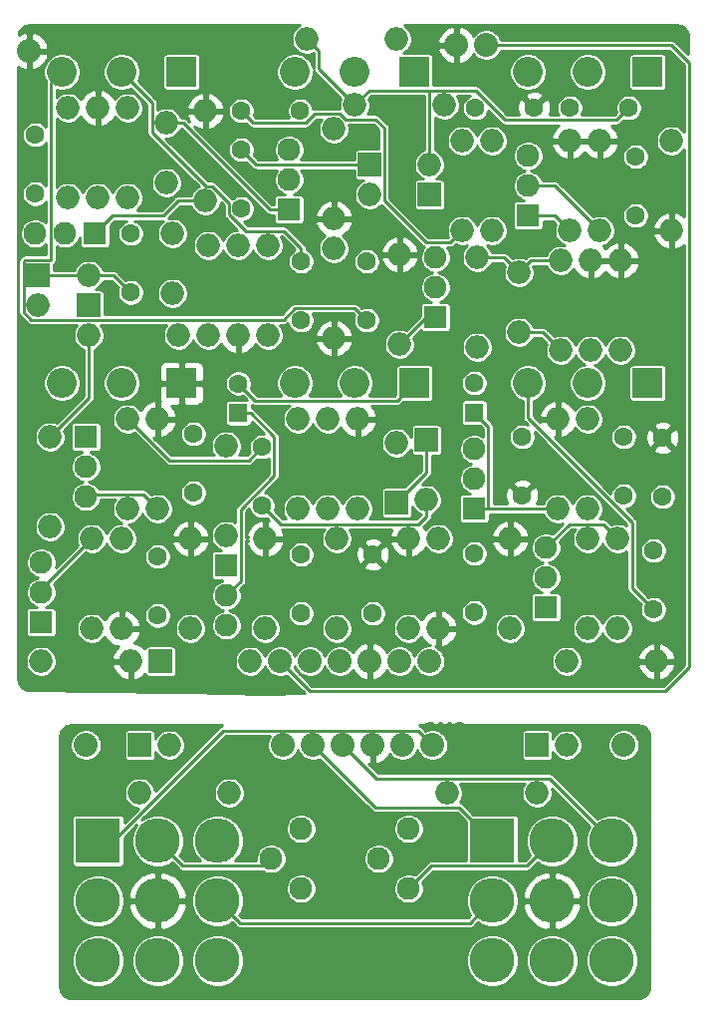
<source format=gbr>
G04 #@! TF.GenerationSoftware,KiCad,Pcbnew,(5.1.8-0-10_14)*
G04 #@! TF.CreationDate,2020-12-11T16:45:24+01:00*
G04 #@! TF.ProjectId,fluff,666c7566-662e-46b6-9963-61645f706362,rev?*
G04 #@! TF.SameCoordinates,Original*
G04 #@! TF.FileFunction,Copper,L2,Bot*
G04 #@! TF.FilePolarity,Positive*
%FSLAX46Y46*%
G04 Gerber Fmt 4.6, Leading zero omitted, Abs format (unit mm)*
G04 Created by KiCad (PCBNEW (5.1.8-0-10_14)) date 2020-12-11 16:45:24*
%MOMM*%
%LPD*%
G01*
G04 APERTURE LIST*
G04 #@! TA.AperFunction,ComponentPad*
%ADD10O,2.540000X2.540000*%
G04 #@! TD*
G04 #@! TA.AperFunction,ComponentPad*
%ADD11R,2.540000X2.540000*%
G04 #@! TD*
G04 #@! TA.AperFunction,ComponentPad*
%ADD12R,3.816000X3.816000*%
G04 #@! TD*
G04 #@! TA.AperFunction,ComponentPad*
%ADD13O,3.816000X3.816000*%
G04 #@! TD*
G04 #@! TA.AperFunction,ComponentPad*
%ADD14O,1.930400X1.930400*%
G04 #@! TD*
G04 #@! TA.AperFunction,ComponentPad*
%ADD15O,2.000000X2.000000*%
G04 #@! TD*
G04 #@! TA.AperFunction,ComponentPad*
%ADD16R,1.930400X1.930400*%
G04 #@! TD*
G04 #@! TA.AperFunction,ComponentPad*
%ADD17O,2.032000X2.032000*%
G04 #@! TD*
G04 #@! TA.AperFunction,ComponentPad*
%ADD18R,2.000000X2.000000*%
G04 #@! TD*
G04 #@! TA.AperFunction,ComponentPad*
%ADD19C,1.600000*%
G04 #@! TD*
G04 #@! TA.AperFunction,ComponentPad*
%ADD20R,1.600000X1.600000*%
G04 #@! TD*
G04 #@! TA.AperFunction,Conductor*
%ADD21C,0.250000*%
G04 #@! TD*
G04 #@! TA.AperFunction,Conductor*
%ADD22C,0.254000*%
G04 #@! TD*
G04 #@! TA.AperFunction,Conductor*
%ADD23C,0.100000*%
G04 #@! TD*
G04 APERTURE END LIST*
D10*
X95504000Y-166370000D03*
X100584000Y-166370000D03*
D11*
X105664000Y-166370000D03*
D12*
X112268000Y-205232000D03*
D13*
X112268000Y-210312000D03*
X112268000Y-215392000D03*
X117348000Y-205232000D03*
X117348000Y-210312000D03*
X117348000Y-215392000D03*
X122428000Y-205232000D03*
X122428000Y-210312000D03*
X122428000Y-215392000D03*
D12*
X78740000Y-205232000D03*
D13*
X78740000Y-210312000D03*
X78740000Y-215392000D03*
X83820000Y-205232000D03*
X83820000Y-210312000D03*
X83820000Y-215392000D03*
X88900000Y-205232000D03*
X88900000Y-210312000D03*
X88900000Y-215392000D03*
D10*
X115316000Y-166370000D03*
X120396000Y-166370000D03*
D11*
X125476000Y-166370000D03*
D14*
X105156000Y-204216000D03*
X102616000Y-206756000D03*
X105156000Y-209296000D03*
X96012000Y-204216000D03*
X93472000Y-206756000D03*
X96012000Y-209296000D03*
D10*
X95504000Y-139954000D03*
X100584000Y-139954000D03*
D11*
X105664000Y-139954000D03*
D10*
X75692000Y-166370000D03*
X80772000Y-166370000D03*
D11*
X85852000Y-166370000D03*
D10*
X115316000Y-139954000D03*
X120396000Y-139954000D03*
D11*
X125476000Y-139954000D03*
D10*
X75692000Y-139954000D03*
X80772000Y-139954000D03*
D11*
X85852000Y-139954000D03*
D15*
X123190000Y-155956000D03*
X123190000Y-163576000D03*
X126238000Y-189992000D03*
X118618000Y-189992000D03*
X113792000Y-179578000D03*
X113792000Y-187198000D03*
X107696000Y-187198000D03*
X107696000Y-179578000D03*
X108458000Y-201168000D03*
X116078000Y-201168000D03*
X122936000Y-179578000D03*
X122936000Y-187198000D03*
X120396000Y-179578000D03*
X120396000Y-187198000D03*
X76200000Y-143002000D03*
X76200000Y-150622000D03*
X89916000Y-201168000D03*
X82296000Y-201168000D03*
X96520000Y-137160000D03*
X104140000Y-137160000D03*
X98806000Y-152400000D03*
X98806000Y-144780000D03*
X78740000Y-143002000D03*
X78740000Y-150622000D03*
X87884000Y-143256000D03*
X87884000Y-150876000D03*
X90678000Y-162306000D03*
X90678000Y-154686000D03*
X118872000Y-145796000D03*
X118872000Y-153416000D03*
X121412000Y-145796000D03*
X121412000Y-153416000D03*
X93218000Y-162306000D03*
X93218000Y-154686000D03*
X98806000Y-162560000D03*
X98806000Y-154940000D03*
X104394000Y-155448000D03*
X104394000Y-163068000D03*
X120650000Y-155956000D03*
X120650000Y-163576000D03*
X81280000Y-150622000D03*
X81280000Y-143002000D03*
X88138000Y-154686000D03*
X88138000Y-162306000D03*
X127508000Y-145796000D03*
X127508000Y-153416000D03*
X120396000Y-169418000D03*
X120396000Y-177038000D03*
X118110000Y-163576000D03*
X118110000Y-155956000D03*
X112268000Y-145796000D03*
X112268000Y-153416000D03*
X109728000Y-153416000D03*
X109728000Y-145796000D03*
X100584000Y-142748000D03*
X108204000Y-142748000D03*
X85598000Y-162306000D03*
X77978000Y-162306000D03*
X110998000Y-155702000D03*
X110998000Y-163322000D03*
X117856000Y-169418000D03*
X117856000Y-177038000D03*
X83820000Y-169418000D03*
X83820000Y-177038000D03*
X81534000Y-189992000D03*
X73914000Y-189992000D03*
X80772000Y-187198000D03*
X80772000Y-179578000D03*
X86614000Y-179578000D03*
X86614000Y-187198000D03*
X92964000Y-179578000D03*
X92964000Y-187198000D03*
X105156000Y-179578000D03*
X105156000Y-187198000D03*
X100838000Y-169418000D03*
X100838000Y-177038000D03*
X95758000Y-169418000D03*
X95758000Y-177038000D03*
X99060000Y-187198000D03*
X99060000Y-179578000D03*
X98298000Y-177038000D03*
X98298000Y-169418000D03*
X89662000Y-171704000D03*
X89662000Y-179324000D03*
X81280000Y-169418000D03*
X81280000Y-177038000D03*
X74676000Y-178562000D03*
X74676000Y-170942000D03*
X78232000Y-179578000D03*
X78232000Y-187198000D03*
D14*
X116840000Y-180340000D03*
X116840000Y-182880000D03*
D16*
X116840000Y-185420000D03*
D14*
X94996000Y-146558000D03*
X94996000Y-149098000D03*
D16*
X94996000Y-151638000D03*
D14*
X73406000Y-153670000D03*
X75946000Y-153670000D03*
D16*
X78486000Y-153670000D03*
D14*
X115316000Y-147066000D03*
X115316000Y-149606000D03*
D16*
X115316000Y-152146000D03*
D14*
X107442000Y-155702000D03*
X107442000Y-158242000D03*
D16*
X107442000Y-160782000D03*
D14*
X73914000Y-181610000D03*
X73914000Y-184150000D03*
D16*
X73914000Y-186690000D03*
X89662000Y-181864000D03*
D14*
X89662000Y-184404000D03*
X89662000Y-186944000D03*
X110744000Y-171958000D03*
X110744000Y-174498000D03*
D16*
X110744000Y-177038000D03*
D14*
X77724000Y-176022000D03*
X77724000Y-173482000D03*
D16*
X77724000Y-170942000D03*
D17*
X123444000Y-197104000D03*
X99568000Y-197104000D03*
X104394000Y-189992000D03*
X106934000Y-189992000D03*
X94488000Y-197104000D03*
X104648000Y-197104000D03*
X102108000Y-197104000D03*
X97028000Y-197104000D03*
X109220000Y-137668000D03*
X111760000Y-137668000D03*
X77724000Y-197104000D03*
X107188000Y-197104000D03*
X94234000Y-189992000D03*
X72898000Y-138176000D03*
X99314000Y-189992000D03*
X101854000Y-189992000D03*
X96774000Y-189992000D03*
D15*
X118618000Y-197104000D03*
D18*
X116078000Y-197104000D03*
X101854000Y-147828000D03*
D15*
X106934000Y-147828000D03*
X84836000Y-197104000D03*
D18*
X82296000Y-197104000D03*
X84074000Y-189992000D03*
D15*
X91694000Y-189992000D03*
X73660000Y-159766000D03*
D18*
X73660000Y-157226000D03*
X106934000Y-150368000D03*
D15*
X101854000Y-150368000D03*
X77978000Y-157226000D03*
D18*
X77978000Y-159766000D03*
X104140000Y-176530000D03*
D15*
X104140000Y-171450000D03*
D18*
X106680000Y-171196000D03*
D15*
X106680000Y-176276000D03*
D19*
X110744000Y-180848000D03*
X110744000Y-185848000D03*
X125984000Y-180594000D03*
X125984000Y-185594000D03*
X73406000Y-150288000D03*
X73406000Y-145288000D03*
D15*
X85090000Y-153670000D03*
X85090000Y-158750000D03*
D19*
X114808000Y-175942000D03*
X114808000Y-170942000D03*
X126746000Y-171022000D03*
X126746000Y-176022000D03*
X115824000Y-143002000D03*
X110824000Y-143002000D03*
X95932000Y-143256000D03*
X90932000Y-143256000D03*
X96012000Y-156036000D03*
X96012000Y-161036000D03*
X123872000Y-143002000D03*
X118872000Y-143002000D03*
X123444000Y-175942000D03*
X123444000Y-170942000D03*
D15*
X84582000Y-149352000D03*
X84582000Y-144272000D03*
D19*
X124460000Y-147146000D03*
X124460000Y-152146000D03*
X81534000Y-153670000D03*
X81534000Y-158670000D03*
X90932000Y-151558000D03*
X90932000Y-146558000D03*
X101600000Y-156036000D03*
X101600000Y-161036000D03*
D15*
X114554000Y-162052000D03*
X114554000Y-156972000D03*
D19*
X90678000Y-166410000D03*
D20*
X90678000Y-168910000D03*
D19*
X110744000Y-166370000D03*
D20*
X110744000Y-168870000D03*
D19*
X86868000Y-175688000D03*
X86868000Y-170688000D03*
X83820000Y-186102000D03*
X83820000Y-181102000D03*
X102108000Y-180928000D03*
X102108000Y-185928000D03*
X96012000Y-180928000D03*
X96012000Y-185928000D03*
X92710000Y-171784000D03*
X92710000Y-176784000D03*
D21*
X84791001Y-172929001D02*
X81280000Y-169418000D01*
X91564999Y-172929001D02*
X84791001Y-172929001D01*
X92710000Y-171784000D02*
X91564999Y-172929001D01*
X94278999Y-178352999D02*
X106017214Y-178352999D01*
X106680000Y-177690213D02*
X106680000Y-176276000D01*
X106017214Y-178352999D02*
X106680000Y-177690213D01*
X92710000Y-176784000D02*
X94278999Y-178352999D01*
X90887001Y-183178999D02*
X89662000Y-184404000D01*
X90887001Y-177089997D02*
X90887001Y-183178999D01*
X93735001Y-174241997D02*
X90887001Y-177089997D01*
X93735001Y-170917001D02*
X93735001Y-174241997D01*
X91728000Y-168910000D02*
X93735001Y-170917001D01*
X90678000Y-168910000D02*
X91728000Y-168910000D01*
X73914000Y-183896000D02*
X73914000Y-184150000D01*
X78232000Y-179578000D02*
X73914000Y-183896000D01*
X77933001Y-175812999D02*
X77724000Y-176022000D01*
X82594999Y-175812999D02*
X77933001Y-175812999D01*
X83820000Y-177038000D02*
X82594999Y-175812999D01*
X111934201Y-176958201D02*
X112014000Y-177038000D01*
X111934201Y-170060201D02*
X111934201Y-176958201D01*
X110744000Y-168870000D02*
X111934201Y-170060201D01*
X112014000Y-177038000D02*
X110744000Y-177038000D01*
X117856000Y-177038000D02*
X112014000Y-177038000D01*
X104168999Y-167865001D02*
X105664000Y-166370000D01*
X92133001Y-167865001D02*
X104168999Y-167865001D01*
X90678000Y-166410000D02*
X92133001Y-167865001D01*
X116586000Y-162052000D02*
X118110000Y-163576000D01*
X114554000Y-162052000D02*
X116586000Y-162052000D01*
X113284000Y-155702000D02*
X114554000Y-156972000D01*
X110998000Y-155702000D02*
X113284000Y-155702000D01*
X115570000Y-155956000D02*
X114554000Y-156972000D01*
X118110000Y-155956000D02*
X115570000Y-155956000D01*
X94539997Y-160991001D02*
X95519999Y-160010999D01*
X73071999Y-160991001D02*
X94539997Y-160991001D01*
X95519999Y-160010999D02*
X100574999Y-160010999D01*
X72434999Y-156045999D02*
X72434999Y-160354001D01*
X72564201Y-155916797D02*
X72434999Y-156045999D01*
X72434999Y-160354001D02*
X73071999Y-160991001D01*
X74755799Y-155916797D02*
X72564201Y-155916797D01*
X74755799Y-140890201D02*
X74755799Y-155916797D01*
X100574999Y-160010999D02*
X101600000Y-161036000D01*
X75692000Y-139954000D02*
X74755799Y-140890201D01*
X92202000Y-147828000D02*
X90932000Y-146558000D01*
X101854000Y-147828000D02*
X92202000Y-147828000D01*
X73660000Y-157226000D02*
X77978000Y-157226000D01*
X80090000Y-157226000D02*
X81534000Y-158670000D01*
X77978000Y-157226000D02*
X80090000Y-157226000D01*
X97519999Y-138159999D02*
X97519999Y-139683999D01*
X96520000Y-137160000D02*
X97519999Y-138159999D01*
X101809001Y-141522999D02*
X100584000Y-142748000D01*
X113366003Y-144027001D02*
X110862001Y-141522999D01*
X122846999Y-144027001D02*
X113366003Y-144027001D01*
X123872000Y-143002000D02*
X122846999Y-144027001D01*
X85996213Y-144272000D02*
X93362213Y-151638000D01*
X93362213Y-151638000D02*
X94996000Y-151638000D01*
X84582000Y-144272000D02*
X85996213Y-144272000D01*
X106934000Y-141567998D02*
X106889001Y-141522999D01*
X106934000Y-147828000D02*
X106934000Y-141567998D01*
X106889001Y-141522999D02*
X101809001Y-141522999D01*
X110862001Y-141522999D02*
X106889001Y-141522999D01*
X97519999Y-139683999D02*
X100584000Y-142748000D01*
X91317997Y-153460999D02*
X94568369Y-153460999D01*
X89906999Y-151085997D02*
X89906999Y-152050001D01*
X87928999Y-149650999D02*
X88472001Y-149650999D01*
X94568369Y-153460999D02*
X96012000Y-154904630D01*
X88472001Y-149650999D02*
X89906999Y-151085997D01*
X83356999Y-145078999D02*
X87928999Y-149650999D01*
X89906999Y-152050001D02*
X91317997Y-153460999D01*
X83356999Y-142538999D02*
X83356999Y-145078999D01*
X96012000Y-154904630D02*
X96012000Y-156036000D01*
X80772000Y-139954000D02*
X83356999Y-142538999D01*
X117602000Y-149606000D02*
X121412000Y-153416000D01*
X115316000Y-149606000D02*
X117602000Y-149606000D01*
X99314000Y-143510000D02*
X97195002Y-143510000D01*
X91957001Y-144281001D02*
X90932000Y-143256000D01*
X102352003Y-143973001D02*
X99777001Y-143973001D01*
X97195002Y-143510000D02*
X96424001Y-144281001D01*
X103079001Y-144699999D02*
X102352003Y-143973001D01*
X96424001Y-144281001D02*
X91957001Y-144281001D01*
X103079001Y-150866003D02*
X103079001Y-144699999D01*
X106628997Y-154415999D02*
X103079001Y-150866003D01*
X99777001Y-143973001D02*
X99314000Y-143510000D01*
X108728001Y-154415999D02*
X106628997Y-154415999D01*
X109728000Y-153416000D02*
X108728001Y-154415999D01*
X77978000Y-167640000D02*
X74676000Y-170942000D01*
X77978000Y-162306000D02*
X77978000Y-167640000D01*
X118827001Y-178352999D02*
X116840000Y-180340000D01*
X121710999Y-178352999D02*
X118827001Y-178352999D01*
X122936000Y-179578000D02*
X121710999Y-178352999D01*
X124161001Y-178176003D02*
X115316000Y-169331002D01*
X124161001Y-183771001D02*
X124161001Y-178176003D01*
X115316000Y-169331002D02*
X115316000Y-166370000D01*
X125984000Y-185594000D02*
X124161001Y-183771001D01*
X96774000Y-192532000D02*
X94234000Y-189992000D01*
X129032000Y-190500000D02*
X127000000Y-192532000D01*
X129032000Y-139192000D02*
X129032000Y-190500000D01*
X127000000Y-192532000D02*
X96774000Y-192532000D01*
X127508000Y-137668000D02*
X129032000Y-139192000D01*
X111760000Y-137668000D02*
X127508000Y-137668000D01*
X80045002Y-205232000D02*
X78740000Y-205232000D01*
X105946999Y-195862999D02*
X89414003Y-195862999D01*
X89414003Y-195862999D02*
X80045002Y-205232000D01*
X107188000Y-197104000D02*
X105946999Y-195862999D01*
X109429001Y-202393001D02*
X112268000Y-205232000D01*
X102317001Y-202393001D02*
X109429001Y-202393001D01*
X97028000Y-197104000D02*
X102317001Y-202393001D01*
X117138999Y-199942999D02*
X122428000Y-205232000D01*
X102406999Y-199942999D02*
X117138999Y-199942999D01*
X99568000Y-197104000D02*
X102406999Y-199942999D01*
X106680000Y-160782000D02*
X104394000Y-163068000D01*
X107442000Y-160782000D02*
X106680000Y-160782000D01*
X117602000Y-152146000D02*
X118872000Y-153416000D01*
X115316000Y-152146000D02*
X117602000Y-152146000D01*
X92862999Y-207365001D02*
X93472000Y-206756000D01*
X85953001Y-207365001D02*
X92862999Y-207365001D01*
X83820000Y-205232000D02*
X85953001Y-207365001D01*
X115214999Y-207365001D02*
X117348000Y-205232000D01*
X107086999Y-207365001D02*
X115214999Y-207365001D01*
X105156000Y-209296000D02*
X107086999Y-207365001D01*
X110360001Y-212219999D02*
X112268000Y-210312000D01*
X90807999Y-212219999D02*
X110360001Y-212219999D01*
X88900000Y-210312000D02*
X90807999Y-212219999D01*
X106680000Y-173990000D02*
X104140000Y-176530000D01*
X106680000Y-171196000D02*
X106680000Y-173990000D01*
X80010000Y-152146000D02*
X78486000Y-153670000D01*
X84328000Y-152146000D02*
X80010000Y-152146000D01*
X85598000Y-150876000D02*
X84328000Y-152146000D01*
X87884000Y-150876000D02*
X85598000Y-150876000D01*
D22*
X95674087Y-136129252D02*
X95489252Y-136314087D01*
X95344028Y-136531430D01*
X95243996Y-136772928D01*
X95193000Y-137029302D01*
X95193000Y-137290698D01*
X95243996Y-137547072D01*
X95344028Y-137788570D01*
X95489252Y-138005913D01*
X95674087Y-138190748D01*
X95891430Y-138335972D01*
X96132928Y-138436004D01*
X96389302Y-138487000D01*
X96650698Y-138487000D01*
X96907072Y-138436004D01*
X97067999Y-138369346D01*
X97068000Y-139630807D01*
X97039628Y-139488172D01*
X96919243Y-139197537D01*
X96744471Y-138935972D01*
X96522028Y-138713529D01*
X96260463Y-138538757D01*
X95969828Y-138418372D01*
X95661291Y-138357000D01*
X95346709Y-138357000D01*
X95038172Y-138418372D01*
X94747537Y-138538757D01*
X94485972Y-138713529D01*
X94263529Y-138935972D01*
X94088757Y-139197537D01*
X93968372Y-139488172D01*
X93907000Y-139796709D01*
X93907000Y-140111291D01*
X93968372Y-140419828D01*
X94088757Y-140710463D01*
X94263529Y-140972028D01*
X94485972Y-141194471D01*
X94747537Y-141369243D01*
X95038172Y-141489628D01*
X95346709Y-141551000D01*
X95661291Y-141551000D01*
X95969828Y-141489628D01*
X96260463Y-141369243D01*
X96522028Y-141194471D01*
X96744471Y-140972028D01*
X96919243Y-140710463D01*
X97039628Y-140419828D01*
X97101000Y-140111291D01*
X97101000Y-139858959D01*
X97142357Y-139936332D01*
X97198841Y-140005158D01*
X97216095Y-140019318D01*
X99381134Y-142184358D01*
X99307996Y-142360928D01*
X99257000Y-142617302D01*
X99257000Y-142878698D01*
X99292649Y-143057916D01*
X99291795Y-143058000D01*
X97217206Y-143058000D01*
X97195001Y-143055813D01*
X97106394Y-143064540D01*
X97046603Y-143082677D01*
X97015690Y-142927266D01*
X96930734Y-142722165D01*
X96807398Y-142537579D01*
X96650421Y-142380602D01*
X96465835Y-142257266D01*
X96260734Y-142172310D01*
X96043000Y-142129000D01*
X95821000Y-142129000D01*
X95603266Y-142172310D01*
X95398165Y-142257266D01*
X95213579Y-142380602D01*
X95056602Y-142537579D01*
X94933266Y-142722165D01*
X94848310Y-142927266D01*
X94805000Y-143145000D01*
X94805000Y-143367000D01*
X94848310Y-143584734D01*
X94933266Y-143789835D01*
X94959436Y-143829001D01*
X92144226Y-143829001D01*
X91981793Y-143666568D01*
X92015690Y-143584734D01*
X92059000Y-143367000D01*
X92059000Y-143145000D01*
X92015690Y-142927266D01*
X91930734Y-142722165D01*
X91807398Y-142537579D01*
X91650421Y-142380602D01*
X91465835Y-142257266D01*
X91260734Y-142172310D01*
X91043000Y-142129000D01*
X90821000Y-142129000D01*
X90603266Y-142172310D01*
X90398165Y-142257266D01*
X90213579Y-142380602D01*
X90056602Y-142537579D01*
X89933266Y-142722165D01*
X89848310Y-142927266D01*
X89805000Y-143145000D01*
X89805000Y-143367000D01*
X89848310Y-143584734D01*
X89933266Y-143789835D01*
X90056602Y-143974421D01*
X90213579Y-144131398D01*
X90398165Y-144254734D01*
X90603266Y-144339690D01*
X90821000Y-144383000D01*
X91043000Y-144383000D01*
X91260734Y-144339690D01*
X91342568Y-144305793D01*
X91621686Y-144584911D01*
X91635842Y-144602160D01*
X91704668Y-144658644D01*
X91783191Y-144700615D01*
X91838722Y-144717460D01*
X91868393Y-144726461D01*
X91957000Y-144735188D01*
X91979205Y-144733001D01*
X96401796Y-144733001D01*
X96424001Y-144735188D01*
X96446206Y-144733001D01*
X96512608Y-144726461D01*
X96597811Y-144700615D01*
X96676334Y-144658644D01*
X96745160Y-144602160D01*
X96759324Y-144584901D01*
X97382227Y-143962000D01*
X97756601Y-143962000D01*
X97630028Y-144151430D01*
X97529996Y-144392928D01*
X97479000Y-144649302D01*
X97479000Y-144910698D01*
X97529996Y-145167072D01*
X97630028Y-145408570D01*
X97775252Y-145625913D01*
X97960087Y-145810748D01*
X98177430Y-145955972D01*
X98418928Y-146056004D01*
X98675302Y-146107000D01*
X98936698Y-146107000D01*
X99193072Y-146056004D01*
X99434570Y-145955972D01*
X99651913Y-145810748D01*
X99836748Y-145625913D01*
X99981972Y-145408570D01*
X100082004Y-145167072D01*
X100133000Y-144910698D01*
X100133000Y-144649302D01*
X100088384Y-144425001D01*
X102164780Y-144425001D01*
X102627002Y-144887225D01*
X102627002Y-146499418D01*
X100854000Y-146499418D01*
X100789897Y-146505732D01*
X100728257Y-146524430D01*
X100671450Y-146554794D01*
X100621657Y-146595657D01*
X100580794Y-146645450D01*
X100550430Y-146702257D01*
X100531732Y-146763897D01*
X100525418Y-146828000D01*
X100525418Y-147376000D01*
X96003545Y-147376000D01*
X96141132Y-147170086D01*
X96238541Y-146934921D01*
X96288200Y-146685271D01*
X96288200Y-146430729D01*
X96238541Y-146181079D01*
X96141132Y-145945914D01*
X95999717Y-145734271D01*
X95819729Y-145554283D01*
X95608086Y-145412868D01*
X95372921Y-145315459D01*
X95123271Y-145265800D01*
X94868729Y-145265800D01*
X94619079Y-145315459D01*
X94383914Y-145412868D01*
X94172271Y-145554283D01*
X93992283Y-145734271D01*
X93850868Y-145945914D01*
X93753459Y-146181079D01*
X93703800Y-146430729D01*
X93703800Y-146685271D01*
X93753459Y-146934921D01*
X93850868Y-147170086D01*
X93988455Y-147376000D01*
X92389225Y-147376000D01*
X91981793Y-146968569D01*
X92015690Y-146886734D01*
X92059000Y-146669000D01*
X92059000Y-146447000D01*
X92015690Y-146229266D01*
X91930734Y-146024165D01*
X91807398Y-145839579D01*
X91650421Y-145682602D01*
X91465835Y-145559266D01*
X91260734Y-145474310D01*
X91043000Y-145431000D01*
X90821000Y-145431000D01*
X90603266Y-145474310D01*
X90398165Y-145559266D01*
X90213579Y-145682602D01*
X90056602Y-145839579D01*
X89933266Y-146024165D01*
X89848310Y-146229266D01*
X89805000Y-146447000D01*
X89805000Y-146669000D01*
X89848310Y-146886734D01*
X89933266Y-147091835D01*
X90056602Y-147276421D01*
X90213579Y-147433398D01*
X90398165Y-147556734D01*
X90603266Y-147641690D01*
X90821000Y-147685000D01*
X91043000Y-147685000D01*
X91260734Y-147641690D01*
X91342569Y-147607793D01*
X91866685Y-148131910D01*
X91880841Y-148149159D01*
X91949667Y-148205643D01*
X92028190Y-148247614D01*
X92093562Y-148267444D01*
X92113392Y-148273460D01*
X92201999Y-148282187D01*
X92224204Y-148280000D01*
X93988455Y-148280000D01*
X93850868Y-148485914D01*
X93753459Y-148721079D01*
X93703800Y-148970729D01*
X93703800Y-149225271D01*
X93753459Y-149474921D01*
X93850868Y-149710086D01*
X93992283Y-149921729D01*
X94172271Y-150101717D01*
X94383914Y-150243132D01*
X94619079Y-150340541D01*
X94637564Y-150344218D01*
X94030800Y-150344218D01*
X93966697Y-150350532D01*
X93905057Y-150369230D01*
X93848250Y-150399594D01*
X93798457Y-150440457D01*
X93757594Y-150490250D01*
X93727230Y-150547057D01*
X93708532Y-150608697D01*
X93702218Y-150672800D01*
X93702218Y-151186000D01*
X93549438Y-151186000D01*
X86963341Y-144599905D01*
X87028618Y-144649399D01*
X87316893Y-144789502D01*
X87503566Y-144846124D01*
X87757000Y-144726777D01*
X87757000Y-143383000D01*
X88011000Y-143383000D01*
X88011000Y-144726777D01*
X88264434Y-144846124D01*
X88451107Y-144789502D01*
X88739382Y-144649399D01*
X88994785Y-144455748D01*
X89207501Y-144215992D01*
X89369356Y-143939344D01*
X89474129Y-143636435D01*
X89355315Y-143383000D01*
X88011000Y-143383000D01*
X87757000Y-143383000D01*
X86412685Y-143383000D01*
X86293871Y-143636435D01*
X86398644Y-143939344D01*
X86533810Y-144170373D01*
X86331536Y-143968100D01*
X86317372Y-143950841D01*
X86248546Y-143894357D01*
X86170023Y-143852386D01*
X86084820Y-143826540D01*
X86018418Y-143820000D01*
X85996213Y-143817813D01*
X85974008Y-143820000D01*
X85831110Y-143820000D01*
X85757972Y-143643430D01*
X85612748Y-143426087D01*
X85427913Y-143241252D01*
X85210570Y-143096028D01*
X84969072Y-142995996D01*
X84712698Y-142945000D01*
X84451302Y-142945000D01*
X84194928Y-142995996D01*
X83953430Y-143096028D01*
X83808999Y-143192534D01*
X83808999Y-142875565D01*
X86293871Y-142875565D01*
X86412685Y-143129000D01*
X87757000Y-143129000D01*
X87757000Y-141785223D01*
X88011000Y-141785223D01*
X88011000Y-143129000D01*
X89355315Y-143129000D01*
X89474129Y-142875565D01*
X89369356Y-142572656D01*
X89207501Y-142296008D01*
X88994785Y-142056252D01*
X88739382Y-141862601D01*
X88451107Y-141722498D01*
X88264434Y-141665876D01*
X88011000Y-141785223D01*
X87757000Y-141785223D01*
X87503566Y-141665876D01*
X87316893Y-141722498D01*
X87028618Y-141862601D01*
X86773215Y-142056252D01*
X86560499Y-142296008D01*
X86398644Y-142572656D01*
X86293871Y-142875565D01*
X83808999Y-142875565D01*
X83808999Y-142561204D01*
X83811186Y-142538999D01*
X83802459Y-142450391D01*
X83776613Y-142365189D01*
X83774335Y-142360928D01*
X83734642Y-142286666D01*
X83678158Y-142217840D01*
X83660905Y-142203681D01*
X82179410Y-140722186D01*
X82187243Y-140710463D01*
X82307628Y-140419828D01*
X82369000Y-140111291D01*
X82369000Y-139796709D01*
X82307628Y-139488172D01*
X82187243Y-139197537D01*
X82012471Y-138935972D01*
X81790028Y-138713529D01*
X81745835Y-138684000D01*
X84253418Y-138684000D01*
X84253418Y-141224000D01*
X84259732Y-141288103D01*
X84278430Y-141349743D01*
X84308794Y-141406550D01*
X84349657Y-141456343D01*
X84399450Y-141497206D01*
X84456257Y-141527570D01*
X84517897Y-141546268D01*
X84582000Y-141552582D01*
X87122000Y-141552582D01*
X87186103Y-141546268D01*
X87247743Y-141527570D01*
X87304550Y-141497206D01*
X87354343Y-141456343D01*
X87395206Y-141406550D01*
X87425570Y-141349743D01*
X87444268Y-141288103D01*
X87450582Y-141224000D01*
X87450582Y-138684000D01*
X87444268Y-138619897D01*
X87425570Y-138558257D01*
X87395206Y-138501450D01*
X87354343Y-138451657D01*
X87304550Y-138410794D01*
X87247743Y-138380430D01*
X87186103Y-138361732D01*
X87122000Y-138355418D01*
X84582000Y-138355418D01*
X84517897Y-138361732D01*
X84456257Y-138380430D01*
X84399450Y-138410794D01*
X84349657Y-138451657D01*
X84308794Y-138501450D01*
X84278430Y-138558257D01*
X84259732Y-138619897D01*
X84253418Y-138684000D01*
X81745835Y-138684000D01*
X81528463Y-138538757D01*
X81237828Y-138418372D01*
X80929291Y-138357000D01*
X80614709Y-138357000D01*
X80306172Y-138418372D01*
X80015537Y-138538757D01*
X79753972Y-138713529D01*
X79531529Y-138935972D01*
X79356757Y-139197537D01*
X79236372Y-139488172D01*
X79175000Y-139796709D01*
X79175000Y-140111291D01*
X79236372Y-140419828D01*
X79356757Y-140710463D01*
X79531529Y-140972028D01*
X79753972Y-141194471D01*
X80015537Y-141369243D01*
X80306172Y-141489628D01*
X80614709Y-141551000D01*
X80929291Y-141551000D01*
X81237828Y-141489628D01*
X81528463Y-141369243D01*
X81540186Y-141361410D01*
X82904999Y-142726223D01*
X82905000Y-145056784D01*
X82902812Y-145078999D01*
X82911539Y-145167606D01*
X82937385Y-145252808D01*
X82964079Y-145302748D01*
X82979357Y-145331332D01*
X83035841Y-145400158D01*
X83053095Y-145414318D01*
X87314384Y-149675609D01*
X87255430Y-149700028D01*
X87038087Y-149845252D01*
X86853252Y-150030087D01*
X86708028Y-150247430D01*
X86634890Y-150424000D01*
X85620204Y-150424000D01*
X85597999Y-150421813D01*
X85509392Y-150430540D01*
X85489562Y-150436556D01*
X85424190Y-150456386D01*
X85345667Y-150498357D01*
X85276841Y-150554841D01*
X85262685Y-150572090D01*
X84140777Y-151694000D01*
X82064175Y-151694000D01*
X82125913Y-151652748D01*
X82310748Y-151467913D01*
X82455972Y-151250570D01*
X82556004Y-151009072D01*
X82607000Y-150752698D01*
X82607000Y-150491302D01*
X82556004Y-150234928D01*
X82455972Y-149993430D01*
X82310748Y-149776087D01*
X82125913Y-149591252D01*
X81908570Y-149446028D01*
X81667072Y-149345996D01*
X81410698Y-149295000D01*
X81149302Y-149295000D01*
X80892928Y-149345996D01*
X80651430Y-149446028D01*
X80434087Y-149591252D01*
X80249252Y-149776087D01*
X80104028Y-149993430D01*
X80010000Y-150220433D01*
X79915972Y-149993430D01*
X79770748Y-149776087D01*
X79585913Y-149591252D01*
X79368570Y-149446028D01*
X79127072Y-149345996D01*
X78870698Y-149295000D01*
X78609302Y-149295000D01*
X78352928Y-149345996D01*
X78111430Y-149446028D01*
X77894087Y-149591252D01*
X77709252Y-149776087D01*
X77564028Y-149993430D01*
X77470000Y-150220433D01*
X77375972Y-149993430D01*
X77230748Y-149776087D01*
X77045913Y-149591252D01*
X76828570Y-149446028D01*
X76587072Y-149345996D01*
X76330698Y-149295000D01*
X76069302Y-149295000D01*
X75812928Y-149345996D01*
X75571430Y-149446028D01*
X75354087Y-149591252D01*
X75207799Y-149737540D01*
X75207799Y-149221302D01*
X83255000Y-149221302D01*
X83255000Y-149482698D01*
X83305996Y-149739072D01*
X83406028Y-149980570D01*
X83551252Y-150197913D01*
X83736087Y-150382748D01*
X83953430Y-150527972D01*
X84194928Y-150628004D01*
X84451302Y-150679000D01*
X84712698Y-150679000D01*
X84969072Y-150628004D01*
X85210570Y-150527972D01*
X85427913Y-150382748D01*
X85612748Y-150197913D01*
X85757972Y-149980570D01*
X85858004Y-149739072D01*
X85909000Y-149482698D01*
X85909000Y-149221302D01*
X85858004Y-148964928D01*
X85757972Y-148723430D01*
X85612748Y-148506087D01*
X85427913Y-148321252D01*
X85210570Y-148176028D01*
X84969072Y-148075996D01*
X84712698Y-148025000D01*
X84451302Y-148025000D01*
X84194928Y-148075996D01*
X83953430Y-148176028D01*
X83736087Y-148321252D01*
X83551252Y-148506087D01*
X83406028Y-148723430D01*
X83305996Y-148964928D01*
X83255000Y-149221302D01*
X75207799Y-149221302D01*
X75207799Y-143886460D01*
X75354087Y-144032748D01*
X75571430Y-144177972D01*
X75812928Y-144278004D01*
X76069302Y-144329000D01*
X76330698Y-144329000D01*
X76587072Y-144278004D01*
X76828570Y-144177972D01*
X77045913Y-144032748D01*
X77230748Y-143847913D01*
X77294199Y-143752952D01*
X77416499Y-143961992D01*
X77629215Y-144201748D01*
X77884618Y-144395399D01*
X78172893Y-144535502D01*
X78359566Y-144592124D01*
X78613000Y-144472777D01*
X78613000Y-143129000D01*
X78593000Y-143129000D01*
X78593000Y-142875000D01*
X78613000Y-142875000D01*
X78613000Y-141531223D01*
X78867000Y-141531223D01*
X78867000Y-142875000D01*
X78887000Y-142875000D01*
X78887000Y-143129000D01*
X78867000Y-143129000D01*
X78867000Y-144472777D01*
X79120434Y-144592124D01*
X79307107Y-144535502D01*
X79595382Y-144395399D01*
X79850785Y-144201748D01*
X80063501Y-143961992D01*
X80185801Y-143752952D01*
X80249252Y-143847913D01*
X80434087Y-144032748D01*
X80651430Y-144177972D01*
X80892928Y-144278004D01*
X81149302Y-144329000D01*
X81410698Y-144329000D01*
X81667072Y-144278004D01*
X81908570Y-144177972D01*
X82125913Y-144032748D01*
X82310748Y-143847913D01*
X82455972Y-143630570D01*
X82556004Y-143389072D01*
X82607000Y-143132698D01*
X82607000Y-142871302D01*
X82556004Y-142614928D01*
X82455972Y-142373430D01*
X82310748Y-142156087D01*
X82125913Y-141971252D01*
X81908570Y-141826028D01*
X81667072Y-141725996D01*
X81410698Y-141675000D01*
X81149302Y-141675000D01*
X80892928Y-141725996D01*
X80651430Y-141826028D01*
X80434087Y-141971252D01*
X80249252Y-142156087D01*
X80185801Y-142251048D01*
X80063501Y-142042008D01*
X79850785Y-141802252D01*
X79595382Y-141608601D01*
X79307107Y-141468498D01*
X79120434Y-141411876D01*
X78867000Y-141531223D01*
X78613000Y-141531223D01*
X78359566Y-141411876D01*
X78172893Y-141468498D01*
X77884618Y-141608601D01*
X77629215Y-141802252D01*
X77416499Y-142042008D01*
X77294199Y-142251048D01*
X77230748Y-142156087D01*
X77045913Y-141971252D01*
X76828570Y-141826028D01*
X76587072Y-141725996D01*
X76330698Y-141675000D01*
X76069302Y-141675000D01*
X75812928Y-141725996D01*
X75571430Y-141826028D01*
X75354087Y-141971252D01*
X75207799Y-142117540D01*
X75207799Y-141482018D01*
X75226172Y-141489628D01*
X75534709Y-141551000D01*
X75849291Y-141551000D01*
X76157828Y-141489628D01*
X76448463Y-141369243D01*
X76710028Y-141194471D01*
X76932471Y-140972028D01*
X77107243Y-140710463D01*
X77227628Y-140419828D01*
X77289000Y-140111291D01*
X77289000Y-139796709D01*
X77227628Y-139488172D01*
X77107243Y-139197537D01*
X76932471Y-138935972D01*
X76710028Y-138713529D01*
X76448463Y-138538757D01*
X76157828Y-138418372D01*
X75849291Y-138357000D01*
X75534709Y-138357000D01*
X75226172Y-138418372D01*
X74935537Y-138538757D01*
X74673972Y-138713529D01*
X74451529Y-138935972D01*
X74276757Y-139197537D01*
X74156372Y-139488172D01*
X74095000Y-139796709D01*
X74095000Y-140111291D01*
X74156372Y-140419828D01*
X74276757Y-140710463D01*
X74318866Y-140773484D01*
X74310339Y-140801594D01*
X74301612Y-140890201D01*
X74303799Y-140912406D01*
X74303799Y-144603105D01*
X74281398Y-144569579D01*
X74124421Y-144412602D01*
X73939835Y-144289266D01*
X73734734Y-144204310D01*
X73517000Y-144161000D01*
X73295000Y-144161000D01*
X73077266Y-144204310D01*
X72872165Y-144289266D01*
X72687579Y-144412602D01*
X72530602Y-144569579D01*
X72407266Y-144754165D01*
X72322310Y-144959266D01*
X72279000Y-145177000D01*
X72279000Y-145399000D01*
X72322310Y-145616734D01*
X72407266Y-145821835D01*
X72530602Y-146006421D01*
X72687579Y-146163398D01*
X72872165Y-146286734D01*
X73077266Y-146371690D01*
X73295000Y-146415000D01*
X73517000Y-146415000D01*
X73734734Y-146371690D01*
X73939835Y-146286734D01*
X74124421Y-146163398D01*
X74281398Y-146006421D01*
X74303799Y-145972895D01*
X74303800Y-149603105D01*
X74281398Y-149569579D01*
X74124421Y-149412602D01*
X73939835Y-149289266D01*
X73734734Y-149204310D01*
X73517000Y-149161000D01*
X73295000Y-149161000D01*
X73077266Y-149204310D01*
X72872165Y-149289266D01*
X72687579Y-149412602D01*
X72530602Y-149569579D01*
X72407266Y-149754165D01*
X72322310Y-149959266D01*
X72279000Y-150177000D01*
X72279000Y-150399000D01*
X72322310Y-150616734D01*
X72407266Y-150821835D01*
X72530602Y-151006421D01*
X72687579Y-151163398D01*
X72872165Y-151286734D01*
X73077266Y-151371690D01*
X73295000Y-151415000D01*
X73517000Y-151415000D01*
X73734734Y-151371690D01*
X73939835Y-151286734D01*
X74124421Y-151163398D01*
X74281398Y-151006421D01*
X74303800Y-150972894D01*
X74303800Y-152740354D01*
X74229729Y-152666283D01*
X74018086Y-152524868D01*
X73782921Y-152427459D01*
X73533271Y-152377800D01*
X73278729Y-152377800D01*
X73029079Y-152427459D01*
X72793914Y-152524868D01*
X72582271Y-152666283D01*
X72402283Y-152846271D01*
X72260868Y-153057914D01*
X72163459Y-153293079D01*
X72113800Y-153542729D01*
X72113800Y-153797271D01*
X72163459Y-154046921D01*
X72260868Y-154282086D01*
X72402283Y-154493729D01*
X72582271Y-154673717D01*
X72793914Y-154815132D01*
X73029079Y-154912541D01*
X73278729Y-154962200D01*
X73533271Y-154962200D01*
X73782921Y-154912541D01*
X74018086Y-154815132D01*
X74229729Y-154673717D01*
X74303800Y-154599646D01*
X74303800Y-155464797D01*
X72586405Y-155464797D01*
X72564200Y-155462610D01*
X72475593Y-155471337D01*
X72459507Y-155476217D01*
X72390391Y-155497183D01*
X72311868Y-155539154D01*
X72243042Y-155595638D01*
X72228881Y-155612893D01*
X72131098Y-155710676D01*
X72113840Y-155724840D01*
X72057356Y-155793667D01*
X72036494Y-155832698D01*
X72015385Y-155872190D01*
X71989539Y-155957392D01*
X71980812Y-156045999D01*
X71982999Y-156068204D01*
X71983000Y-160331786D01*
X71980812Y-160354001D01*
X71989539Y-160442608D01*
X72015385Y-160527810D01*
X72057357Y-160606334D01*
X72113841Y-160675160D01*
X72131095Y-160689320D01*
X72736680Y-161294906D01*
X72750840Y-161312160D01*
X72819666Y-161368644D01*
X72898189Y-161410615D01*
X72983391Y-161436461D01*
X73071998Y-161445188D01*
X73094203Y-161443001D01*
X76964338Y-161443001D01*
X76947252Y-161460087D01*
X76802028Y-161677430D01*
X76701996Y-161918928D01*
X76651000Y-162175302D01*
X76651000Y-162436698D01*
X76701996Y-162693072D01*
X76802028Y-162934570D01*
X76947252Y-163151913D01*
X77132087Y-163336748D01*
X77349430Y-163481972D01*
X77526000Y-163555110D01*
X77526001Y-167452774D01*
X75239642Y-169739134D01*
X75063072Y-169665996D01*
X74806698Y-169615000D01*
X74545302Y-169615000D01*
X74288928Y-169665996D01*
X74047430Y-169766028D01*
X73830087Y-169911252D01*
X73645252Y-170096087D01*
X73500028Y-170313430D01*
X73399996Y-170554928D01*
X73349000Y-170811302D01*
X73349000Y-171072698D01*
X73399996Y-171329072D01*
X73500028Y-171570570D01*
X73645252Y-171787913D01*
X73830087Y-171972748D01*
X74047430Y-172117972D01*
X74288928Y-172218004D01*
X74545302Y-172269000D01*
X74806698Y-172269000D01*
X75063072Y-172218004D01*
X75304570Y-172117972D01*
X75521913Y-171972748D01*
X75706748Y-171787913D01*
X75851972Y-171570570D01*
X75952004Y-171329072D01*
X76003000Y-171072698D01*
X76003000Y-170811302D01*
X75952004Y-170554928D01*
X75878866Y-170378358D01*
X76969922Y-169287302D01*
X79953000Y-169287302D01*
X79953000Y-169548698D01*
X80003996Y-169805072D01*
X80104028Y-170046570D01*
X80249252Y-170263913D01*
X80434087Y-170448748D01*
X80651430Y-170593972D01*
X80892928Y-170694004D01*
X81149302Y-170745000D01*
X81410698Y-170745000D01*
X81667072Y-170694004D01*
X81843642Y-170620866D01*
X84455687Y-173232912D01*
X84469842Y-173250160D01*
X84538668Y-173306644D01*
X84617191Y-173348615D01*
X84682563Y-173368445D01*
X84702393Y-173374461D01*
X84791000Y-173383188D01*
X84813205Y-173381001D01*
X91542794Y-173381001D01*
X91564999Y-173383188D01*
X91587204Y-173381001D01*
X91653606Y-173374461D01*
X91738809Y-173348615D01*
X91817332Y-173306644D01*
X91886158Y-173250160D01*
X91900322Y-173232901D01*
X92299431Y-172833793D01*
X92381266Y-172867690D01*
X92599000Y-172911000D01*
X92821000Y-172911000D01*
X93038734Y-172867690D01*
X93243835Y-172782734D01*
X93283002Y-172756564D01*
X93283002Y-174054771D01*
X90583101Y-176754674D01*
X90565842Y-176768838D01*
X90509358Y-176837665D01*
X90478712Y-176895000D01*
X90467387Y-176916188D01*
X90441541Y-177001390D01*
X90432814Y-177089997D01*
X90435001Y-177112202D01*
X90435001Y-178244534D01*
X90290570Y-178148028D01*
X90049072Y-178047996D01*
X89792698Y-177997000D01*
X89531302Y-177997000D01*
X89274928Y-178047996D01*
X89033430Y-178148028D01*
X88816087Y-178293252D01*
X88631252Y-178478087D01*
X88486028Y-178695430D01*
X88385996Y-178936928D01*
X88335000Y-179193302D01*
X88335000Y-179454698D01*
X88385996Y-179711072D01*
X88486028Y-179952570D01*
X88631252Y-180169913D01*
X88816087Y-180354748D01*
X89033430Y-180499972D01*
X89203018Y-180570218D01*
X88696800Y-180570218D01*
X88632697Y-180576532D01*
X88571057Y-180595230D01*
X88514250Y-180625594D01*
X88464457Y-180666457D01*
X88423594Y-180716250D01*
X88393230Y-180773057D01*
X88374532Y-180834697D01*
X88368218Y-180898800D01*
X88368218Y-182829200D01*
X88374532Y-182893303D01*
X88393230Y-182954943D01*
X88423594Y-183011750D01*
X88464457Y-183061543D01*
X88514250Y-183102406D01*
X88571057Y-183132770D01*
X88632697Y-183151468D01*
X88696800Y-183157782D01*
X89303564Y-183157782D01*
X89285079Y-183161459D01*
X89049914Y-183258868D01*
X88838271Y-183400283D01*
X88658283Y-183580271D01*
X88516868Y-183791914D01*
X88419459Y-184027079D01*
X88369800Y-184276729D01*
X88369800Y-184531271D01*
X88419459Y-184780921D01*
X88516868Y-185016086D01*
X88658283Y-185227729D01*
X88838271Y-185407717D01*
X89049914Y-185549132D01*
X89285079Y-185646541D01*
X89423123Y-185674000D01*
X89285079Y-185701459D01*
X89049914Y-185798868D01*
X88838271Y-185940283D01*
X88658283Y-186120271D01*
X88516868Y-186331914D01*
X88419459Y-186567079D01*
X88369800Y-186816729D01*
X88369800Y-187071271D01*
X88419459Y-187320921D01*
X88516868Y-187556086D01*
X88658283Y-187767729D01*
X88838271Y-187947717D01*
X89049914Y-188089132D01*
X89285079Y-188186541D01*
X89534729Y-188236200D01*
X89789271Y-188236200D01*
X90038921Y-188186541D01*
X90274086Y-188089132D01*
X90485729Y-187947717D01*
X90665717Y-187767729D01*
X90807132Y-187556086D01*
X90904541Y-187320921D01*
X90954200Y-187071271D01*
X90954200Y-187067302D01*
X91637000Y-187067302D01*
X91637000Y-187328698D01*
X91687996Y-187585072D01*
X91788028Y-187826570D01*
X91933252Y-188043913D01*
X92118087Y-188228748D01*
X92335430Y-188373972D01*
X92576928Y-188474004D01*
X92833302Y-188525000D01*
X93094698Y-188525000D01*
X93351072Y-188474004D01*
X93592570Y-188373972D01*
X93809913Y-188228748D01*
X93994748Y-188043913D01*
X94139972Y-187826570D01*
X94240004Y-187585072D01*
X94291000Y-187328698D01*
X94291000Y-187067302D01*
X97733000Y-187067302D01*
X97733000Y-187328698D01*
X97783996Y-187585072D01*
X97884028Y-187826570D01*
X98029252Y-188043913D01*
X98214087Y-188228748D01*
X98431430Y-188373972D01*
X98672928Y-188474004D01*
X98929302Y-188525000D01*
X99190698Y-188525000D01*
X99447072Y-188474004D01*
X99688570Y-188373972D01*
X99905913Y-188228748D01*
X100090748Y-188043913D01*
X100235972Y-187826570D01*
X100336004Y-187585072D01*
X100387000Y-187328698D01*
X100387000Y-187067302D01*
X100336004Y-186810928D01*
X100235972Y-186569430D01*
X100090748Y-186352087D01*
X99905913Y-186167252D01*
X99688570Y-186022028D01*
X99447072Y-185921996D01*
X99190698Y-185871000D01*
X98929302Y-185871000D01*
X98672928Y-185921996D01*
X98431430Y-186022028D01*
X98214087Y-186167252D01*
X98029252Y-186352087D01*
X97884028Y-186569430D01*
X97783996Y-186810928D01*
X97733000Y-187067302D01*
X94291000Y-187067302D01*
X94240004Y-186810928D01*
X94139972Y-186569430D01*
X93994748Y-186352087D01*
X93809913Y-186167252D01*
X93592570Y-186022028D01*
X93351072Y-185921996D01*
X93094698Y-185871000D01*
X92833302Y-185871000D01*
X92576928Y-185921996D01*
X92335430Y-186022028D01*
X92118087Y-186167252D01*
X91933252Y-186352087D01*
X91788028Y-186569430D01*
X91687996Y-186810928D01*
X91637000Y-187067302D01*
X90954200Y-187067302D01*
X90954200Y-186816729D01*
X90904541Y-186567079D01*
X90807132Y-186331914D01*
X90665717Y-186120271D01*
X90485729Y-185940283D01*
X90301223Y-185817000D01*
X94885000Y-185817000D01*
X94885000Y-186039000D01*
X94928310Y-186256734D01*
X95013266Y-186461835D01*
X95136602Y-186646421D01*
X95293579Y-186803398D01*
X95478165Y-186926734D01*
X95683266Y-187011690D01*
X95901000Y-187055000D01*
X96123000Y-187055000D01*
X96340734Y-187011690D01*
X96545835Y-186926734D01*
X96730421Y-186803398D01*
X96887398Y-186646421D01*
X97010734Y-186461835D01*
X97095690Y-186256734D01*
X97139000Y-186039000D01*
X97139000Y-185817000D01*
X100981000Y-185817000D01*
X100981000Y-186039000D01*
X101024310Y-186256734D01*
X101109266Y-186461835D01*
X101232602Y-186646421D01*
X101389579Y-186803398D01*
X101574165Y-186926734D01*
X101779266Y-187011690D01*
X101997000Y-187055000D01*
X102219000Y-187055000D01*
X102436734Y-187011690D01*
X102641835Y-186926734D01*
X102826421Y-186803398D01*
X102983398Y-186646421D01*
X103106734Y-186461835D01*
X103191690Y-186256734D01*
X103235000Y-186039000D01*
X103235000Y-185817000D01*
X103191690Y-185599266D01*
X103106734Y-185394165D01*
X102983398Y-185209579D01*
X102826421Y-185052602D01*
X102641835Y-184929266D01*
X102436734Y-184844310D01*
X102219000Y-184801000D01*
X101997000Y-184801000D01*
X101779266Y-184844310D01*
X101574165Y-184929266D01*
X101389579Y-185052602D01*
X101232602Y-185209579D01*
X101109266Y-185394165D01*
X101024310Y-185599266D01*
X100981000Y-185817000D01*
X97139000Y-185817000D01*
X97095690Y-185599266D01*
X97010734Y-185394165D01*
X96887398Y-185209579D01*
X96730421Y-185052602D01*
X96545835Y-184929266D01*
X96340734Y-184844310D01*
X96123000Y-184801000D01*
X95901000Y-184801000D01*
X95683266Y-184844310D01*
X95478165Y-184929266D01*
X95293579Y-185052602D01*
X95136602Y-185209579D01*
X95013266Y-185394165D01*
X94928310Y-185599266D01*
X94885000Y-185817000D01*
X90301223Y-185817000D01*
X90274086Y-185798868D01*
X90038921Y-185701459D01*
X89900877Y-185674000D01*
X90038921Y-185646541D01*
X90274086Y-185549132D01*
X90485729Y-185407717D01*
X90665717Y-185227729D01*
X90807132Y-185016086D01*
X90904541Y-184780921D01*
X90954200Y-184531271D01*
X90954200Y-184276729D01*
X90904541Y-184027079D01*
X90838231Y-183866993D01*
X91190906Y-183514318D01*
X91208160Y-183500158D01*
X91264644Y-183431332D01*
X91306615Y-183352809D01*
X91332461Y-183267606D01*
X91339001Y-183201204D01*
X91341188Y-183179000D01*
X91339001Y-183156795D01*
X91339001Y-179705002D01*
X91492684Y-179705002D01*
X91373871Y-179958435D01*
X91478644Y-180261344D01*
X91640499Y-180537992D01*
X91853215Y-180777748D01*
X92108618Y-180971399D01*
X92396893Y-181111502D01*
X92583566Y-181168124D01*
X92837000Y-181048777D01*
X92837000Y-179705000D01*
X93091000Y-179705000D01*
X93091000Y-181048777D01*
X93344434Y-181168124D01*
X93531107Y-181111502D01*
X93819382Y-180971399D01*
X94023016Y-180817000D01*
X94885000Y-180817000D01*
X94885000Y-181039000D01*
X94928310Y-181256734D01*
X95013266Y-181461835D01*
X95136602Y-181646421D01*
X95293579Y-181803398D01*
X95478165Y-181926734D01*
X95683266Y-182011690D01*
X95901000Y-182055000D01*
X96123000Y-182055000D01*
X96340734Y-182011690D01*
X96545835Y-181926734D01*
X96554862Y-181920702D01*
X101294903Y-181920702D01*
X101366486Y-182164671D01*
X101621996Y-182285571D01*
X101896184Y-182354300D01*
X102178512Y-182368217D01*
X102458130Y-182326787D01*
X102724292Y-182231603D01*
X102849514Y-182164671D01*
X102921097Y-181920702D01*
X102108000Y-181107605D01*
X101294903Y-181920702D01*
X96554862Y-181920702D01*
X96730421Y-181803398D01*
X96887398Y-181646421D01*
X97010734Y-181461835D01*
X97095690Y-181256734D01*
X97139000Y-181039000D01*
X97139000Y-180998512D01*
X100667783Y-180998512D01*
X100709213Y-181278130D01*
X100804397Y-181544292D01*
X100871329Y-181669514D01*
X101115298Y-181741097D01*
X101928395Y-180928000D01*
X102287605Y-180928000D01*
X103100702Y-181741097D01*
X103344671Y-181669514D01*
X103465571Y-181414004D01*
X103534300Y-181139816D01*
X103548217Y-180857488D01*
X103506787Y-180577870D01*
X103411603Y-180311708D01*
X103344671Y-180186486D01*
X103100702Y-180114903D01*
X102287605Y-180928000D01*
X101928395Y-180928000D01*
X101115298Y-180114903D01*
X100871329Y-180186486D01*
X100750429Y-180441996D01*
X100681700Y-180716184D01*
X100667783Y-180998512D01*
X97139000Y-180998512D01*
X97139000Y-180817000D01*
X97095690Y-180599266D01*
X97010734Y-180394165D01*
X96887398Y-180209579D01*
X96730421Y-180052602D01*
X96545835Y-179929266D01*
X96340734Y-179844310D01*
X96123000Y-179801000D01*
X95901000Y-179801000D01*
X95683266Y-179844310D01*
X95478165Y-179929266D01*
X95293579Y-180052602D01*
X95136602Y-180209579D01*
X95013266Y-180394165D01*
X94928310Y-180599266D01*
X94885000Y-180817000D01*
X94023016Y-180817000D01*
X94074785Y-180777748D01*
X94287501Y-180537992D01*
X94449356Y-180261344D01*
X94554129Y-179958435D01*
X94435315Y-179705000D01*
X93091000Y-179705000D01*
X92837000Y-179705000D01*
X92817000Y-179705000D01*
X92817000Y-179451000D01*
X92837000Y-179451000D01*
X92837000Y-178107223D01*
X92583566Y-177987876D01*
X92396893Y-178044498D01*
X92108618Y-178184601D01*
X91853215Y-178378252D01*
X91640499Y-178618008D01*
X91478644Y-178894656D01*
X91373871Y-179197565D01*
X91492684Y-179450998D01*
X91339001Y-179450998D01*
X91339001Y-177277220D01*
X91605932Y-177010289D01*
X91626310Y-177112734D01*
X91711266Y-177317835D01*
X91834602Y-177502421D01*
X91991579Y-177659398D01*
X92176165Y-177782734D01*
X92381266Y-177867690D01*
X92599000Y-177911000D01*
X92821000Y-177911000D01*
X93038734Y-177867690D01*
X93120569Y-177833793D01*
X93296993Y-178010217D01*
X93091000Y-178107223D01*
X93091000Y-179451000D01*
X94435315Y-179451000D01*
X94554129Y-179197565D01*
X94449356Y-178894656D01*
X94396901Y-178804999D01*
X97980534Y-178804999D01*
X97884028Y-178949430D01*
X97783996Y-179190928D01*
X97733000Y-179447302D01*
X97733000Y-179708698D01*
X97783996Y-179965072D01*
X97884028Y-180206570D01*
X98029252Y-180423913D01*
X98214087Y-180608748D01*
X98431430Y-180753972D01*
X98672928Y-180854004D01*
X98929302Y-180905000D01*
X99190698Y-180905000D01*
X99447072Y-180854004D01*
X99688570Y-180753972D01*
X99905913Y-180608748D01*
X100090748Y-180423913D01*
X100235972Y-180206570D01*
X100336004Y-179965072D01*
X100341926Y-179935298D01*
X101294903Y-179935298D01*
X102108000Y-180748395D01*
X102897960Y-179958435D01*
X103565871Y-179958435D01*
X103670644Y-180261344D01*
X103832499Y-180537992D01*
X104045215Y-180777748D01*
X104300618Y-180971399D01*
X104588893Y-181111502D01*
X104775566Y-181168124D01*
X105029000Y-181048777D01*
X105029000Y-179705000D01*
X103684685Y-179705000D01*
X103565871Y-179958435D01*
X102897960Y-179958435D01*
X102921097Y-179935298D01*
X102849514Y-179691329D01*
X102594004Y-179570429D01*
X102319816Y-179501700D01*
X102037488Y-179487783D01*
X101757870Y-179529213D01*
X101491708Y-179624397D01*
X101366486Y-179691329D01*
X101294903Y-179935298D01*
X100341926Y-179935298D01*
X100387000Y-179708698D01*
X100387000Y-179447302D01*
X100336004Y-179190928D01*
X100235972Y-178949430D01*
X100139466Y-178804999D01*
X103723099Y-178804999D01*
X103670644Y-178894656D01*
X103565871Y-179197565D01*
X103684685Y-179451000D01*
X105029000Y-179451000D01*
X105029000Y-179431000D01*
X105283000Y-179431000D01*
X105283000Y-179451000D01*
X105303000Y-179451000D01*
X105303000Y-179705000D01*
X105283000Y-179705000D01*
X105283000Y-181048777D01*
X105536434Y-181168124D01*
X105723107Y-181111502D01*
X106011382Y-180971399D01*
X106266785Y-180777748D01*
X106479501Y-180537992D01*
X106601801Y-180328952D01*
X106665252Y-180423913D01*
X106850087Y-180608748D01*
X107067430Y-180753972D01*
X107308928Y-180854004D01*
X107565302Y-180905000D01*
X107826698Y-180905000D01*
X108083072Y-180854004D01*
X108324570Y-180753972D01*
X108349970Y-180737000D01*
X109617000Y-180737000D01*
X109617000Y-180959000D01*
X109660310Y-181176734D01*
X109745266Y-181381835D01*
X109868602Y-181566421D01*
X110025579Y-181723398D01*
X110210165Y-181846734D01*
X110415266Y-181931690D01*
X110633000Y-181975000D01*
X110855000Y-181975000D01*
X111072734Y-181931690D01*
X111277835Y-181846734D01*
X111462421Y-181723398D01*
X111619398Y-181566421D01*
X111742734Y-181381835D01*
X111827690Y-181176734D01*
X111871000Y-180959000D01*
X111871000Y-180737000D01*
X111827690Y-180519266D01*
X111742734Y-180314165D01*
X111619398Y-180129579D01*
X111462421Y-179972602D01*
X111441219Y-179958435D01*
X112201871Y-179958435D01*
X112306644Y-180261344D01*
X112468499Y-180537992D01*
X112681215Y-180777748D01*
X112936618Y-180971399D01*
X113224893Y-181111502D01*
X113411566Y-181168124D01*
X113665000Y-181048777D01*
X113665000Y-179705000D01*
X113919000Y-179705000D01*
X113919000Y-181048777D01*
X114172434Y-181168124D01*
X114359107Y-181111502D01*
X114647382Y-180971399D01*
X114902785Y-180777748D01*
X115115501Y-180537992D01*
X115277356Y-180261344D01*
X115382129Y-179958435D01*
X115263315Y-179705000D01*
X113919000Y-179705000D01*
X113665000Y-179705000D01*
X112320685Y-179705000D01*
X112201871Y-179958435D01*
X111441219Y-179958435D01*
X111277835Y-179849266D01*
X111072734Y-179764310D01*
X110855000Y-179721000D01*
X110633000Y-179721000D01*
X110415266Y-179764310D01*
X110210165Y-179849266D01*
X110025579Y-179972602D01*
X109868602Y-180129579D01*
X109745266Y-180314165D01*
X109660310Y-180519266D01*
X109617000Y-180737000D01*
X108349970Y-180737000D01*
X108541913Y-180608748D01*
X108726748Y-180423913D01*
X108871972Y-180206570D01*
X108972004Y-179965072D01*
X109023000Y-179708698D01*
X109023000Y-179447302D01*
X108973325Y-179197565D01*
X112201871Y-179197565D01*
X112320685Y-179451000D01*
X113665000Y-179451000D01*
X113665000Y-178107223D01*
X113919000Y-178107223D01*
X113919000Y-179451000D01*
X115263315Y-179451000D01*
X115382129Y-179197565D01*
X115277356Y-178894656D01*
X115115501Y-178618008D01*
X114902785Y-178378252D01*
X114647382Y-178184601D01*
X114359107Y-178044498D01*
X114172434Y-177987876D01*
X113919000Y-178107223D01*
X113665000Y-178107223D01*
X113411566Y-177987876D01*
X113224893Y-178044498D01*
X112936618Y-178184601D01*
X112681215Y-178378252D01*
X112468499Y-178618008D01*
X112306644Y-178894656D01*
X112201871Y-179197565D01*
X108973325Y-179197565D01*
X108972004Y-179190928D01*
X108871972Y-178949430D01*
X108726748Y-178732087D01*
X108541913Y-178547252D01*
X108324570Y-178402028D01*
X108083072Y-178301996D01*
X107826698Y-178251000D01*
X107565302Y-178251000D01*
X107308928Y-178301996D01*
X107067430Y-178402028D01*
X106850087Y-178547252D01*
X106665252Y-178732087D01*
X106601801Y-178827048D01*
X106479501Y-178618008D01*
X106438096Y-178571340D01*
X106983906Y-178025531D01*
X107001159Y-178011372D01*
X107057643Y-177942546D01*
X107099614Y-177864023D01*
X107125460Y-177778820D01*
X107132000Y-177712418D01*
X107132000Y-177712417D01*
X107134187Y-177690213D01*
X107132000Y-177668008D01*
X107132000Y-177525110D01*
X107308570Y-177451972D01*
X107525913Y-177306748D01*
X107710748Y-177121913D01*
X107855972Y-176904570D01*
X107956004Y-176663072D01*
X108007000Y-176406698D01*
X108007000Y-176145302D01*
X107992579Y-176072800D01*
X109450218Y-176072800D01*
X109450218Y-178003200D01*
X109456532Y-178067303D01*
X109475230Y-178128943D01*
X109505594Y-178185750D01*
X109546457Y-178235543D01*
X109596250Y-178276406D01*
X109653057Y-178306770D01*
X109714697Y-178325468D01*
X109778800Y-178331782D01*
X111709200Y-178331782D01*
X111773303Y-178325468D01*
X111834943Y-178306770D01*
X111891750Y-178276406D01*
X111941543Y-178235543D01*
X111982406Y-178185750D01*
X112012770Y-178128943D01*
X112031468Y-178067303D01*
X112037782Y-178003200D01*
X112037782Y-177490000D01*
X116606890Y-177490000D01*
X116680028Y-177666570D01*
X116825252Y-177883913D01*
X117010087Y-178068748D01*
X117227430Y-178213972D01*
X117468928Y-178314004D01*
X117725302Y-178365000D01*
X117986698Y-178365000D01*
X118222725Y-178318051D01*
X117377007Y-179163769D01*
X117216921Y-179097459D01*
X116967271Y-179047800D01*
X116712729Y-179047800D01*
X116463079Y-179097459D01*
X116227914Y-179194868D01*
X116016271Y-179336283D01*
X115836283Y-179516271D01*
X115694868Y-179727914D01*
X115597459Y-179963079D01*
X115547800Y-180212729D01*
X115547800Y-180467271D01*
X115597459Y-180716921D01*
X115694868Y-180952086D01*
X115836283Y-181163729D01*
X116016271Y-181343717D01*
X116227914Y-181485132D01*
X116463079Y-181582541D01*
X116601123Y-181610000D01*
X116463079Y-181637459D01*
X116227914Y-181734868D01*
X116016271Y-181876283D01*
X115836283Y-182056271D01*
X115694868Y-182267914D01*
X115597459Y-182503079D01*
X115547800Y-182752729D01*
X115547800Y-183007271D01*
X115597459Y-183256921D01*
X115694868Y-183492086D01*
X115836283Y-183703729D01*
X116016271Y-183883717D01*
X116227914Y-184025132D01*
X116463079Y-184122541D01*
X116481564Y-184126218D01*
X115874800Y-184126218D01*
X115810697Y-184132532D01*
X115749057Y-184151230D01*
X115692250Y-184181594D01*
X115642457Y-184222457D01*
X115601594Y-184272250D01*
X115571230Y-184329057D01*
X115552532Y-184390697D01*
X115546218Y-184454800D01*
X115546218Y-186385200D01*
X115552532Y-186449303D01*
X115571230Y-186510943D01*
X115601594Y-186567750D01*
X115642457Y-186617543D01*
X115692250Y-186658406D01*
X115749057Y-186688770D01*
X115810697Y-186707468D01*
X115874800Y-186713782D01*
X117805200Y-186713782D01*
X117869303Y-186707468D01*
X117930943Y-186688770D01*
X117987750Y-186658406D01*
X118037543Y-186617543D01*
X118078406Y-186567750D01*
X118108770Y-186510943D01*
X118127468Y-186449303D01*
X118133782Y-186385200D01*
X118133782Y-184454800D01*
X118127468Y-184390697D01*
X118108770Y-184329057D01*
X118078406Y-184272250D01*
X118037543Y-184222457D01*
X117987750Y-184181594D01*
X117930943Y-184151230D01*
X117869303Y-184132532D01*
X117805200Y-184126218D01*
X117198436Y-184126218D01*
X117216921Y-184122541D01*
X117452086Y-184025132D01*
X117663729Y-183883717D01*
X117843717Y-183703729D01*
X117985132Y-183492086D01*
X118082541Y-183256921D01*
X118132200Y-183007271D01*
X118132200Y-182752729D01*
X118082541Y-182503079D01*
X117985132Y-182267914D01*
X117843717Y-182056271D01*
X117663729Y-181876283D01*
X117452086Y-181734868D01*
X117216921Y-181637459D01*
X117078877Y-181610000D01*
X117216921Y-181582541D01*
X117452086Y-181485132D01*
X117663729Y-181343717D01*
X117843717Y-181163729D01*
X117985132Y-180952086D01*
X118082541Y-180716921D01*
X118132200Y-180467271D01*
X118132200Y-180212729D01*
X118082541Y-179963079D01*
X118016231Y-179802993D01*
X119014225Y-178804999D01*
X119316534Y-178804999D01*
X119220028Y-178949430D01*
X119119996Y-179190928D01*
X119069000Y-179447302D01*
X119069000Y-179708698D01*
X119119996Y-179965072D01*
X119220028Y-180206570D01*
X119365252Y-180423913D01*
X119550087Y-180608748D01*
X119767430Y-180753972D01*
X120008928Y-180854004D01*
X120265302Y-180905000D01*
X120526698Y-180905000D01*
X120783072Y-180854004D01*
X121024570Y-180753972D01*
X121241913Y-180608748D01*
X121426748Y-180423913D01*
X121571972Y-180206570D01*
X121666000Y-179979567D01*
X121760028Y-180206570D01*
X121905252Y-180423913D01*
X122090087Y-180608748D01*
X122307430Y-180753972D01*
X122548928Y-180854004D01*
X122805302Y-180905000D01*
X123066698Y-180905000D01*
X123323072Y-180854004D01*
X123564570Y-180753972D01*
X123709002Y-180657466D01*
X123709001Y-183748796D01*
X123706814Y-183771001D01*
X123715541Y-183859608D01*
X123726581Y-183896000D01*
X123741387Y-183944810D01*
X123783358Y-184023333D01*
X123839842Y-184092160D01*
X123857101Y-184106324D01*
X124934207Y-185183431D01*
X124900310Y-185265266D01*
X124857000Y-185483000D01*
X124857000Y-185705000D01*
X124900310Y-185922734D01*
X124985266Y-186127835D01*
X125108602Y-186312421D01*
X125265579Y-186469398D01*
X125450165Y-186592734D01*
X125655266Y-186677690D01*
X125873000Y-186721000D01*
X126095000Y-186721000D01*
X126312734Y-186677690D01*
X126517835Y-186592734D01*
X126702421Y-186469398D01*
X126859398Y-186312421D01*
X126982734Y-186127835D01*
X127067690Y-185922734D01*
X127111000Y-185705000D01*
X127111000Y-185483000D01*
X127067690Y-185265266D01*
X126982734Y-185060165D01*
X126859398Y-184875579D01*
X126702421Y-184718602D01*
X126517835Y-184595266D01*
X126312734Y-184510310D01*
X126095000Y-184467000D01*
X125873000Y-184467000D01*
X125655266Y-184510310D01*
X125573431Y-184544207D01*
X124613001Y-183583778D01*
X124613001Y-180483000D01*
X124857000Y-180483000D01*
X124857000Y-180705000D01*
X124900310Y-180922734D01*
X124985266Y-181127835D01*
X125108602Y-181312421D01*
X125265579Y-181469398D01*
X125450165Y-181592734D01*
X125655266Y-181677690D01*
X125873000Y-181721000D01*
X126095000Y-181721000D01*
X126312734Y-181677690D01*
X126517835Y-181592734D01*
X126702421Y-181469398D01*
X126859398Y-181312421D01*
X126982734Y-181127835D01*
X127067690Y-180922734D01*
X127111000Y-180705000D01*
X127111000Y-180483000D01*
X127067690Y-180265266D01*
X126982734Y-180060165D01*
X126859398Y-179875579D01*
X126702421Y-179718602D01*
X126517835Y-179595266D01*
X126312734Y-179510310D01*
X126095000Y-179467000D01*
X125873000Y-179467000D01*
X125655266Y-179510310D01*
X125450165Y-179595266D01*
X125265579Y-179718602D01*
X125108602Y-179875579D01*
X124985266Y-180060165D01*
X124900310Y-180265266D01*
X124857000Y-180483000D01*
X124613001Y-180483000D01*
X124613001Y-178198207D01*
X124615188Y-178176002D01*
X124606461Y-178087395D01*
X124600366Y-178067303D01*
X124580615Y-178002193D01*
X124538644Y-177923670D01*
X124482160Y-177854844D01*
X124464912Y-177840689D01*
X123670290Y-177046067D01*
X123772734Y-177025690D01*
X123977835Y-176940734D01*
X124162421Y-176817398D01*
X124319398Y-176660421D01*
X124442734Y-176475835D01*
X124527690Y-176270734D01*
X124571000Y-176053000D01*
X124571000Y-175911000D01*
X125619000Y-175911000D01*
X125619000Y-176133000D01*
X125662310Y-176350734D01*
X125747266Y-176555835D01*
X125870602Y-176740421D01*
X126027579Y-176897398D01*
X126212165Y-177020734D01*
X126417266Y-177105690D01*
X126635000Y-177149000D01*
X126857000Y-177149000D01*
X127074734Y-177105690D01*
X127279835Y-177020734D01*
X127464421Y-176897398D01*
X127621398Y-176740421D01*
X127744734Y-176555835D01*
X127829690Y-176350734D01*
X127873000Y-176133000D01*
X127873000Y-175911000D01*
X127829690Y-175693266D01*
X127744734Y-175488165D01*
X127621398Y-175303579D01*
X127464421Y-175146602D01*
X127279835Y-175023266D01*
X127074734Y-174938310D01*
X126857000Y-174895000D01*
X126635000Y-174895000D01*
X126417266Y-174938310D01*
X126212165Y-175023266D01*
X126027579Y-175146602D01*
X125870602Y-175303579D01*
X125747266Y-175488165D01*
X125662310Y-175693266D01*
X125619000Y-175911000D01*
X124571000Y-175911000D01*
X124571000Y-175831000D01*
X124527690Y-175613266D01*
X124442734Y-175408165D01*
X124319398Y-175223579D01*
X124162421Y-175066602D01*
X123977835Y-174943266D01*
X123772734Y-174858310D01*
X123555000Y-174815000D01*
X123333000Y-174815000D01*
X123115266Y-174858310D01*
X122910165Y-174943266D01*
X122725579Y-175066602D01*
X122568602Y-175223579D01*
X122445266Y-175408165D01*
X122360310Y-175613266D01*
X122339933Y-175715710D01*
X117582152Y-170957931D01*
X117729000Y-170888777D01*
X117729000Y-169545000D01*
X116384685Y-169545000D01*
X116315914Y-169691692D01*
X115768000Y-169143779D01*
X115768000Y-169037565D01*
X116265871Y-169037565D01*
X116384685Y-169291000D01*
X117729000Y-169291000D01*
X117729000Y-167947223D01*
X117983000Y-167947223D01*
X117983000Y-169291000D01*
X118003000Y-169291000D01*
X118003000Y-169545000D01*
X117983000Y-169545000D01*
X117983000Y-170888777D01*
X118236434Y-171008124D01*
X118423107Y-170951502D01*
X118671051Y-170831000D01*
X122317000Y-170831000D01*
X122317000Y-171053000D01*
X122360310Y-171270734D01*
X122445266Y-171475835D01*
X122568602Y-171660421D01*
X122725579Y-171817398D01*
X122910165Y-171940734D01*
X123115266Y-172025690D01*
X123333000Y-172069000D01*
X123555000Y-172069000D01*
X123772734Y-172025690D01*
X123799261Y-172014702D01*
X125932903Y-172014702D01*
X126004486Y-172258671D01*
X126259996Y-172379571D01*
X126534184Y-172448300D01*
X126816512Y-172462217D01*
X127096130Y-172420787D01*
X127362292Y-172325603D01*
X127487514Y-172258671D01*
X127559097Y-172014702D01*
X126746000Y-171201605D01*
X125932903Y-172014702D01*
X123799261Y-172014702D01*
X123977835Y-171940734D01*
X124162421Y-171817398D01*
X124319398Y-171660421D01*
X124442734Y-171475835D01*
X124527690Y-171270734D01*
X124563140Y-171092512D01*
X125305783Y-171092512D01*
X125347213Y-171372130D01*
X125442397Y-171638292D01*
X125509329Y-171763514D01*
X125753298Y-171835097D01*
X126566395Y-171022000D01*
X126925605Y-171022000D01*
X127738702Y-171835097D01*
X127982671Y-171763514D01*
X128103571Y-171508004D01*
X128172300Y-171233816D01*
X128186217Y-170951488D01*
X128144787Y-170671870D01*
X128049603Y-170405708D01*
X127982671Y-170280486D01*
X127738702Y-170208903D01*
X126925605Y-171022000D01*
X126566395Y-171022000D01*
X125753298Y-170208903D01*
X125509329Y-170280486D01*
X125388429Y-170535996D01*
X125319700Y-170810184D01*
X125305783Y-171092512D01*
X124563140Y-171092512D01*
X124571000Y-171053000D01*
X124571000Y-170831000D01*
X124527690Y-170613266D01*
X124442734Y-170408165D01*
X124319398Y-170223579D01*
X124162421Y-170066602D01*
X124106592Y-170029298D01*
X125932903Y-170029298D01*
X126746000Y-170842395D01*
X127559097Y-170029298D01*
X127487514Y-169785329D01*
X127232004Y-169664429D01*
X126957816Y-169595700D01*
X126675488Y-169581783D01*
X126395870Y-169623213D01*
X126129708Y-169718397D01*
X126004486Y-169785329D01*
X125932903Y-170029298D01*
X124106592Y-170029298D01*
X123977835Y-169943266D01*
X123772734Y-169858310D01*
X123555000Y-169815000D01*
X123333000Y-169815000D01*
X123115266Y-169858310D01*
X122910165Y-169943266D01*
X122725579Y-170066602D01*
X122568602Y-170223579D01*
X122445266Y-170408165D01*
X122360310Y-170613266D01*
X122317000Y-170831000D01*
X118671051Y-170831000D01*
X118711382Y-170811399D01*
X118966785Y-170617748D01*
X119179501Y-170377992D01*
X119301801Y-170168952D01*
X119365252Y-170263913D01*
X119550087Y-170448748D01*
X119767430Y-170593972D01*
X120008928Y-170694004D01*
X120265302Y-170745000D01*
X120526698Y-170745000D01*
X120783072Y-170694004D01*
X121024570Y-170593972D01*
X121241913Y-170448748D01*
X121426748Y-170263913D01*
X121571972Y-170046570D01*
X121672004Y-169805072D01*
X121723000Y-169548698D01*
X121723000Y-169287302D01*
X121672004Y-169030928D01*
X121571972Y-168789430D01*
X121426748Y-168572087D01*
X121241913Y-168387252D01*
X121024570Y-168242028D01*
X120783072Y-168141996D01*
X120526698Y-168091000D01*
X120265302Y-168091000D01*
X120008928Y-168141996D01*
X119767430Y-168242028D01*
X119550087Y-168387252D01*
X119365252Y-168572087D01*
X119301801Y-168667048D01*
X119179501Y-168458008D01*
X118966785Y-168218252D01*
X118711382Y-168024601D01*
X118423107Y-167884498D01*
X118236434Y-167827876D01*
X117983000Y-167947223D01*
X117729000Y-167947223D01*
X117475566Y-167827876D01*
X117288893Y-167884498D01*
X117000618Y-168024601D01*
X116745215Y-168218252D01*
X116532499Y-168458008D01*
X116370644Y-168734656D01*
X116265871Y-169037565D01*
X115768000Y-169037565D01*
X115768000Y-167908379D01*
X115781828Y-167905628D01*
X116072463Y-167785243D01*
X116334028Y-167610471D01*
X116556471Y-167388028D01*
X116731243Y-167126463D01*
X116851628Y-166835828D01*
X116913000Y-166527291D01*
X116913000Y-166212709D01*
X116851628Y-165904172D01*
X116731243Y-165613537D01*
X116556471Y-165351972D01*
X116334028Y-165129529D01*
X116072463Y-164954757D01*
X115781828Y-164834372D01*
X115473291Y-164773000D01*
X115158709Y-164773000D01*
X114850172Y-164834372D01*
X114559537Y-164954757D01*
X114297972Y-165129529D01*
X114075529Y-165351972D01*
X113900757Y-165613537D01*
X113780372Y-165904172D01*
X113719000Y-166212709D01*
X113719000Y-166527291D01*
X113780372Y-166835828D01*
X113900757Y-167126463D01*
X114075529Y-167388028D01*
X114297972Y-167610471D01*
X114559537Y-167785243D01*
X114850172Y-167905628D01*
X114864000Y-167908379D01*
X114864000Y-169308797D01*
X114861813Y-169331002D01*
X114864000Y-169353206D01*
X114870540Y-169419608D01*
X114896386Y-169504811D01*
X114938357Y-169583334D01*
X114994841Y-169652161D01*
X115012100Y-169666325D01*
X115251710Y-169905935D01*
X115136734Y-169858310D01*
X114919000Y-169815000D01*
X114697000Y-169815000D01*
X114479266Y-169858310D01*
X114274165Y-169943266D01*
X114089579Y-170066602D01*
X113932602Y-170223579D01*
X113809266Y-170408165D01*
X113724310Y-170613266D01*
X113681000Y-170831000D01*
X113681000Y-171053000D01*
X113724310Y-171270734D01*
X113809266Y-171475835D01*
X113932602Y-171660421D01*
X114089579Y-171817398D01*
X114274165Y-171940734D01*
X114479266Y-172025690D01*
X114697000Y-172069000D01*
X114919000Y-172069000D01*
X115136734Y-172025690D01*
X115341835Y-171940734D01*
X115526421Y-171817398D01*
X115683398Y-171660421D01*
X115806734Y-171475835D01*
X115891690Y-171270734D01*
X115935000Y-171053000D01*
X115935000Y-170831000D01*
X115891690Y-170613266D01*
X115844065Y-170498291D01*
X123709002Y-178363229D01*
X123709002Y-178498534D01*
X123564570Y-178402028D01*
X123323072Y-178301996D01*
X123066698Y-178251000D01*
X122805302Y-178251000D01*
X122548928Y-178301996D01*
X122372357Y-178375134D01*
X122046322Y-178049099D01*
X122032158Y-178031840D01*
X121963332Y-177975356D01*
X121884809Y-177933385D01*
X121799606Y-177907539D01*
X121733204Y-177900999D01*
X121710999Y-177898812D01*
X121688794Y-177900999D01*
X121409662Y-177900999D01*
X121426748Y-177883913D01*
X121571972Y-177666570D01*
X121672004Y-177425072D01*
X121723000Y-177168698D01*
X121723000Y-176907302D01*
X121672004Y-176650928D01*
X121571972Y-176409430D01*
X121426748Y-176192087D01*
X121241913Y-176007252D01*
X121024570Y-175862028D01*
X120783072Y-175761996D01*
X120526698Y-175711000D01*
X120265302Y-175711000D01*
X120008928Y-175761996D01*
X119767430Y-175862028D01*
X119550087Y-176007252D01*
X119365252Y-176192087D01*
X119220028Y-176409430D01*
X119126000Y-176636433D01*
X119031972Y-176409430D01*
X118886748Y-176192087D01*
X118701913Y-176007252D01*
X118484570Y-175862028D01*
X118243072Y-175761996D01*
X117986698Y-175711000D01*
X117725302Y-175711000D01*
X117468928Y-175761996D01*
X117227430Y-175862028D01*
X117010087Y-176007252D01*
X116825252Y-176192087D01*
X116680028Y-176409430D01*
X116606890Y-176586000D01*
X116090812Y-176586000D01*
X116165571Y-176428004D01*
X116234300Y-176153816D01*
X116248217Y-175871488D01*
X116206787Y-175591870D01*
X116111603Y-175325708D01*
X116044671Y-175200486D01*
X115800702Y-175128903D01*
X114987605Y-175942000D01*
X115001748Y-175956143D01*
X114822143Y-176135748D01*
X114808000Y-176121605D01*
X114793858Y-176135748D01*
X114614253Y-175956143D01*
X114628395Y-175942000D01*
X113815298Y-175128903D01*
X113571329Y-175200486D01*
X113450429Y-175455996D01*
X113381700Y-175730184D01*
X113367783Y-176012512D01*
X113409213Y-176292130D01*
X113504397Y-176558292D01*
X113519207Y-176586000D01*
X112386201Y-176586000D01*
X112386201Y-174949298D01*
X113994903Y-174949298D01*
X114808000Y-175762395D01*
X115621097Y-174949298D01*
X115549514Y-174705329D01*
X115294004Y-174584429D01*
X115019816Y-174515700D01*
X114737488Y-174501783D01*
X114457870Y-174543213D01*
X114191708Y-174638397D01*
X114066486Y-174705329D01*
X113994903Y-174949298D01*
X112386201Y-174949298D01*
X112386201Y-170082405D01*
X112388388Y-170060200D01*
X112379661Y-169971593D01*
X112371068Y-169943266D01*
X112353815Y-169886391D01*
X112311844Y-169807868D01*
X112255360Y-169739042D01*
X112238113Y-169724888D01*
X111872582Y-169359358D01*
X111872582Y-168070000D01*
X111866268Y-168005897D01*
X111847570Y-167944257D01*
X111817206Y-167887450D01*
X111776343Y-167837657D01*
X111726550Y-167796794D01*
X111669743Y-167766430D01*
X111608103Y-167747732D01*
X111544000Y-167741418D01*
X109944000Y-167741418D01*
X109879897Y-167747732D01*
X109818257Y-167766430D01*
X109761450Y-167796794D01*
X109711657Y-167837657D01*
X109670794Y-167887450D01*
X109640430Y-167944257D01*
X109621732Y-168005897D01*
X109615418Y-168070000D01*
X109615418Y-169670000D01*
X109621732Y-169734103D01*
X109640430Y-169795743D01*
X109670794Y-169852550D01*
X109711657Y-169902343D01*
X109761450Y-169943206D01*
X109818257Y-169973570D01*
X109879897Y-169992268D01*
X109944000Y-169998582D01*
X111233358Y-169998582D01*
X111482201Y-170247426D01*
X111482201Y-170897135D01*
X111356086Y-170812868D01*
X111120921Y-170715459D01*
X110871271Y-170665800D01*
X110616729Y-170665800D01*
X110367079Y-170715459D01*
X110131914Y-170812868D01*
X109920271Y-170954283D01*
X109740283Y-171134271D01*
X109598868Y-171345914D01*
X109501459Y-171581079D01*
X109451800Y-171830729D01*
X109451800Y-172085271D01*
X109501459Y-172334921D01*
X109598868Y-172570086D01*
X109740283Y-172781729D01*
X109920271Y-172961717D01*
X110131914Y-173103132D01*
X110367079Y-173200541D01*
X110505123Y-173228000D01*
X110367079Y-173255459D01*
X110131914Y-173352868D01*
X109920271Y-173494283D01*
X109740283Y-173674271D01*
X109598868Y-173885914D01*
X109501459Y-174121079D01*
X109451800Y-174370729D01*
X109451800Y-174625271D01*
X109501459Y-174874921D01*
X109598868Y-175110086D01*
X109740283Y-175321729D01*
X109920271Y-175501717D01*
X110131914Y-175643132D01*
X110367079Y-175740541D01*
X110385564Y-175744218D01*
X109778800Y-175744218D01*
X109714697Y-175750532D01*
X109653057Y-175769230D01*
X109596250Y-175799594D01*
X109546457Y-175840457D01*
X109505594Y-175890250D01*
X109475230Y-175947057D01*
X109456532Y-176008697D01*
X109450218Y-176072800D01*
X107992579Y-176072800D01*
X107956004Y-175888928D01*
X107855972Y-175647430D01*
X107710748Y-175430087D01*
X107525913Y-175245252D01*
X107308570Y-175100028D01*
X107067072Y-174999996D01*
X106810698Y-174949000D01*
X106549302Y-174949000D01*
X106313276Y-174995949D01*
X106983911Y-174325314D01*
X107001159Y-174311159D01*
X107057643Y-174242333D01*
X107099614Y-174163810D01*
X107125460Y-174078607D01*
X107132000Y-174012205D01*
X107132000Y-174012204D01*
X107134187Y-173990001D01*
X107132000Y-173967798D01*
X107132000Y-172524582D01*
X107680000Y-172524582D01*
X107744103Y-172518268D01*
X107805743Y-172499570D01*
X107862550Y-172469206D01*
X107912343Y-172428343D01*
X107953206Y-172378550D01*
X107983570Y-172321743D01*
X108002268Y-172260103D01*
X108008582Y-172196000D01*
X108008582Y-170196000D01*
X108002268Y-170131897D01*
X107983570Y-170070257D01*
X107953206Y-170013450D01*
X107912343Y-169963657D01*
X107862550Y-169922794D01*
X107805743Y-169892430D01*
X107744103Y-169873732D01*
X107680000Y-169867418D01*
X105680000Y-169867418D01*
X105615897Y-169873732D01*
X105554257Y-169892430D01*
X105497450Y-169922794D01*
X105447657Y-169963657D01*
X105406794Y-170013450D01*
X105376430Y-170070257D01*
X105357732Y-170131897D01*
X105351418Y-170196000D01*
X105351418Y-170907004D01*
X105315972Y-170821430D01*
X105170748Y-170604087D01*
X104985913Y-170419252D01*
X104768570Y-170274028D01*
X104527072Y-170173996D01*
X104270698Y-170123000D01*
X104009302Y-170123000D01*
X103752928Y-170173996D01*
X103511430Y-170274028D01*
X103294087Y-170419252D01*
X103109252Y-170604087D01*
X102964028Y-170821430D01*
X102863996Y-171062928D01*
X102813000Y-171319302D01*
X102813000Y-171580698D01*
X102863996Y-171837072D01*
X102964028Y-172078570D01*
X103109252Y-172295913D01*
X103294087Y-172480748D01*
X103511430Y-172625972D01*
X103752928Y-172726004D01*
X104009302Y-172777000D01*
X104270698Y-172777000D01*
X104527072Y-172726004D01*
X104768570Y-172625972D01*
X104985913Y-172480748D01*
X105170748Y-172295913D01*
X105315972Y-172078570D01*
X105351418Y-171992996D01*
X105351418Y-172196000D01*
X105357732Y-172260103D01*
X105376430Y-172321743D01*
X105406794Y-172378550D01*
X105447657Y-172428343D01*
X105497450Y-172469206D01*
X105554257Y-172499570D01*
X105615897Y-172518268D01*
X105680000Y-172524582D01*
X106228000Y-172524582D01*
X106228001Y-173802774D01*
X104829358Y-175201418D01*
X103140000Y-175201418D01*
X103075897Y-175207732D01*
X103014257Y-175226430D01*
X102957450Y-175256794D01*
X102907657Y-175297657D01*
X102866794Y-175347450D01*
X102836430Y-175404257D01*
X102817732Y-175465897D01*
X102811418Y-175530000D01*
X102811418Y-177530000D01*
X102817732Y-177594103D01*
X102836430Y-177655743D01*
X102866794Y-177712550D01*
X102907657Y-177762343D01*
X102957450Y-177803206D01*
X103014257Y-177833570D01*
X103075897Y-177852268D01*
X103140000Y-177858582D01*
X105140000Y-177858582D01*
X105204103Y-177852268D01*
X105265743Y-177833570D01*
X105322550Y-177803206D01*
X105372343Y-177762343D01*
X105413206Y-177712550D01*
X105443570Y-177655743D01*
X105462268Y-177594103D01*
X105468582Y-177530000D01*
X105468582Y-176818996D01*
X105504028Y-176904570D01*
X105649252Y-177121913D01*
X105834087Y-177306748D01*
X106051430Y-177451972D01*
X106212358Y-177518631D01*
X105829991Y-177900999D01*
X101851662Y-177900999D01*
X101868748Y-177883913D01*
X102013972Y-177666570D01*
X102114004Y-177425072D01*
X102165000Y-177168698D01*
X102165000Y-176907302D01*
X102114004Y-176650928D01*
X102013972Y-176409430D01*
X101868748Y-176192087D01*
X101683913Y-176007252D01*
X101466570Y-175862028D01*
X101225072Y-175761996D01*
X100968698Y-175711000D01*
X100707302Y-175711000D01*
X100450928Y-175761996D01*
X100209430Y-175862028D01*
X99992087Y-176007252D01*
X99807252Y-176192087D01*
X99662028Y-176409430D01*
X99568000Y-176636433D01*
X99473972Y-176409430D01*
X99328748Y-176192087D01*
X99143913Y-176007252D01*
X98926570Y-175862028D01*
X98685072Y-175761996D01*
X98428698Y-175711000D01*
X98167302Y-175711000D01*
X97910928Y-175761996D01*
X97669430Y-175862028D01*
X97452087Y-176007252D01*
X97267252Y-176192087D01*
X97122028Y-176409430D01*
X97028000Y-176636433D01*
X96933972Y-176409430D01*
X96788748Y-176192087D01*
X96603913Y-176007252D01*
X96386570Y-175862028D01*
X96145072Y-175761996D01*
X95888698Y-175711000D01*
X95627302Y-175711000D01*
X95370928Y-175761996D01*
X95129430Y-175862028D01*
X94912087Y-176007252D01*
X94727252Y-176192087D01*
X94582028Y-176409430D01*
X94481996Y-176650928D01*
X94431000Y-176907302D01*
X94431000Y-177168698D01*
X94481996Y-177425072D01*
X94582028Y-177666570D01*
X94727252Y-177883913D01*
X94744338Y-177900999D01*
X94466223Y-177900999D01*
X93759793Y-177194569D01*
X93793690Y-177112734D01*
X93837000Y-176895000D01*
X93837000Y-176673000D01*
X93793690Y-176455266D01*
X93708734Y-176250165D01*
X93585398Y-176065579D01*
X93428421Y-175908602D01*
X93243835Y-175785266D01*
X93038734Y-175700310D01*
X92936290Y-175679933D01*
X94038912Y-174577311D01*
X94056160Y-174563156D01*
X94112644Y-174494330D01*
X94154615Y-174415807D01*
X94180461Y-174330604D01*
X94187001Y-174264202D01*
X94189188Y-174241998D01*
X94187001Y-174219793D01*
X94187001Y-170939205D01*
X94189188Y-170917000D01*
X94180461Y-170828393D01*
X94154615Y-170743191D01*
X94117232Y-170673252D01*
X94112644Y-170664668D01*
X94056160Y-170595842D01*
X94038907Y-170581683D01*
X92063323Y-168606100D01*
X92049159Y-168588841D01*
X91980333Y-168532357D01*
X91901810Y-168490386D01*
X91816607Y-168464540D01*
X91806582Y-168463553D01*
X91806582Y-168179751D01*
X91811842Y-168186160D01*
X91880668Y-168242644D01*
X91946950Y-168278072D01*
X91959191Y-168284615D01*
X92044393Y-168310461D01*
X92133000Y-168319188D01*
X92155205Y-168317001D01*
X95017225Y-168317001D01*
X94912087Y-168387252D01*
X94727252Y-168572087D01*
X94582028Y-168789430D01*
X94481996Y-169030928D01*
X94431000Y-169287302D01*
X94431000Y-169548698D01*
X94481996Y-169805072D01*
X94582028Y-170046570D01*
X94727252Y-170263913D01*
X94912087Y-170448748D01*
X95129430Y-170593972D01*
X95370928Y-170694004D01*
X95627302Y-170745000D01*
X95888698Y-170745000D01*
X96145072Y-170694004D01*
X96386570Y-170593972D01*
X96603913Y-170448748D01*
X96788748Y-170263913D01*
X96933972Y-170046570D01*
X97028000Y-169819567D01*
X97122028Y-170046570D01*
X97267252Y-170263913D01*
X97452087Y-170448748D01*
X97669430Y-170593972D01*
X97910928Y-170694004D01*
X98167302Y-170745000D01*
X98428698Y-170745000D01*
X98685072Y-170694004D01*
X98926570Y-170593972D01*
X99143913Y-170448748D01*
X99328748Y-170263913D01*
X99392199Y-170168952D01*
X99514499Y-170377992D01*
X99727215Y-170617748D01*
X99982618Y-170811399D01*
X100270893Y-170951502D01*
X100457566Y-171008124D01*
X100711000Y-170888777D01*
X100711000Y-169545000D01*
X100965000Y-169545000D01*
X100965000Y-170888777D01*
X101218434Y-171008124D01*
X101405107Y-170951502D01*
X101693382Y-170811399D01*
X101948785Y-170617748D01*
X102161501Y-170377992D01*
X102323356Y-170101344D01*
X102428129Y-169798435D01*
X102309315Y-169545000D01*
X100965000Y-169545000D01*
X100711000Y-169545000D01*
X100691000Y-169545000D01*
X100691000Y-169291000D01*
X100711000Y-169291000D01*
X100711000Y-169271000D01*
X100965000Y-169271000D01*
X100965000Y-169291000D01*
X102309315Y-169291000D01*
X102428129Y-169037565D01*
X102323356Y-168734656D01*
X102161501Y-168458008D01*
X102036397Y-168317001D01*
X104146794Y-168317001D01*
X104168999Y-168319188D01*
X104191204Y-168317001D01*
X104257606Y-168310461D01*
X104342809Y-168284615D01*
X104421332Y-168242644D01*
X104490158Y-168186160D01*
X104504322Y-168168901D01*
X104704641Y-167968582D01*
X106934000Y-167968582D01*
X106998103Y-167962268D01*
X107059743Y-167943570D01*
X107116550Y-167913206D01*
X107166343Y-167872343D01*
X107207206Y-167822550D01*
X107237570Y-167765743D01*
X107256268Y-167704103D01*
X107262582Y-167640000D01*
X107262582Y-166259000D01*
X109617000Y-166259000D01*
X109617000Y-166481000D01*
X109660310Y-166698734D01*
X109745266Y-166903835D01*
X109868602Y-167088421D01*
X110025579Y-167245398D01*
X110210165Y-167368734D01*
X110415266Y-167453690D01*
X110633000Y-167497000D01*
X110855000Y-167497000D01*
X111072734Y-167453690D01*
X111277835Y-167368734D01*
X111462421Y-167245398D01*
X111619398Y-167088421D01*
X111742734Y-166903835D01*
X111827690Y-166698734D01*
X111871000Y-166481000D01*
X111871000Y-166259000D01*
X111827690Y-166041266D01*
X111742734Y-165836165D01*
X111619398Y-165651579D01*
X111462421Y-165494602D01*
X111277835Y-165371266D01*
X111072734Y-165286310D01*
X110855000Y-165243000D01*
X110633000Y-165243000D01*
X110415266Y-165286310D01*
X110210165Y-165371266D01*
X110025579Y-165494602D01*
X109868602Y-165651579D01*
X109745266Y-165836165D01*
X109660310Y-166041266D01*
X109617000Y-166259000D01*
X107262582Y-166259000D01*
X107262582Y-165100000D01*
X107256268Y-165035897D01*
X107237570Y-164974257D01*
X107207206Y-164917450D01*
X107166343Y-164867657D01*
X107116550Y-164826794D01*
X107059743Y-164796430D01*
X106998103Y-164777732D01*
X106934000Y-164771418D01*
X104394000Y-164771418D01*
X104329897Y-164777732D01*
X104268257Y-164796430D01*
X104211450Y-164826794D01*
X104161657Y-164867657D01*
X104120794Y-164917450D01*
X104090430Y-164974257D01*
X104071732Y-165035897D01*
X104065418Y-165100000D01*
X104065418Y-167329359D01*
X103981776Y-167413001D01*
X101799498Y-167413001D01*
X101824471Y-167388028D01*
X101999243Y-167126463D01*
X102119628Y-166835828D01*
X102181000Y-166527291D01*
X102181000Y-166212709D01*
X102119628Y-165904172D01*
X101999243Y-165613537D01*
X101824471Y-165351972D01*
X101602028Y-165129529D01*
X101340463Y-164954757D01*
X101049828Y-164834372D01*
X100741291Y-164773000D01*
X100426709Y-164773000D01*
X100118172Y-164834372D01*
X99827537Y-164954757D01*
X99565972Y-165129529D01*
X99343529Y-165351972D01*
X99168757Y-165613537D01*
X99048372Y-165904172D01*
X98987000Y-166212709D01*
X98987000Y-166527291D01*
X99048372Y-166835828D01*
X99168757Y-167126463D01*
X99343529Y-167388028D01*
X99368502Y-167413001D01*
X96719498Y-167413001D01*
X96744471Y-167388028D01*
X96919243Y-167126463D01*
X97039628Y-166835828D01*
X97101000Y-166527291D01*
X97101000Y-166212709D01*
X97039628Y-165904172D01*
X96919243Y-165613537D01*
X96744471Y-165351972D01*
X96522028Y-165129529D01*
X96260463Y-164954757D01*
X95969828Y-164834372D01*
X95661291Y-164773000D01*
X95346709Y-164773000D01*
X95038172Y-164834372D01*
X94747537Y-164954757D01*
X94485972Y-165129529D01*
X94263529Y-165351972D01*
X94088757Y-165613537D01*
X93968372Y-165904172D01*
X93907000Y-166212709D01*
X93907000Y-166527291D01*
X93968372Y-166835828D01*
X94088757Y-167126463D01*
X94263529Y-167388028D01*
X94288502Y-167413001D01*
X92320226Y-167413001D01*
X91727793Y-166820569D01*
X91761690Y-166738734D01*
X91805000Y-166521000D01*
X91805000Y-166299000D01*
X91761690Y-166081266D01*
X91676734Y-165876165D01*
X91553398Y-165691579D01*
X91396421Y-165534602D01*
X91211835Y-165411266D01*
X91006734Y-165326310D01*
X90789000Y-165283000D01*
X90567000Y-165283000D01*
X90349266Y-165326310D01*
X90144165Y-165411266D01*
X89959579Y-165534602D01*
X89802602Y-165691579D01*
X89679266Y-165876165D01*
X89594310Y-166081266D01*
X89551000Y-166299000D01*
X89551000Y-166521000D01*
X89594310Y-166738734D01*
X89679266Y-166943835D01*
X89802602Y-167128421D01*
X89959579Y-167285398D01*
X90144165Y-167408734D01*
X90349266Y-167493690D01*
X90567000Y-167537000D01*
X90789000Y-167537000D01*
X91006734Y-167493690D01*
X91088569Y-167459793D01*
X91410194Y-167781418D01*
X89878000Y-167781418D01*
X89813897Y-167787732D01*
X89752257Y-167806430D01*
X89695450Y-167836794D01*
X89645657Y-167877657D01*
X89604794Y-167927450D01*
X89574430Y-167984257D01*
X89555732Y-168045897D01*
X89549418Y-168110000D01*
X89549418Y-169710000D01*
X89555732Y-169774103D01*
X89574430Y-169835743D01*
X89604794Y-169892550D01*
X89645657Y-169942343D01*
X89695450Y-169983206D01*
X89752257Y-170013570D01*
X89813897Y-170032268D01*
X89878000Y-170038582D01*
X91478000Y-170038582D01*
X91542103Y-170032268D01*
X91603743Y-170013570D01*
X91660550Y-169983206D01*
X91710343Y-169942343D01*
X91751206Y-169892550D01*
X91781570Y-169835743D01*
X91800268Y-169774103D01*
X91806582Y-169710000D01*
X91806582Y-169627805D01*
X92839445Y-170660669D01*
X92821000Y-170657000D01*
X92599000Y-170657000D01*
X92381266Y-170700310D01*
X92176165Y-170785266D01*
X91991579Y-170908602D01*
X91834602Y-171065579D01*
X91711266Y-171250165D01*
X91626310Y-171455266D01*
X91583000Y-171673000D01*
X91583000Y-171895000D01*
X91626310Y-172112734D01*
X91660207Y-172194569D01*
X91377776Y-172477001D01*
X90741466Y-172477001D01*
X90837972Y-172332570D01*
X90938004Y-172091072D01*
X90989000Y-171834698D01*
X90989000Y-171573302D01*
X90938004Y-171316928D01*
X90837972Y-171075430D01*
X90692748Y-170858087D01*
X90507913Y-170673252D01*
X90290570Y-170528028D01*
X90049072Y-170427996D01*
X89792698Y-170377000D01*
X89531302Y-170377000D01*
X89274928Y-170427996D01*
X89033430Y-170528028D01*
X88816087Y-170673252D01*
X88631252Y-170858087D01*
X88486028Y-171075430D01*
X88385996Y-171316928D01*
X88335000Y-171573302D01*
X88335000Y-171834698D01*
X88385996Y-172091072D01*
X88486028Y-172332570D01*
X88582534Y-172477001D01*
X84978226Y-172477001D01*
X83487007Y-170985783D01*
X83693000Y-170888777D01*
X83693000Y-169545000D01*
X83947000Y-169545000D01*
X83947000Y-170888777D01*
X84200434Y-171008124D01*
X84387107Y-170951502D01*
X84675382Y-170811399D01*
X84930785Y-170617748D01*
X84966937Y-170577000D01*
X85741000Y-170577000D01*
X85741000Y-170799000D01*
X85784310Y-171016734D01*
X85869266Y-171221835D01*
X85992602Y-171406421D01*
X86149579Y-171563398D01*
X86334165Y-171686734D01*
X86539266Y-171771690D01*
X86757000Y-171815000D01*
X86979000Y-171815000D01*
X87196734Y-171771690D01*
X87401835Y-171686734D01*
X87586421Y-171563398D01*
X87743398Y-171406421D01*
X87866734Y-171221835D01*
X87951690Y-171016734D01*
X87995000Y-170799000D01*
X87995000Y-170577000D01*
X87951690Y-170359266D01*
X87866734Y-170154165D01*
X87743398Y-169969579D01*
X87586421Y-169812602D01*
X87401835Y-169689266D01*
X87196734Y-169604310D01*
X86979000Y-169561000D01*
X86757000Y-169561000D01*
X86539266Y-169604310D01*
X86334165Y-169689266D01*
X86149579Y-169812602D01*
X85992602Y-169969579D01*
X85869266Y-170154165D01*
X85784310Y-170359266D01*
X85741000Y-170577000D01*
X84966937Y-170577000D01*
X85143501Y-170377992D01*
X85305356Y-170101344D01*
X85410129Y-169798435D01*
X85291315Y-169545000D01*
X83947000Y-169545000D01*
X83693000Y-169545000D01*
X83673000Y-169545000D01*
X83673000Y-169291000D01*
X83693000Y-169291000D01*
X83693000Y-167947223D01*
X83439566Y-167827876D01*
X83252893Y-167884498D01*
X82964618Y-168024601D01*
X82709215Y-168218252D01*
X82496499Y-168458008D01*
X82374199Y-168667048D01*
X82310748Y-168572087D01*
X82125913Y-168387252D01*
X81908570Y-168242028D01*
X81667072Y-168141996D01*
X81410698Y-168091000D01*
X81149302Y-168091000D01*
X80892928Y-168141996D01*
X80651430Y-168242028D01*
X80434087Y-168387252D01*
X80249252Y-168572087D01*
X80104028Y-168789430D01*
X80003996Y-169030928D01*
X79953000Y-169287302D01*
X76969922Y-169287302D01*
X78281911Y-167975314D01*
X78299159Y-167961159D01*
X78355643Y-167892333D01*
X78397614Y-167813810D01*
X78412195Y-167765743D01*
X78423460Y-167728608D01*
X78432187Y-167640001D01*
X78430000Y-167617796D01*
X78430000Y-166212709D01*
X79175000Y-166212709D01*
X79175000Y-166527291D01*
X79236372Y-166835828D01*
X79356757Y-167126463D01*
X79531529Y-167388028D01*
X79753972Y-167610471D01*
X80015537Y-167785243D01*
X80306172Y-167905628D01*
X80614709Y-167967000D01*
X80929291Y-167967000D01*
X81237828Y-167905628D01*
X81528463Y-167785243D01*
X81745834Y-167640000D01*
X83943928Y-167640000D01*
X83956188Y-167764482D01*
X83992498Y-167884180D01*
X84010270Y-167917428D01*
X83947000Y-167947223D01*
X83947000Y-169291000D01*
X85291315Y-169291000D01*
X85410129Y-169037565D01*
X85305356Y-168734656D01*
X85143501Y-168458008D01*
X84982749Y-168276821D01*
X85566250Y-168275000D01*
X85725000Y-168116250D01*
X85725000Y-166497000D01*
X85979000Y-166497000D01*
X85979000Y-168116250D01*
X86137750Y-168275000D01*
X87122000Y-168278072D01*
X87246482Y-168265812D01*
X87366180Y-168229502D01*
X87476494Y-168170537D01*
X87573185Y-168091185D01*
X87652537Y-167994494D01*
X87711502Y-167884180D01*
X87747812Y-167764482D01*
X87760072Y-167640000D01*
X87757000Y-166655750D01*
X87598250Y-166497000D01*
X85979000Y-166497000D01*
X85725000Y-166497000D01*
X84105750Y-166497000D01*
X83947000Y-166655750D01*
X83943928Y-167640000D01*
X81745834Y-167640000D01*
X81790028Y-167610471D01*
X82012471Y-167388028D01*
X82187243Y-167126463D01*
X82307628Y-166835828D01*
X82369000Y-166527291D01*
X82369000Y-166212709D01*
X82307628Y-165904172D01*
X82187243Y-165613537D01*
X82012471Y-165351972D01*
X81790028Y-165129529D01*
X81745835Y-165100000D01*
X83943928Y-165100000D01*
X83947000Y-166084250D01*
X84105750Y-166243000D01*
X85725000Y-166243000D01*
X85725000Y-164623750D01*
X85979000Y-164623750D01*
X85979000Y-166243000D01*
X87598250Y-166243000D01*
X87757000Y-166084250D01*
X87760072Y-165100000D01*
X87747812Y-164975518D01*
X87711502Y-164855820D01*
X87652537Y-164745506D01*
X87573185Y-164648815D01*
X87476494Y-164569463D01*
X87366180Y-164510498D01*
X87246482Y-164474188D01*
X87122000Y-164461928D01*
X86137750Y-164465000D01*
X85979000Y-164623750D01*
X85725000Y-164623750D01*
X85566250Y-164465000D01*
X84582000Y-164461928D01*
X84457518Y-164474188D01*
X84337820Y-164510498D01*
X84227506Y-164569463D01*
X84130815Y-164648815D01*
X84051463Y-164745506D01*
X83992498Y-164855820D01*
X83956188Y-164975518D01*
X83943928Y-165100000D01*
X81745835Y-165100000D01*
X81528463Y-164954757D01*
X81237828Y-164834372D01*
X80929291Y-164773000D01*
X80614709Y-164773000D01*
X80306172Y-164834372D01*
X80015537Y-164954757D01*
X79753972Y-165129529D01*
X79531529Y-165351972D01*
X79356757Y-165613537D01*
X79236372Y-165904172D01*
X79175000Y-166212709D01*
X78430000Y-166212709D01*
X78430000Y-163555110D01*
X78606570Y-163481972D01*
X78823913Y-163336748D01*
X79008748Y-163151913D01*
X79153972Y-162934570D01*
X79254004Y-162693072D01*
X79305000Y-162436698D01*
X79305000Y-162175302D01*
X79254004Y-161918928D01*
X79153972Y-161677430D01*
X79008748Y-161460087D01*
X78991662Y-161443001D01*
X84584338Y-161443001D01*
X84567252Y-161460087D01*
X84422028Y-161677430D01*
X84321996Y-161918928D01*
X84271000Y-162175302D01*
X84271000Y-162436698D01*
X84321996Y-162693072D01*
X84422028Y-162934570D01*
X84567252Y-163151913D01*
X84752087Y-163336748D01*
X84969430Y-163481972D01*
X85210928Y-163582004D01*
X85467302Y-163633000D01*
X85728698Y-163633000D01*
X85985072Y-163582004D01*
X86226570Y-163481972D01*
X86443913Y-163336748D01*
X86628748Y-163151913D01*
X86773972Y-162934570D01*
X86868000Y-162707567D01*
X86962028Y-162934570D01*
X87107252Y-163151913D01*
X87292087Y-163336748D01*
X87509430Y-163481972D01*
X87750928Y-163582004D01*
X88007302Y-163633000D01*
X88268698Y-163633000D01*
X88525072Y-163582004D01*
X88766570Y-163481972D01*
X88983913Y-163336748D01*
X89168748Y-163151913D01*
X89232199Y-163056952D01*
X89354499Y-163265992D01*
X89567215Y-163505748D01*
X89822618Y-163699399D01*
X90110893Y-163839502D01*
X90297566Y-163896124D01*
X90551000Y-163776777D01*
X90551000Y-162433000D01*
X90531000Y-162433000D01*
X90531000Y-162179000D01*
X90551000Y-162179000D01*
X90551000Y-162159000D01*
X90805000Y-162159000D01*
X90805000Y-162179000D01*
X90825000Y-162179000D01*
X90825000Y-162433000D01*
X90805000Y-162433000D01*
X90805000Y-163776777D01*
X91058434Y-163896124D01*
X91245107Y-163839502D01*
X91533382Y-163699399D01*
X91788785Y-163505748D01*
X92001501Y-163265992D01*
X92123801Y-163056952D01*
X92187252Y-163151913D01*
X92372087Y-163336748D01*
X92589430Y-163481972D01*
X92830928Y-163582004D01*
X93087302Y-163633000D01*
X93348698Y-163633000D01*
X93605072Y-163582004D01*
X93846570Y-163481972D01*
X94063913Y-163336748D01*
X94248748Y-163151913D01*
X94390053Y-162940435D01*
X97215871Y-162940435D01*
X97320644Y-163243344D01*
X97482499Y-163519992D01*
X97695215Y-163759748D01*
X97950618Y-163953399D01*
X98238893Y-164093502D01*
X98425566Y-164150124D01*
X98679000Y-164030777D01*
X98679000Y-162687000D01*
X98933000Y-162687000D01*
X98933000Y-164030777D01*
X99186434Y-164150124D01*
X99373107Y-164093502D01*
X99661382Y-163953399D01*
X99916785Y-163759748D01*
X100129501Y-163519992D01*
X100291356Y-163243344D01*
X100396129Y-162940435D01*
X100277315Y-162687000D01*
X98933000Y-162687000D01*
X98679000Y-162687000D01*
X97334685Y-162687000D01*
X97215871Y-162940435D01*
X94390053Y-162940435D01*
X94393972Y-162934570D01*
X94494004Y-162693072D01*
X94545000Y-162436698D01*
X94545000Y-162179565D01*
X97215871Y-162179565D01*
X97334685Y-162433000D01*
X98679000Y-162433000D01*
X98679000Y-161089223D01*
X98933000Y-161089223D01*
X98933000Y-162433000D01*
X100277315Y-162433000D01*
X100396129Y-162179565D01*
X100291356Y-161876656D01*
X100129501Y-161600008D01*
X99916785Y-161360252D01*
X99661382Y-161166601D01*
X99373107Y-161026498D01*
X99186434Y-160969876D01*
X98933000Y-161089223D01*
X98679000Y-161089223D01*
X98425566Y-160969876D01*
X98238893Y-161026498D01*
X97950618Y-161166601D01*
X97695215Y-161360252D01*
X97482499Y-161600008D01*
X97320644Y-161876656D01*
X97215871Y-162179565D01*
X94545000Y-162179565D01*
X94545000Y-162175302D01*
X94494004Y-161918928D01*
X94393972Y-161677430D01*
X94248748Y-161460087D01*
X94231662Y-161443001D01*
X94517792Y-161443001D01*
X94539997Y-161445188D01*
X94562202Y-161443001D01*
X94628604Y-161436461D01*
X94713807Y-161410615D01*
X94792330Y-161368644D01*
X94861156Y-161312160D01*
X94875320Y-161294901D01*
X94907932Y-161262289D01*
X94928310Y-161364734D01*
X95013266Y-161569835D01*
X95136602Y-161754421D01*
X95293579Y-161911398D01*
X95478165Y-162034734D01*
X95683266Y-162119690D01*
X95901000Y-162163000D01*
X96123000Y-162163000D01*
X96340734Y-162119690D01*
X96545835Y-162034734D01*
X96730421Y-161911398D01*
X96887398Y-161754421D01*
X97010734Y-161569835D01*
X97095690Y-161364734D01*
X97139000Y-161147000D01*
X97139000Y-160925000D01*
X97095690Y-160707266D01*
X97010734Y-160502165D01*
X96984564Y-160462999D01*
X100387776Y-160462999D01*
X100550207Y-160625431D01*
X100516310Y-160707266D01*
X100473000Y-160925000D01*
X100473000Y-161147000D01*
X100516310Y-161364734D01*
X100601266Y-161569835D01*
X100724602Y-161754421D01*
X100881579Y-161911398D01*
X101066165Y-162034734D01*
X101271266Y-162119690D01*
X101489000Y-162163000D01*
X101711000Y-162163000D01*
X101928734Y-162119690D01*
X102133835Y-162034734D01*
X102318421Y-161911398D01*
X102475398Y-161754421D01*
X102598734Y-161569835D01*
X102683690Y-161364734D01*
X102727000Y-161147000D01*
X102727000Y-160925000D01*
X102683690Y-160707266D01*
X102598734Y-160502165D01*
X102475398Y-160317579D01*
X102318421Y-160160602D01*
X102133835Y-160037266D01*
X101928734Y-159952310D01*
X101711000Y-159909000D01*
X101489000Y-159909000D01*
X101271266Y-159952310D01*
X101189431Y-159986207D01*
X100910322Y-159707099D01*
X100896158Y-159689840D01*
X100827332Y-159633356D01*
X100748809Y-159591385D01*
X100663606Y-159565539D01*
X100597204Y-159558999D01*
X100574999Y-159556812D01*
X100552794Y-159558999D01*
X95542203Y-159558999D01*
X95519998Y-159556812D01*
X95431391Y-159565539D01*
X95346189Y-159591385D01*
X95267666Y-159633356D01*
X95198840Y-159689840D01*
X95184684Y-159707089D01*
X94352774Y-160539001D01*
X79306582Y-160539001D01*
X79306582Y-158766000D01*
X79300268Y-158701897D01*
X79281570Y-158640257D01*
X79251206Y-158583450D01*
X79210343Y-158533657D01*
X79160550Y-158492794D01*
X79103743Y-158462430D01*
X79042103Y-158443732D01*
X78978000Y-158437418D01*
X78520996Y-158437418D01*
X78606570Y-158401972D01*
X78823913Y-158256748D01*
X79008748Y-158071913D01*
X79153972Y-157854570D01*
X79227110Y-157678000D01*
X79902777Y-157678000D01*
X80484207Y-158259431D01*
X80450310Y-158341266D01*
X80407000Y-158559000D01*
X80407000Y-158781000D01*
X80450310Y-158998734D01*
X80535266Y-159203835D01*
X80658602Y-159388421D01*
X80815579Y-159545398D01*
X81000165Y-159668734D01*
X81205266Y-159753690D01*
X81423000Y-159797000D01*
X81645000Y-159797000D01*
X81862734Y-159753690D01*
X82067835Y-159668734D01*
X82252421Y-159545398D01*
X82409398Y-159388421D01*
X82532734Y-159203835D01*
X82617690Y-158998734D01*
X82661000Y-158781000D01*
X82661000Y-158619302D01*
X83763000Y-158619302D01*
X83763000Y-158880698D01*
X83813996Y-159137072D01*
X83914028Y-159378570D01*
X84059252Y-159595913D01*
X84244087Y-159780748D01*
X84461430Y-159925972D01*
X84702928Y-160026004D01*
X84959302Y-160077000D01*
X85220698Y-160077000D01*
X85477072Y-160026004D01*
X85718570Y-159925972D01*
X85935913Y-159780748D01*
X86120748Y-159595913D01*
X86265972Y-159378570D01*
X86366004Y-159137072D01*
X86417000Y-158880698D01*
X86417000Y-158619302D01*
X86366004Y-158362928D01*
X86265972Y-158121430D01*
X86120748Y-157904087D01*
X85935913Y-157719252D01*
X85718570Y-157574028D01*
X85477072Y-157473996D01*
X85220698Y-157423000D01*
X84959302Y-157423000D01*
X84702928Y-157473996D01*
X84461430Y-157574028D01*
X84244087Y-157719252D01*
X84059252Y-157904087D01*
X83914028Y-158121430D01*
X83813996Y-158362928D01*
X83763000Y-158619302D01*
X82661000Y-158619302D01*
X82661000Y-158559000D01*
X82617690Y-158341266D01*
X82532734Y-158136165D01*
X82409398Y-157951579D01*
X82252421Y-157794602D01*
X82067835Y-157671266D01*
X81862734Y-157586310D01*
X81645000Y-157543000D01*
X81423000Y-157543000D01*
X81205266Y-157586310D01*
X81123431Y-157620207D01*
X80425323Y-156922100D01*
X80411159Y-156904841D01*
X80342333Y-156848357D01*
X80263810Y-156806386D01*
X80178607Y-156780540D01*
X80112205Y-156774000D01*
X80090000Y-156771813D01*
X80067795Y-156774000D01*
X79227110Y-156774000D01*
X79153972Y-156597430D01*
X79008748Y-156380087D01*
X78823913Y-156195252D01*
X78606570Y-156050028D01*
X78365072Y-155949996D01*
X78108698Y-155899000D01*
X77847302Y-155899000D01*
X77590928Y-155949996D01*
X77349430Y-156050028D01*
X77132087Y-156195252D01*
X76947252Y-156380087D01*
X76802028Y-156597430D01*
X76728890Y-156774000D01*
X74988582Y-156774000D01*
X74988582Y-156304890D01*
X75008132Y-156294440D01*
X75076958Y-156237956D01*
X75133442Y-156169130D01*
X75175413Y-156090607D01*
X75201259Y-156005404D01*
X75207799Y-155939002D01*
X75209986Y-155916797D01*
X75207799Y-155894592D01*
X75207799Y-154730865D01*
X75333914Y-154815132D01*
X75569079Y-154912541D01*
X75818729Y-154962200D01*
X76073271Y-154962200D01*
X76322921Y-154912541D01*
X76558086Y-154815132D01*
X76769729Y-154673717D01*
X76949717Y-154493729D01*
X77091132Y-154282086D01*
X77188541Y-154046921D01*
X77192218Y-154028436D01*
X77192218Y-154635200D01*
X77198532Y-154699303D01*
X77217230Y-154760943D01*
X77247594Y-154817750D01*
X77288457Y-154867543D01*
X77338250Y-154908406D01*
X77395057Y-154938770D01*
X77456697Y-154957468D01*
X77520800Y-154963782D01*
X79451200Y-154963782D01*
X79515303Y-154957468D01*
X79576943Y-154938770D01*
X79633750Y-154908406D01*
X79683543Y-154867543D01*
X79724406Y-154817750D01*
X79754770Y-154760943D01*
X79773468Y-154699303D01*
X79779782Y-154635200D01*
X79779782Y-153015442D01*
X80197225Y-152598000D01*
X81177044Y-152598000D01*
X81000165Y-152671266D01*
X80815579Y-152794602D01*
X80658602Y-152951579D01*
X80535266Y-153136165D01*
X80450310Y-153341266D01*
X80407000Y-153559000D01*
X80407000Y-153781000D01*
X80450310Y-153998734D01*
X80535266Y-154203835D01*
X80658602Y-154388421D01*
X80815579Y-154545398D01*
X81000165Y-154668734D01*
X81205266Y-154753690D01*
X81423000Y-154797000D01*
X81645000Y-154797000D01*
X81862734Y-154753690D01*
X82067835Y-154668734D01*
X82252421Y-154545398D01*
X82409398Y-154388421D01*
X82532734Y-154203835D01*
X82617690Y-153998734D01*
X82661000Y-153781000D01*
X82661000Y-153559000D01*
X82617690Y-153341266D01*
X82532734Y-153136165D01*
X82409398Y-152951579D01*
X82252421Y-152794602D01*
X82067835Y-152671266D01*
X81890956Y-152598000D01*
X84305795Y-152598000D01*
X84305821Y-152598003D01*
X84244087Y-152639252D01*
X84059252Y-152824087D01*
X83914028Y-153041430D01*
X83813996Y-153282928D01*
X83763000Y-153539302D01*
X83763000Y-153800698D01*
X83813996Y-154057072D01*
X83914028Y-154298570D01*
X84059252Y-154515913D01*
X84244087Y-154700748D01*
X84461430Y-154845972D01*
X84702928Y-154946004D01*
X84959302Y-154997000D01*
X85220698Y-154997000D01*
X85477072Y-154946004D01*
X85718570Y-154845972D01*
X85935913Y-154700748D01*
X86120748Y-154515913D01*
X86265972Y-154298570D01*
X86366004Y-154057072D01*
X86417000Y-153800698D01*
X86417000Y-153539302D01*
X86366004Y-153282928D01*
X86265972Y-153041430D01*
X86120748Y-152824087D01*
X85935913Y-152639252D01*
X85718570Y-152494028D01*
X85477072Y-152393996D01*
X85220698Y-152343000D01*
X84959302Y-152343000D01*
X84723274Y-152389949D01*
X85785225Y-151328000D01*
X86634890Y-151328000D01*
X86708028Y-151504570D01*
X86853252Y-151721913D01*
X87038087Y-151906748D01*
X87255430Y-152051972D01*
X87496928Y-152152004D01*
X87753302Y-152203000D01*
X88014698Y-152203000D01*
X88271072Y-152152004D01*
X88512570Y-152051972D01*
X88729913Y-151906748D01*
X88914748Y-151721913D01*
X89059972Y-151504570D01*
X89160004Y-151263072D01*
X89207263Y-151025485D01*
X89454999Y-151273221D01*
X89455000Y-152027786D01*
X89452812Y-152050001D01*
X89461539Y-152138608D01*
X89487385Y-152223810D01*
X89513678Y-152273000D01*
X89529357Y-152302334D01*
X89585841Y-152371160D01*
X89603095Y-152385320D01*
X90576774Y-153359000D01*
X90547302Y-153359000D01*
X90290928Y-153409996D01*
X90049430Y-153510028D01*
X89832087Y-153655252D01*
X89647252Y-153840087D01*
X89502028Y-154057430D01*
X89408000Y-154284433D01*
X89313972Y-154057430D01*
X89168748Y-153840087D01*
X88983913Y-153655252D01*
X88766570Y-153510028D01*
X88525072Y-153409996D01*
X88268698Y-153359000D01*
X88007302Y-153359000D01*
X87750928Y-153409996D01*
X87509430Y-153510028D01*
X87292087Y-153655252D01*
X87107252Y-153840087D01*
X86962028Y-154057430D01*
X86861996Y-154298928D01*
X86811000Y-154555302D01*
X86811000Y-154816698D01*
X86861996Y-155073072D01*
X86962028Y-155314570D01*
X87107252Y-155531913D01*
X87292087Y-155716748D01*
X87509430Y-155861972D01*
X87750928Y-155962004D01*
X88007302Y-156013000D01*
X88268698Y-156013000D01*
X88525072Y-155962004D01*
X88766570Y-155861972D01*
X88983913Y-155716748D01*
X89168748Y-155531913D01*
X89313972Y-155314570D01*
X89408000Y-155087567D01*
X89502028Y-155314570D01*
X89647252Y-155531913D01*
X89832087Y-155716748D01*
X90049430Y-155861972D01*
X90290928Y-155962004D01*
X90547302Y-156013000D01*
X90808698Y-156013000D01*
X91065072Y-155962004D01*
X91306570Y-155861972D01*
X91523913Y-155716748D01*
X91708748Y-155531913D01*
X91853972Y-155314570D01*
X91948000Y-155087567D01*
X92042028Y-155314570D01*
X92187252Y-155531913D01*
X92372087Y-155716748D01*
X92589430Y-155861972D01*
X92830928Y-155962004D01*
X93087302Y-156013000D01*
X93348698Y-156013000D01*
X93605072Y-155962004D01*
X93846570Y-155861972D01*
X94063913Y-155716748D01*
X94248748Y-155531913D01*
X94393972Y-155314570D01*
X94494004Y-155073072D01*
X94545000Y-154816698D01*
X94545000Y-154555302D01*
X94494004Y-154298928D01*
X94393972Y-154057430D01*
X94297466Y-153912999D01*
X94381146Y-153912999D01*
X95497432Y-155029285D01*
X95478165Y-155037266D01*
X95293579Y-155160602D01*
X95136602Y-155317579D01*
X95013266Y-155502165D01*
X94928310Y-155707266D01*
X94885000Y-155925000D01*
X94885000Y-156147000D01*
X94928310Y-156364734D01*
X95013266Y-156569835D01*
X95136602Y-156754421D01*
X95293579Y-156911398D01*
X95478165Y-157034734D01*
X95683266Y-157119690D01*
X95901000Y-157163000D01*
X96123000Y-157163000D01*
X96340734Y-157119690D01*
X96545835Y-157034734D01*
X96730421Y-156911398D01*
X96887398Y-156754421D01*
X97010734Y-156569835D01*
X97095690Y-156364734D01*
X97139000Y-156147000D01*
X97139000Y-155925000D01*
X97095690Y-155707266D01*
X97010734Y-155502165D01*
X96887398Y-155317579D01*
X96730421Y-155160602D01*
X96545835Y-155037266D01*
X96464000Y-155003369D01*
X96464000Y-154926835D01*
X96466187Y-154904630D01*
X96457460Y-154816022D01*
X96431614Y-154730820D01*
X96414768Y-154699303D01*
X96389643Y-154652297D01*
X96333159Y-154583471D01*
X96315906Y-154569312D01*
X94903692Y-153157099D01*
X94889528Y-153139840D01*
X94820702Y-153083356D01*
X94742179Y-153041385D01*
X94656976Y-153015539D01*
X94590574Y-153008999D01*
X94568369Y-153006812D01*
X94546164Y-153008999D01*
X91505221Y-153008999D01*
X91158289Y-152662068D01*
X91260734Y-152641690D01*
X91465835Y-152556734D01*
X91650421Y-152433398D01*
X91807398Y-152276421D01*
X91930734Y-152091835D01*
X92015690Y-151886734D01*
X92059000Y-151669000D01*
X92059000Y-151447000D01*
X92015690Y-151229266D01*
X91930734Y-151024165D01*
X91807398Y-150839579D01*
X91650421Y-150682602D01*
X91465835Y-150559266D01*
X91260734Y-150474310D01*
X91043000Y-150431000D01*
X90821000Y-150431000D01*
X90603266Y-150474310D01*
X90398165Y-150559266D01*
X90213579Y-150682602D01*
X90178203Y-150717978D01*
X88807324Y-149347099D01*
X88793160Y-149329840D01*
X88724334Y-149273356D01*
X88645811Y-149231385D01*
X88560608Y-149205539D01*
X88494206Y-149198999D01*
X88472001Y-149196812D01*
X88449796Y-149198999D01*
X88116224Y-149198999D01*
X84516223Y-145599000D01*
X84712698Y-145599000D01*
X84969072Y-145548004D01*
X85210570Y-145447972D01*
X85427913Y-145302748D01*
X85612748Y-145117913D01*
X85757972Y-144900570D01*
X85824631Y-144739641D01*
X93026899Y-151941911D01*
X93041054Y-151959159D01*
X93109880Y-152015643D01*
X93187990Y-152057393D01*
X93188403Y-152057614D01*
X93273605Y-152083460D01*
X93362212Y-152092187D01*
X93384417Y-152090000D01*
X93702218Y-152090000D01*
X93702218Y-152603200D01*
X93708532Y-152667303D01*
X93727230Y-152728943D01*
X93757594Y-152785750D01*
X93798457Y-152835543D01*
X93848250Y-152876406D01*
X93905057Y-152906770D01*
X93966697Y-152925468D01*
X94030800Y-152931782D01*
X95961200Y-152931782D01*
X96025303Y-152925468D01*
X96086943Y-152906770D01*
X96143750Y-152876406D01*
X96193543Y-152835543D01*
X96234406Y-152785750D01*
X96237246Y-152780435D01*
X97215871Y-152780435D01*
X97320644Y-153083344D01*
X97482499Y-153359992D01*
X97695215Y-153599748D01*
X97950618Y-153793399D01*
X98056476Y-153844847D01*
X97960087Y-153909252D01*
X97775252Y-154094087D01*
X97630028Y-154311430D01*
X97529996Y-154552928D01*
X97479000Y-154809302D01*
X97479000Y-155070698D01*
X97529996Y-155327072D01*
X97630028Y-155568570D01*
X97775252Y-155785913D01*
X97960087Y-155970748D01*
X98177430Y-156115972D01*
X98418928Y-156216004D01*
X98675302Y-156267000D01*
X98936698Y-156267000D01*
X99193072Y-156216004D01*
X99434570Y-156115972D01*
X99651913Y-155970748D01*
X99697661Y-155925000D01*
X100473000Y-155925000D01*
X100473000Y-156147000D01*
X100516310Y-156364734D01*
X100601266Y-156569835D01*
X100724602Y-156754421D01*
X100881579Y-156911398D01*
X101066165Y-157034734D01*
X101271266Y-157119690D01*
X101489000Y-157163000D01*
X101711000Y-157163000D01*
X101928734Y-157119690D01*
X102133835Y-157034734D01*
X102318421Y-156911398D01*
X102475398Y-156754421D01*
X102598734Y-156569835D01*
X102683690Y-156364734D01*
X102727000Y-156147000D01*
X102727000Y-155925000D01*
X102707793Y-155828435D01*
X102803871Y-155828435D01*
X102908644Y-156131344D01*
X103070499Y-156407992D01*
X103283215Y-156647748D01*
X103538618Y-156841399D01*
X103826893Y-156981502D01*
X104013566Y-157038124D01*
X104267000Y-156918777D01*
X104267000Y-155575000D01*
X104521000Y-155575000D01*
X104521000Y-156918777D01*
X104774434Y-157038124D01*
X104961107Y-156981502D01*
X105249382Y-156841399D01*
X105504785Y-156647748D01*
X105717501Y-156407992D01*
X105879356Y-156131344D01*
X105984129Y-155828435D01*
X105865315Y-155575000D01*
X104521000Y-155575000D01*
X104267000Y-155575000D01*
X102922685Y-155575000D01*
X102803871Y-155828435D01*
X102707793Y-155828435D01*
X102683690Y-155707266D01*
X102598734Y-155502165D01*
X102475398Y-155317579D01*
X102318421Y-155160602D01*
X102179181Y-155067565D01*
X102803871Y-155067565D01*
X102922685Y-155321000D01*
X104267000Y-155321000D01*
X104267000Y-153977223D01*
X104521000Y-153977223D01*
X104521000Y-155321000D01*
X105865315Y-155321000D01*
X105984129Y-155067565D01*
X105879356Y-154764656D01*
X105717501Y-154488008D01*
X105504785Y-154248252D01*
X105249382Y-154054601D01*
X104961107Y-153914498D01*
X104774434Y-153857876D01*
X104521000Y-153977223D01*
X104267000Y-153977223D01*
X104013566Y-153857876D01*
X103826893Y-153914498D01*
X103538618Y-154054601D01*
X103283215Y-154248252D01*
X103070499Y-154488008D01*
X102908644Y-154764656D01*
X102803871Y-155067565D01*
X102179181Y-155067565D01*
X102133835Y-155037266D01*
X101928734Y-154952310D01*
X101711000Y-154909000D01*
X101489000Y-154909000D01*
X101271266Y-154952310D01*
X101066165Y-155037266D01*
X100881579Y-155160602D01*
X100724602Y-155317579D01*
X100601266Y-155502165D01*
X100516310Y-155707266D01*
X100473000Y-155925000D01*
X99697661Y-155925000D01*
X99836748Y-155785913D01*
X99981972Y-155568570D01*
X100082004Y-155327072D01*
X100133000Y-155070698D01*
X100133000Y-154809302D01*
X100082004Y-154552928D01*
X99981972Y-154311430D01*
X99836748Y-154094087D01*
X99651913Y-153909252D01*
X99555524Y-153844847D01*
X99661382Y-153793399D01*
X99916785Y-153599748D01*
X100129501Y-153359992D01*
X100291356Y-153083344D01*
X100396129Y-152780435D01*
X100277315Y-152527000D01*
X98933000Y-152527000D01*
X98933000Y-152547000D01*
X98679000Y-152547000D01*
X98679000Y-152527000D01*
X97334685Y-152527000D01*
X97215871Y-152780435D01*
X96237246Y-152780435D01*
X96264770Y-152728943D01*
X96283468Y-152667303D01*
X96289782Y-152603200D01*
X96289782Y-152019565D01*
X97215871Y-152019565D01*
X97334685Y-152273000D01*
X98679000Y-152273000D01*
X98679000Y-150929223D01*
X98933000Y-150929223D01*
X98933000Y-152273000D01*
X100277315Y-152273000D01*
X100396129Y-152019565D01*
X100291356Y-151716656D01*
X100129501Y-151440008D01*
X99916785Y-151200252D01*
X99661382Y-151006601D01*
X99373107Y-150866498D01*
X99186434Y-150809876D01*
X98933000Y-150929223D01*
X98679000Y-150929223D01*
X98425566Y-150809876D01*
X98238893Y-150866498D01*
X97950618Y-151006601D01*
X97695215Y-151200252D01*
X97482499Y-151440008D01*
X97320644Y-151716656D01*
X97215871Y-152019565D01*
X96289782Y-152019565D01*
X96289782Y-150672800D01*
X96283468Y-150608697D01*
X96264770Y-150547057D01*
X96234406Y-150490250D01*
X96193543Y-150440457D01*
X96143750Y-150399594D01*
X96086943Y-150369230D01*
X96025303Y-150350532D01*
X95961200Y-150344218D01*
X95354436Y-150344218D01*
X95372921Y-150340541D01*
X95608086Y-150243132D01*
X95819729Y-150101717D01*
X95999717Y-149921729D01*
X96141132Y-149710086D01*
X96238541Y-149474921D01*
X96288200Y-149225271D01*
X96288200Y-148970729D01*
X96238541Y-148721079D01*
X96141132Y-148485914D01*
X96003545Y-148280000D01*
X100525418Y-148280000D01*
X100525418Y-148828000D01*
X100531732Y-148892103D01*
X100550430Y-148953743D01*
X100580794Y-149010550D01*
X100621657Y-149060343D01*
X100671450Y-149101206D01*
X100728257Y-149131570D01*
X100789897Y-149150268D01*
X100854000Y-149156582D01*
X101311004Y-149156582D01*
X101225430Y-149192028D01*
X101008087Y-149337252D01*
X100823252Y-149522087D01*
X100678028Y-149739430D01*
X100577996Y-149980928D01*
X100527000Y-150237302D01*
X100527000Y-150498698D01*
X100577996Y-150755072D01*
X100678028Y-150996570D01*
X100823252Y-151213913D01*
X101008087Y-151398748D01*
X101225430Y-151543972D01*
X101466928Y-151644004D01*
X101723302Y-151695000D01*
X101984698Y-151695000D01*
X102241072Y-151644004D01*
X102482570Y-151543972D01*
X102699913Y-151398748D01*
X102836218Y-151262443D01*
X106293683Y-154719910D01*
X106307838Y-154737158D01*
X106376664Y-154793642D01*
X106455187Y-154835613D01*
X106474947Y-154841607D01*
X106438283Y-154878271D01*
X106296868Y-155089914D01*
X106199459Y-155325079D01*
X106149800Y-155574729D01*
X106149800Y-155829271D01*
X106199459Y-156078921D01*
X106296868Y-156314086D01*
X106438283Y-156525729D01*
X106618271Y-156705717D01*
X106829914Y-156847132D01*
X107065079Y-156944541D01*
X107203123Y-156972000D01*
X107065079Y-156999459D01*
X106829914Y-157096868D01*
X106618271Y-157238283D01*
X106438283Y-157418271D01*
X106296868Y-157629914D01*
X106199459Y-157865079D01*
X106149800Y-158114729D01*
X106149800Y-158369271D01*
X106199459Y-158618921D01*
X106296868Y-158854086D01*
X106438283Y-159065729D01*
X106618271Y-159245717D01*
X106829914Y-159387132D01*
X107065079Y-159484541D01*
X107083564Y-159488218D01*
X106476800Y-159488218D01*
X106412697Y-159494532D01*
X106351057Y-159513230D01*
X106294250Y-159543594D01*
X106244457Y-159584457D01*
X106203594Y-159634250D01*
X106173230Y-159691057D01*
X106154532Y-159752697D01*
X106148218Y-159816800D01*
X106148218Y-160674557D01*
X104957642Y-161865134D01*
X104781072Y-161791996D01*
X104524698Y-161741000D01*
X104263302Y-161741000D01*
X104006928Y-161791996D01*
X103765430Y-161892028D01*
X103548087Y-162037252D01*
X103363252Y-162222087D01*
X103218028Y-162439430D01*
X103117996Y-162680928D01*
X103067000Y-162937302D01*
X103067000Y-163198698D01*
X103117996Y-163455072D01*
X103218028Y-163696570D01*
X103363252Y-163913913D01*
X103548087Y-164098748D01*
X103765430Y-164243972D01*
X104006928Y-164344004D01*
X104263302Y-164395000D01*
X104524698Y-164395000D01*
X104781072Y-164344004D01*
X105022570Y-164243972D01*
X105239913Y-164098748D01*
X105424748Y-163913913D01*
X105569972Y-163696570D01*
X105670004Y-163455072D01*
X105721000Y-163198698D01*
X105721000Y-163191302D01*
X109671000Y-163191302D01*
X109671000Y-163452698D01*
X109721996Y-163709072D01*
X109822028Y-163950570D01*
X109967252Y-164167913D01*
X110152087Y-164352748D01*
X110369430Y-164497972D01*
X110610928Y-164598004D01*
X110867302Y-164649000D01*
X111128698Y-164649000D01*
X111385072Y-164598004D01*
X111626570Y-164497972D01*
X111843913Y-164352748D01*
X112028748Y-164167913D01*
X112173972Y-163950570D01*
X112274004Y-163709072D01*
X112325000Y-163452698D01*
X112325000Y-163191302D01*
X112274004Y-162934928D01*
X112173972Y-162693430D01*
X112028748Y-162476087D01*
X111843913Y-162291252D01*
X111626570Y-162146028D01*
X111385072Y-162045996D01*
X111128698Y-161995000D01*
X110867302Y-161995000D01*
X110610928Y-162045996D01*
X110369430Y-162146028D01*
X110152087Y-162291252D01*
X109967252Y-162476087D01*
X109822028Y-162693430D01*
X109721996Y-162934928D01*
X109671000Y-163191302D01*
X105721000Y-163191302D01*
X105721000Y-162937302D01*
X105670004Y-162680928D01*
X105596866Y-162504358D01*
X106192406Y-161908818D01*
X106203594Y-161929750D01*
X106244457Y-161979543D01*
X106294250Y-162020406D01*
X106351057Y-162050770D01*
X106412697Y-162069468D01*
X106476800Y-162075782D01*
X108407200Y-162075782D01*
X108471303Y-162069468D01*
X108532943Y-162050770D01*
X108589750Y-162020406D01*
X108639543Y-161979543D01*
X108680406Y-161929750D01*
X108684921Y-161921302D01*
X113227000Y-161921302D01*
X113227000Y-162182698D01*
X113277996Y-162439072D01*
X113378028Y-162680570D01*
X113523252Y-162897913D01*
X113708087Y-163082748D01*
X113925430Y-163227972D01*
X114166928Y-163328004D01*
X114423302Y-163379000D01*
X114684698Y-163379000D01*
X114941072Y-163328004D01*
X115182570Y-163227972D01*
X115399913Y-163082748D01*
X115584748Y-162897913D01*
X115729972Y-162680570D01*
X115803110Y-162504000D01*
X116398777Y-162504000D01*
X116907134Y-163012358D01*
X116833996Y-163188928D01*
X116783000Y-163445302D01*
X116783000Y-163706698D01*
X116833996Y-163963072D01*
X116934028Y-164204570D01*
X117079252Y-164421913D01*
X117264087Y-164606748D01*
X117481430Y-164751972D01*
X117722928Y-164852004D01*
X117979302Y-164903000D01*
X118240698Y-164903000D01*
X118497072Y-164852004D01*
X118738570Y-164751972D01*
X118955913Y-164606748D01*
X119140748Y-164421913D01*
X119285972Y-164204570D01*
X119380000Y-163977567D01*
X119474028Y-164204570D01*
X119619252Y-164421913D01*
X119804087Y-164606748D01*
X120021430Y-164751972D01*
X120126217Y-164795376D01*
X119930172Y-164834372D01*
X119639537Y-164954757D01*
X119377972Y-165129529D01*
X119155529Y-165351972D01*
X118980757Y-165613537D01*
X118860372Y-165904172D01*
X118799000Y-166212709D01*
X118799000Y-166527291D01*
X118860372Y-166835828D01*
X118980757Y-167126463D01*
X119155529Y-167388028D01*
X119377972Y-167610471D01*
X119639537Y-167785243D01*
X119930172Y-167905628D01*
X120238709Y-167967000D01*
X120553291Y-167967000D01*
X120861828Y-167905628D01*
X121152463Y-167785243D01*
X121414028Y-167610471D01*
X121636471Y-167388028D01*
X121811243Y-167126463D01*
X121931628Y-166835828D01*
X121993000Y-166527291D01*
X121993000Y-166212709D01*
X121931628Y-165904172D01*
X121811243Y-165613537D01*
X121636471Y-165351972D01*
X121414028Y-165129529D01*
X121369835Y-165100000D01*
X123877418Y-165100000D01*
X123877418Y-167640000D01*
X123883732Y-167704103D01*
X123902430Y-167765743D01*
X123932794Y-167822550D01*
X123973657Y-167872343D01*
X124023450Y-167913206D01*
X124080257Y-167943570D01*
X124141897Y-167962268D01*
X124206000Y-167968582D01*
X126746000Y-167968582D01*
X126810103Y-167962268D01*
X126871743Y-167943570D01*
X126928550Y-167913206D01*
X126978343Y-167872343D01*
X127019206Y-167822550D01*
X127049570Y-167765743D01*
X127068268Y-167704103D01*
X127074582Y-167640000D01*
X127074582Y-165100000D01*
X127068268Y-165035897D01*
X127049570Y-164974257D01*
X127019206Y-164917450D01*
X126978343Y-164867657D01*
X126928550Y-164826794D01*
X126871743Y-164796430D01*
X126810103Y-164777732D01*
X126746000Y-164771418D01*
X124206000Y-164771418D01*
X124141897Y-164777732D01*
X124080257Y-164796430D01*
X124023450Y-164826794D01*
X123973657Y-164867657D01*
X123932794Y-164917450D01*
X123902430Y-164974257D01*
X123883732Y-165035897D01*
X123877418Y-165100000D01*
X121369835Y-165100000D01*
X121152463Y-164954757D01*
X120947439Y-164869833D01*
X121037072Y-164852004D01*
X121278570Y-164751972D01*
X121495913Y-164606748D01*
X121680748Y-164421913D01*
X121825972Y-164204570D01*
X121920000Y-163977567D01*
X122014028Y-164204570D01*
X122159252Y-164421913D01*
X122344087Y-164606748D01*
X122561430Y-164751972D01*
X122802928Y-164852004D01*
X123059302Y-164903000D01*
X123320698Y-164903000D01*
X123577072Y-164852004D01*
X123818570Y-164751972D01*
X124035913Y-164606748D01*
X124220748Y-164421913D01*
X124365972Y-164204570D01*
X124466004Y-163963072D01*
X124517000Y-163706698D01*
X124517000Y-163445302D01*
X124466004Y-163188928D01*
X124365972Y-162947430D01*
X124220748Y-162730087D01*
X124035913Y-162545252D01*
X123818570Y-162400028D01*
X123577072Y-162299996D01*
X123320698Y-162249000D01*
X123059302Y-162249000D01*
X122802928Y-162299996D01*
X122561430Y-162400028D01*
X122344087Y-162545252D01*
X122159252Y-162730087D01*
X122014028Y-162947430D01*
X121920000Y-163174433D01*
X121825972Y-162947430D01*
X121680748Y-162730087D01*
X121495913Y-162545252D01*
X121278570Y-162400028D01*
X121037072Y-162299996D01*
X120780698Y-162249000D01*
X120519302Y-162249000D01*
X120262928Y-162299996D01*
X120021430Y-162400028D01*
X119804087Y-162545252D01*
X119619252Y-162730087D01*
X119474028Y-162947430D01*
X119380000Y-163174433D01*
X119285972Y-162947430D01*
X119140748Y-162730087D01*
X118955913Y-162545252D01*
X118738570Y-162400028D01*
X118497072Y-162299996D01*
X118240698Y-162249000D01*
X117979302Y-162249000D01*
X117722928Y-162299996D01*
X117546358Y-162373134D01*
X116921323Y-161748100D01*
X116907159Y-161730841D01*
X116838333Y-161674357D01*
X116759810Y-161632386D01*
X116674607Y-161606540D01*
X116608205Y-161600000D01*
X116586000Y-161597813D01*
X116563795Y-161600000D01*
X115803110Y-161600000D01*
X115729972Y-161423430D01*
X115584748Y-161206087D01*
X115399913Y-161021252D01*
X115182570Y-160876028D01*
X114941072Y-160775996D01*
X114684698Y-160725000D01*
X114423302Y-160725000D01*
X114166928Y-160775996D01*
X113925430Y-160876028D01*
X113708087Y-161021252D01*
X113523252Y-161206087D01*
X113378028Y-161423430D01*
X113277996Y-161664928D01*
X113227000Y-161921302D01*
X108684921Y-161921302D01*
X108710770Y-161872943D01*
X108729468Y-161811303D01*
X108735782Y-161747200D01*
X108735782Y-159816800D01*
X108729468Y-159752697D01*
X108710770Y-159691057D01*
X108680406Y-159634250D01*
X108639543Y-159584457D01*
X108589750Y-159543594D01*
X108532943Y-159513230D01*
X108471303Y-159494532D01*
X108407200Y-159488218D01*
X107800436Y-159488218D01*
X107818921Y-159484541D01*
X108054086Y-159387132D01*
X108265729Y-159245717D01*
X108445717Y-159065729D01*
X108587132Y-158854086D01*
X108684541Y-158618921D01*
X108734200Y-158369271D01*
X108734200Y-158114729D01*
X108684541Y-157865079D01*
X108587132Y-157629914D01*
X108445717Y-157418271D01*
X108265729Y-157238283D01*
X108054086Y-157096868D01*
X107818921Y-156999459D01*
X107680877Y-156972000D01*
X107818921Y-156944541D01*
X108054086Y-156847132D01*
X108265729Y-156705717D01*
X108445717Y-156525729D01*
X108587132Y-156314086D01*
X108684541Y-156078921D01*
X108734200Y-155829271D01*
X108734200Y-155574729D01*
X108684541Y-155325079D01*
X108587132Y-155089914D01*
X108445717Y-154878271D01*
X108435445Y-154867999D01*
X108705796Y-154867999D01*
X108728001Y-154870186D01*
X108750206Y-154867999D01*
X108816608Y-154861459D01*
X108901811Y-154835613D01*
X108980334Y-154793642D01*
X109049160Y-154737158D01*
X109063324Y-154719899D01*
X109164357Y-154618866D01*
X109340928Y-154692004D01*
X109597302Y-154743000D01*
X109858698Y-154743000D01*
X110115072Y-154692004D01*
X110142835Y-154680504D01*
X109967252Y-154856087D01*
X109822028Y-155073430D01*
X109721996Y-155314928D01*
X109671000Y-155571302D01*
X109671000Y-155832698D01*
X109721996Y-156089072D01*
X109822028Y-156330570D01*
X109967252Y-156547913D01*
X110152087Y-156732748D01*
X110369430Y-156877972D01*
X110610928Y-156978004D01*
X110867302Y-157029000D01*
X111128698Y-157029000D01*
X111385072Y-156978004D01*
X111626570Y-156877972D01*
X111843913Y-156732748D01*
X112028748Y-156547913D01*
X112173972Y-156330570D01*
X112247110Y-156154000D01*
X113096777Y-156154000D01*
X113351134Y-156408358D01*
X113277996Y-156584928D01*
X113227000Y-156841302D01*
X113227000Y-157102698D01*
X113277996Y-157359072D01*
X113378028Y-157600570D01*
X113523252Y-157817913D01*
X113708087Y-158002748D01*
X113925430Y-158147972D01*
X114166928Y-158248004D01*
X114423302Y-158299000D01*
X114684698Y-158299000D01*
X114941072Y-158248004D01*
X115182570Y-158147972D01*
X115399913Y-158002748D01*
X115584748Y-157817913D01*
X115729972Y-157600570D01*
X115830004Y-157359072D01*
X115881000Y-157102698D01*
X115881000Y-156841302D01*
X115830004Y-156584928D01*
X115756866Y-156408358D01*
X115757224Y-156408000D01*
X116860890Y-156408000D01*
X116934028Y-156584570D01*
X117079252Y-156801913D01*
X117264087Y-156986748D01*
X117481430Y-157131972D01*
X117722928Y-157232004D01*
X117979302Y-157283000D01*
X118240698Y-157283000D01*
X118497072Y-157232004D01*
X118738570Y-157131972D01*
X118955913Y-156986748D01*
X119140748Y-156801913D01*
X119204199Y-156706952D01*
X119326499Y-156915992D01*
X119539215Y-157155748D01*
X119794618Y-157349399D01*
X120082893Y-157489502D01*
X120269566Y-157546124D01*
X120523000Y-157426777D01*
X120523000Y-156083000D01*
X120777000Y-156083000D01*
X120777000Y-157426777D01*
X121030434Y-157546124D01*
X121217107Y-157489502D01*
X121505382Y-157349399D01*
X121760785Y-157155748D01*
X121920000Y-156976294D01*
X122079215Y-157155748D01*
X122334618Y-157349399D01*
X122622893Y-157489502D01*
X122809566Y-157546124D01*
X123063000Y-157426777D01*
X123063000Y-156083000D01*
X123317000Y-156083000D01*
X123317000Y-157426777D01*
X123570434Y-157546124D01*
X123757107Y-157489502D01*
X124045382Y-157349399D01*
X124300785Y-157155748D01*
X124513501Y-156915992D01*
X124675356Y-156639344D01*
X124780129Y-156336435D01*
X124661315Y-156083000D01*
X123317000Y-156083000D01*
X123063000Y-156083000D01*
X120777000Y-156083000D01*
X120523000Y-156083000D01*
X120503000Y-156083000D01*
X120503000Y-155829000D01*
X120523000Y-155829000D01*
X120523000Y-155809000D01*
X120777000Y-155809000D01*
X120777000Y-155829000D01*
X123063000Y-155829000D01*
X123063000Y-154485223D01*
X123317000Y-154485223D01*
X123317000Y-155829000D01*
X124661315Y-155829000D01*
X124780129Y-155575565D01*
X124675356Y-155272656D01*
X124513501Y-154996008D01*
X124300785Y-154756252D01*
X124045382Y-154562601D01*
X123757107Y-154422498D01*
X123570434Y-154365876D01*
X123317000Y-154485223D01*
X123063000Y-154485223D01*
X122809566Y-154365876D01*
X122622893Y-154422498D01*
X122334618Y-154562601D01*
X122079215Y-154756252D01*
X121920000Y-154935706D01*
X121760785Y-154756252D01*
X121701616Y-154711389D01*
X121799072Y-154692004D01*
X122040570Y-154591972D01*
X122257913Y-154446748D01*
X122442748Y-154261913D01*
X122587972Y-154044570D01*
X122688004Y-153803072D01*
X122689324Y-153796435D01*
X125917871Y-153796435D01*
X126022644Y-154099344D01*
X126184499Y-154375992D01*
X126397215Y-154615748D01*
X126652618Y-154809399D01*
X126940893Y-154949502D01*
X127127566Y-155006124D01*
X127381000Y-154886777D01*
X127381000Y-153543000D01*
X126036685Y-153543000D01*
X125917871Y-153796435D01*
X122689324Y-153796435D01*
X122739000Y-153546698D01*
X122739000Y-153285302D01*
X122688004Y-153028928D01*
X122587972Y-152787430D01*
X122442748Y-152570087D01*
X122257913Y-152385252D01*
X122040570Y-152240028D01*
X121799072Y-152139996D01*
X121542698Y-152089000D01*
X121281302Y-152089000D01*
X121024928Y-152139996D01*
X120848358Y-152213134D01*
X120670224Y-152035000D01*
X123333000Y-152035000D01*
X123333000Y-152257000D01*
X123376310Y-152474734D01*
X123461266Y-152679835D01*
X123584602Y-152864421D01*
X123741579Y-153021398D01*
X123926165Y-153144734D01*
X124131266Y-153229690D01*
X124349000Y-153273000D01*
X124571000Y-153273000D01*
X124788734Y-153229690D01*
X124993835Y-153144734D01*
X125157218Y-153035565D01*
X125917871Y-153035565D01*
X126036685Y-153289000D01*
X127381000Y-153289000D01*
X127381000Y-151945223D01*
X127127566Y-151825876D01*
X126940893Y-151882498D01*
X126652618Y-152022601D01*
X126397215Y-152216252D01*
X126184499Y-152456008D01*
X126022644Y-152732656D01*
X125917871Y-153035565D01*
X125157218Y-153035565D01*
X125178421Y-153021398D01*
X125335398Y-152864421D01*
X125458734Y-152679835D01*
X125543690Y-152474734D01*
X125587000Y-152257000D01*
X125587000Y-152035000D01*
X125543690Y-151817266D01*
X125458734Y-151612165D01*
X125335398Y-151427579D01*
X125178421Y-151270602D01*
X124993835Y-151147266D01*
X124788734Y-151062310D01*
X124571000Y-151019000D01*
X124349000Y-151019000D01*
X124131266Y-151062310D01*
X123926165Y-151147266D01*
X123741579Y-151270602D01*
X123584602Y-151427579D01*
X123461266Y-151612165D01*
X123376310Y-151817266D01*
X123333000Y-152035000D01*
X120670224Y-152035000D01*
X117937323Y-149302100D01*
X117923159Y-149284841D01*
X117854333Y-149228357D01*
X117775810Y-149186386D01*
X117690607Y-149160540D01*
X117624205Y-149154000D01*
X117602000Y-149151813D01*
X117579795Y-149154000D01*
X116527442Y-149154000D01*
X116461132Y-148993914D01*
X116319717Y-148782271D01*
X116139729Y-148602283D01*
X115928086Y-148460868D01*
X115692921Y-148363459D01*
X115554877Y-148336000D01*
X115692921Y-148308541D01*
X115928086Y-148211132D01*
X116139729Y-148069717D01*
X116319717Y-147889729D01*
X116461132Y-147678086D01*
X116558541Y-147442921D01*
X116608200Y-147193271D01*
X116608200Y-146938729D01*
X116558541Y-146689079D01*
X116461132Y-146453914D01*
X116319717Y-146242271D01*
X116253881Y-146176435D01*
X117281871Y-146176435D01*
X117386644Y-146479344D01*
X117548499Y-146755992D01*
X117761215Y-146995748D01*
X118016618Y-147189399D01*
X118304893Y-147329502D01*
X118491566Y-147386124D01*
X118745000Y-147266777D01*
X118745000Y-145923000D01*
X118999000Y-145923000D01*
X118999000Y-147266777D01*
X119252434Y-147386124D01*
X119439107Y-147329502D01*
X119727382Y-147189399D01*
X119982785Y-146995748D01*
X120142000Y-146816294D01*
X120301215Y-146995748D01*
X120556618Y-147189399D01*
X120844893Y-147329502D01*
X121031566Y-147386124D01*
X121285000Y-147266777D01*
X121285000Y-145923000D01*
X121539000Y-145923000D01*
X121539000Y-147266777D01*
X121792434Y-147386124D01*
X121979107Y-147329502D01*
X122267382Y-147189399D01*
X122471016Y-147035000D01*
X123333000Y-147035000D01*
X123333000Y-147257000D01*
X123376310Y-147474734D01*
X123461266Y-147679835D01*
X123584602Y-147864421D01*
X123741579Y-148021398D01*
X123926165Y-148144734D01*
X124131266Y-148229690D01*
X124349000Y-148273000D01*
X124571000Y-148273000D01*
X124788734Y-148229690D01*
X124993835Y-148144734D01*
X125178421Y-148021398D01*
X125335398Y-147864421D01*
X125458734Y-147679835D01*
X125543690Y-147474734D01*
X125587000Y-147257000D01*
X125587000Y-147035000D01*
X125543690Y-146817266D01*
X125458734Y-146612165D01*
X125335398Y-146427579D01*
X125178421Y-146270602D01*
X124993835Y-146147266D01*
X124788734Y-146062310D01*
X124571000Y-146019000D01*
X124349000Y-146019000D01*
X124131266Y-146062310D01*
X123926165Y-146147266D01*
X123741579Y-146270602D01*
X123584602Y-146427579D01*
X123461266Y-146612165D01*
X123376310Y-146817266D01*
X123333000Y-147035000D01*
X122471016Y-147035000D01*
X122522785Y-146995748D01*
X122735501Y-146755992D01*
X122897356Y-146479344D01*
X123002129Y-146176435D01*
X122883315Y-145923000D01*
X121539000Y-145923000D01*
X121285000Y-145923000D01*
X118999000Y-145923000D01*
X118745000Y-145923000D01*
X117400685Y-145923000D01*
X117281871Y-146176435D01*
X116253881Y-146176435D01*
X116139729Y-146062283D01*
X115928086Y-145920868D01*
X115692921Y-145823459D01*
X115443271Y-145773800D01*
X115188729Y-145773800D01*
X114939079Y-145823459D01*
X114703914Y-145920868D01*
X114492271Y-146062283D01*
X114312283Y-146242271D01*
X114170868Y-146453914D01*
X114073459Y-146689079D01*
X114023800Y-146938729D01*
X114023800Y-147193271D01*
X114073459Y-147442921D01*
X114170868Y-147678086D01*
X114312283Y-147889729D01*
X114492271Y-148069717D01*
X114703914Y-148211132D01*
X114939079Y-148308541D01*
X115077123Y-148336000D01*
X114939079Y-148363459D01*
X114703914Y-148460868D01*
X114492271Y-148602283D01*
X114312283Y-148782271D01*
X114170868Y-148993914D01*
X114073459Y-149229079D01*
X114023800Y-149478729D01*
X114023800Y-149733271D01*
X114073459Y-149982921D01*
X114170868Y-150218086D01*
X114312283Y-150429729D01*
X114492271Y-150609717D01*
X114703914Y-150751132D01*
X114939079Y-150848541D01*
X114957564Y-150852218D01*
X114350800Y-150852218D01*
X114286697Y-150858532D01*
X114225057Y-150877230D01*
X114168250Y-150907594D01*
X114118457Y-150948457D01*
X114077594Y-150998250D01*
X114047230Y-151055057D01*
X114028532Y-151116697D01*
X114022218Y-151180800D01*
X114022218Y-153111200D01*
X114028532Y-153175303D01*
X114047230Y-153236943D01*
X114077594Y-153293750D01*
X114118457Y-153343543D01*
X114168250Y-153384406D01*
X114225057Y-153414770D01*
X114286697Y-153433468D01*
X114350800Y-153439782D01*
X116281200Y-153439782D01*
X116345303Y-153433468D01*
X116406943Y-153414770D01*
X116463750Y-153384406D01*
X116513543Y-153343543D01*
X116554406Y-153293750D01*
X116584770Y-153236943D01*
X116603468Y-153175303D01*
X116609782Y-153111200D01*
X116609782Y-152598000D01*
X117414777Y-152598000D01*
X117669134Y-152852358D01*
X117595996Y-153028928D01*
X117545000Y-153285302D01*
X117545000Y-153546698D01*
X117595996Y-153803072D01*
X117696028Y-154044570D01*
X117841252Y-154261913D01*
X118026087Y-154446748D01*
X118243430Y-154591972D01*
X118417936Y-154664255D01*
X118240698Y-154629000D01*
X117979302Y-154629000D01*
X117722928Y-154679996D01*
X117481430Y-154780028D01*
X117264087Y-154925252D01*
X117079252Y-155110087D01*
X116934028Y-155327430D01*
X116860890Y-155504000D01*
X115592205Y-155504000D01*
X115570000Y-155501813D01*
X115481392Y-155510540D01*
X115396190Y-155536386D01*
X115317667Y-155578357D01*
X115248841Y-155634841D01*
X115234681Y-155652095D01*
X115117642Y-155769134D01*
X114941072Y-155695996D01*
X114684698Y-155645000D01*
X114423302Y-155645000D01*
X114166928Y-155695996D01*
X113990358Y-155769134D01*
X113619323Y-155398100D01*
X113605159Y-155380841D01*
X113536333Y-155324357D01*
X113457810Y-155282386D01*
X113372607Y-155256540D01*
X113306205Y-155250000D01*
X113284000Y-155247813D01*
X113261795Y-155250000D01*
X112247110Y-155250000D01*
X112173972Y-155073430D01*
X112028748Y-154856087D01*
X111853165Y-154680504D01*
X111880928Y-154692004D01*
X112137302Y-154743000D01*
X112398698Y-154743000D01*
X112655072Y-154692004D01*
X112896570Y-154591972D01*
X113113913Y-154446748D01*
X113298748Y-154261913D01*
X113443972Y-154044570D01*
X113544004Y-153803072D01*
X113595000Y-153546698D01*
X113595000Y-153285302D01*
X113544004Y-153028928D01*
X113443972Y-152787430D01*
X113298748Y-152570087D01*
X113113913Y-152385252D01*
X112896570Y-152240028D01*
X112655072Y-152139996D01*
X112398698Y-152089000D01*
X112137302Y-152089000D01*
X111880928Y-152139996D01*
X111639430Y-152240028D01*
X111422087Y-152385252D01*
X111237252Y-152570087D01*
X111092028Y-152787430D01*
X110998000Y-153014433D01*
X110903972Y-152787430D01*
X110758748Y-152570087D01*
X110573913Y-152385252D01*
X110356570Y-152240028D01*
X110115072Y-152139996D01*
X109858698Y-152089000D01*
X109597302Y-152089000D01*
X109340928Y-152139996D01*
X109099430Y-152240028D01*
X108882087Y-152385252D01*
X108697252Y-152570087D01*
X108552028Y-152787430D01*
X108451996Y-153028928D01*
X108401000Y-153285302D01*
X108401000Y-153546698D01*
X108451996Y-153803072D01*
X108518654Y-153963999D01*
X106816222Y-153963999D01*
X103531001Y-150678780D01*
X103531001Y-144722201D01*
X103533188Y-144699998D01*
X103529115Y-144658644D01*
X103524461Y-144611392D01*
X103498615Y-144526189D01*
X103456644Y-144447666D01*
X103400160Y-144378840D01*
X103382911Y-144364684D01*
X102687326Y-143669101D01*
X102673162Y-143651842D01*
X102604336Y-143595358D01*
X102525813Y-143553387D01*
X102440610Y-143527541D01*
X102374208Y-143521001D01*
X102352003Y-143518814D01*
X102329798Y-143521001D01*
X101663466Y-143521001D01*
X101759972Y-143376570D01*
X101860004Y-143135072D01*
X101911000Y-142878698D01*
X101911000Y-142617302D01*
X101860004Y-142360928D01*
X101786866Y-142184358D01*
X101996225Y-141974999D01*
X106482001Y-141974999D01*
X106482000Y-146578890D01*
X106305430Y-146652028D01*
X106088087Y-146797252D01*
X105903252Y-146982087D01*
X105758028Y-147199430D01*
X105657996Y-147440928D01*
X105607000Y-147697302D01*
X105607000Y-147958698D01*
X105657996Y-148215072D01*
X105758028Y-148456570D01*
X105903252Y-148673913D01*
X106088087Y-148858748D01*
X106305430Y-149003972D01*
X106391004Y-149039418D01*
X105934000Y-149039418D01*
X105869897Y-149045732D01*
X105808257Y-149064430D01*
X105751450Y-149094794D01*
X105701657Y-149135657D01*
X105660794Y-149185450D01*
X105630430Y-149242257D01*
X105611732Y-149303897D01*
X105605418Y-149368000D01*
X105605418Y-151368000D01*
X105611732Y-151432103D01*
X105630430Y-151493743D01*
X105660794Y-151550550D01*
X105701657Y-151600343D01*
X105751450Y-151641206D01*
X105808257Y-151671570D01*
X105869897Y-151690268D01*
X105934000Y-151696582D01*
X107934000Y-151696582D01*
X107998103Y-151690268D01*
X108059743Y-151671570D01*
X108116550Y-151641206D01*
X108166343Y-151600343D01*
X108207206Y-151550550D01*
X108237570Y-151493743D01*
X108256268Y-151432103D01*
X108262582Y-151368000D01*
X108262582Y-149368000D01*
X108256268Y-149303897D01*
X108237570Y-149242257D01*
X108207206Y-149185450D01*
X108166343Y-149135657D01*
X108116550Y-149094794D01*
X108059743Y-149064430D01*
X107998103Y-149045732D01*
X107934000Y-149039418D01*
X107476996Y-149039418D01*
X107562570Y-149003972D01*
X107779913Y-148858748D01*
X107964748Y-148673913D01*
X108109972Y-148456570D01*
X108210004Y-148215072D01*
X108261000Y-147958698D01*
X108261000Y-147697302D01*
X108210004Y-147440928D01*
X108109972Y-147199430D01*
X107964748Y-146982087D01*
X107779913Y-146797252D01*
X107562570Y-146652028D01*
X107386000Y-146578890D01*
X107386000Y-145665302D01*
X108401000Y-145665302D01*
X108401000Y-145926698D01*
X108451996Y-146183072D01*
X108552028Y-146424570D01*
X108697252Y-146641913D01*
X108882087Y-146826748D01*
X109099430Y-146971972D01*
X109340928Y-147072004D01*
X109597302Y-147123000D01*
X109858698Y-147123000D01*
X110115072Y-147072004D01*
X110356570Y-146971972D01*
X110573913Y-146826748D01*
X110758748Y-146641913D01*
X110903972Y-146424570D01*
X110998000Y-146197567D01*
X111092028Y-146424570D01*
X111237252Y-146641913D01*
X111422087Y-146826748D01*
X111639430Y-146971972D01*
X111880928Y-147072004D01*
X112137302Y-147123000D01*
X112398698Y-147123000D01*
X112655072Y-147072004D01*
X112896570Y-146971972D01*
X113113913Y-146826748D01*
X113298748Y-146641913D01*
X113443972Y-146424570D01*
X113544004Y-146183072D01*
X113595000Y-145926698D01*
X113595000Y-145665302D01*
X113544004Y-145408928D01*
X113443972Y-145167430D01*
X113298748Y-144950087D01*
X113113913Y-144765252D01*
X112896570Y-144620028D01*
X112655072Y-144519996D01*
X112398698Y-144469000D01*
X112137302Y-144469000D01*
X111880928Y-144519996D01*
X111639430Y-144620028D01*
X111422087Y-144765252D01*
X111237252Y-144950087D01*
X111092028Y-145167430D01*
X110998000Y-145394433D01*
X110903972Y-145167430D01*
X110758748Y-144950087D01*
X110573913Y-144765252D01*
X110356570Y-144620028D01*
X110115072Y-144519996D01*
X109858698Y-144469000D01*
X109597302Y-144469000D01*
X109340928Y-144519996D01*
X109099430Y-144620028D01*
X108882087Y-144765252D01*
X108697252Y-144950087D01*
X108552028Y-145167430D01*
X108451996Y-145408928D01*
X108401000Y-145665302D01*
X107386000Y-145665302D01*
X107386000Y-143797399D01*
X107575430Y-143923972D01*
X107816928Y-144024004D01*
X108073302Y-144075000D01*
X108334698Y-144075000D01*
X108591072Y-144024004D01*
X108832570Y-143923972D01*
X109049913Y-143778748D01*
X109234748Y-143593913D01*
X109379972Y-143376570D01*
X109480004Y-143135072D01*
X109531000Y-142878698D01*
X109531000Y-142617302D01*
X109480004Y-142360928D01*
X109379972Y-142119430D01*
X109283466Y-141974999D01*
X110358407Y-141974999D01*
X110290165Y-142003266D01*
X110105579Y-142126602D01*
X109948602Y-142283579D01*
X109825266Y-142468165D01*
X109740310Y-142673266D01*
X109697000Y-142891000D01*
X109697000Y-143113000D01*
X109740310Y-143330734D01*
X109825266Y-143535835D01*
X109948602Y-143720421D01*
X110105579Y-143877398D01*
X110290165Y-144000734D01*
X110495266Y-144085690D01*
X110713000Y-144129000D01*
X110935000Y-144129000D01*
X111152734Y-144085690D01*
X111357835Y-144000734D01*
X111542421Y-143877398D01*
X111699398Y-143720421D01*
X111822734Y-143535835D01*
X111907690Y-143330734D01*
X111928068Y-143228289D01*
X113030684Y-144330906D01*
X113044844Y-144348160D01*
X113113670Y-144404644D01*
X113183965Y-144442217D01*
X113192193Y-144446615D01*
X113277395Y-144472461D01*
X113366003Y-144481188D01*
X113388208Y-144479001D01*
X117915855Y-144479001D01*
X117761215Y-144596252D01*
X117548499Y-144836008D01*
X117386644Y-145112656D01*
X117281871Y-145415565D01*
X117400685Y-145669000D01*
X118745000Y-145669000D01*
X118745000Y-145649000D01*
X118999000Y-145649000D01*
X118999000Y-145669000D01*
X121285000Y-145669000D01*
X121285000Y-145649000D01*
X121539000Y-145649000D01*
X121539000Y-145669000D01*
X122883315Y-145669000D01*
X123002129Y-145415565D01*
X122897356Y-145112656D01*
X122735501Y-144836008D01*
X122522785Y-144596252D01*
X122368145Y-144479001D01*
X122824794Y-144479001D01*
X122846999Y-144481188D01*
X122869204Y-144479001D01*
X122935606Y-144472461D01*
X123020809Y-144446615D01*
X123099332Y-144404644D01*
X123168158Y-144348160D01*
X123182322Y-144330901D01*
X123461431Y-144051793D01*
X123543266Y-144085690D01*
X123761000Y-144129000D01*
X123983000Y-144129000D01*
X124200734Y-144085690D01*
X124405835Y-144000734D01*
X124590421Y-143877398D01*
X124747398Y-143720421D01*
X124870734Y-143535835D01*
X124955690Y-143330734D01*
X124999000Y-143113000D01*
X124999000Y-142891000D01*
X124955690Y-142673266D01*
X124870734Y-142468165D01*
X124747398Y-142283579D01*
X124590421Y-142126602D01*
X124405835Y-142003266D01*
X124200734Y-141918310D01*
X123983000Y-141875000D01*
X123761000Y-141875000D01*
X123543266Y-141918310D01*
X123338165Y-142003266D01*
X123153579Y-142126602D01*
X122996602Y-142283579D01*
X122873266Y-142468165D01*
X122788310Y-142673266D01*
X122745000Y-142891000D01*
X122745000Y-143113000D01*
X122788310Y-143330734D01*
X122822207Y-143412569D01*
X122659776Y-143575001D01*
X119844564Y-143575001D01*
X119870734Y-143535835D01*
X119955690Y-143330734D01*
X119999000Y-143113000D01*
X119999000Y-142891000D01*
X119955690Y-142673266D01*
X119870734Y-142468165D01*
X119747398Y-142283579D01*
X119590421Y-142126602D01*
X119405835Y-142003266D01*
X119200734Y-141918310D01*
X118983000Y-141875000D01*
X118761000Y-141875000D01*
X118543266Y-141918310D01*
X118338165Y-142003266D01*
X118153579Y-142126602D01*
X117996602Y-142283579D01*
X117873266Y-142468165D01*
X117788310Y-142673266D01*
X117745000Y-142891000D01*
X117745000Y-143113000D01*
X117788310Y-143330734D01*
X117873266Y-143535835D01*
X117899436Y-143575001D01*
X117140407Y-143575001D01*
X117181571Y-143488004D01*
X117250300Y-143213816D01*
X117264217Y-142931488D01*
X117222787Y-142651870D01*
X117127603Y-142385708D01*
X117060671Y-142260486D01*
X116816702Y-142188903D01*
X116003605Y-143002000D01*
X116017748Y-143016143D01*
X115838143Y-143195748D01*
X115824000Y-143181605D01*
X115809858Y-143195748D01*
X115630253Y-143016143D01*
X115644395Y-143002000D01*
X114831298Y-142188903D01*
X114587329Y-142260486D01*
X114466429Y-142515996D01*
X114397700Y-142790184D01*
X114383783Y-143072512D01*
X114425213Y-143352130D01*
X114504915Y-143575001D01*
X113553227Y-143575001D01*
X111987524Y-142009298D01*
X115010903Y-142009298D01*
X115824000Y-142822395D01*
X116637097Y-142009298D01*
X116565514Y-141765329D01*
X116310004Y-141644429D01*
X116035816Y-141575700D01*
X115753488Y-141561783D01*
X115473870Y-141603213D01*
X115207708Y-141698397D01*
X115082486Y-141765329D01*
X115010903Y-142009298D01*
X111987524Y-142009298D01*
X111197324Y-141219099D01*
X111183160Y-141201840D01*
X111114334Y-141145356D01*
X111035811Y-141103385D01*
X110950608Y-141077539D01*
X110884206Y-141070999D01*
X110862001Y-141068812D01*
X110839796Y-141070999D01*
X107262582Y-141070999D01*
X107262582Y-139796709D01*
X113719000Y-139796709D01*
X113719000Y-140111291D01*
X113780372Y-140419828D01*
X113900757Y-140710463D01*
X114075529Y-140972028D01*
X114297972Y-141194471D01*
X114559537Y-141369243D01*
X114850172Y-141489628D01*
X115158709Y-141551000D01*
X115473291Y-141551000D01*
X115781828Y-141489628D01*
X116072463Y-141369243D01*
X116334028Y-141194471D01*
X116556471Y-140972028D01*
X116731243Y-140710463D01*
X116851628Y-140419828D01*
X116913000Y-140111291D01*
X116913000Y-139796709D01*
X118799000Y-139796709D01*
X118799000Y-140111291D01*
X118860372Y-140419828D01*
X118980757Y-140710463D01*
X119155529Y-140972028D01*
X119377972Y-141194471D01*
X119639537Y-141369243D01*
X119930172Y-141489628D01*
X120238709Y-141551000D01*
X120553291Y-141551000D01*
X120861828Y-141489628D01*
X121152463Y-141369243D01*
X121414028Y-141194471D01*
X121636471Y-140972028D01*
X121811243Y-140710463D01*
X121931628Y-140419828D01*
X121993000Y-140111291D01*
X121993000Y-139796709D01*
X121931628Y-139488172D01*
X121811243Y-139197537D01*
X121636471Y-138935972D01*
X121414028Y-138713529D01*
X121369835Y-138684000D01*
X123877418Y-138684000D01*
X123877418Y-141224000D01*
X123883732Y-141288103D01*
X123902430Y-141349743D01*
X123932794Y-141406550D01*
X123973657Y-141456343D01*
X124023450Y-141497206D01*
X124080257Y-141527570D01*
X124141897Y-141546268D01*
X124206000Y-141552582D01*
X126746000Y-141552582D01*
X126810103Y-141546268D01*
X126871743Y-141527570D01*
X126928550Y-141497206D01*
X126978343Y-141456343D01*
X127019206Y-141406550D01*
X127049570Y-141349743D01*
X127068268Y-141288103D01*
X127074582Y-141224000D01*
X127074582Y-138684000D01*
X127068268Y-138619897D01*
X127049570Y-138558257D01*
X127019206Y-138501450D01*
X126978343Y-138451657D01*
X126928550Y-138410794D01*
X126871743Y-138380430D01*
X126810103Y-138361732D01*
X126746000Y-138355418D01*
X124206000Y-138355418D01*
X124141897Y-138361732D01*
X124080257Y-138380430D01*
X124023450Y-138410794D01*
X123973657Y-138451657D01*
X123932794Y-138501450D01*
X123902430Y-138558257D01*
X123883732Y-138619897D01*
X123877418Y-138684000D01*
X121369835Y-138684000D01*
X121152463Y-138538757D01*
X120861828Y-138418372D01*
X120553291Y-138357000D01*
X120238709Y-138357000D01*
X119930172Y-138418372D01*
X119639537Y-138538757D01*
X119377972Y-138713529D01*
X119155529Y-138935972D01*
X118980757Y-139197537D01*
X118860372Y-139488172D01*
X118799000Y-139796709D01*
X116913000Y-139796709D01*
X116851628Y-139488172D01*
X116731243Y-139197537D01*
X116556471Y-138935972D01*
X116334028Y-138713529D01*
X116072463Y-138538757D01*
X115781828Y-138418372D01*
X115473291Y-138357000D01*
X115158709Y-138357000D01*
X114850172Y-138418372D01*
X114559537Y-138538757D01*
X114297972Y-138713529D01*
X114075529Y-138935972D01*
X113900757Y-139197537D01*
X113780372Y-139488172D01*
X113719000Y-139796709D01*
X107262582Y-139796709D01*
X107262582Y-138684000D01*
X107256268Y-138619897D01*
X107237570Y-138558257D01*
X107207206Y-138501450D01*
X107166343Y-138451657D01*
X107116550Y-138410794D01*
X107059743Y-138380430D01*
X106998103Y-138361732D01*
X106934000Y-138355418D01*
X104721623Y-138355418D01*
X104768570Y-138335972D01*
X104985913Y-138190748D01*
X105125717Y-138050944D01*
X107614025Y-138050944D01*
X107671924Y-138241826D01*
X107813618Y-138532815D01*
X108009358Y-138790569D01*
X108251623Y-139005184D01*
X108531102Y-139168411D01*
X108837055Y-139273978D01*
X109093000Y-139155362D01*
X109093000Y-137795000D01*
X107733164Y-137795000D01*
X107614025Y-138050944D01*
X105125717Y-138050944D01*
X105170748Y-138005913D01*
X105315972Y-137788570D01*
X105416004Y-137547072D01*
X105467000Y-137290698D01*
X105467000Y-137285056D01*
X107614025Y-137285056D01*
X107733164Y-137541000D01*
X109093000Y-137541000D01*
X109093000Y-136180638D01*
X108837055Y-136062022D01*
X108531102Y-136167589D01*
X108251623Y-136330816D01*
X108009358Y-136545431D01*
X107813618Y-136803185D01*
X107671924Y-137094174D01*
X107614025Y-137285056D01*
X105467000Y-137285056D01*
X105467000Y-137029302D01*
X105416004Y-136772928D01*
X105315972Y-136531430D01*
X105170748Y-136314087D01*
X104985913Y-136129252D01*
X104774515Y-135988000D01*
X127998785Y-135988000D01*
X128193980Y-136007139D01*
X128365178Y-136058827D01*
X128523083Y-136142787D01*
X128661665Y-136255812D01*
X128775656Y-136393604D01*
X128860714Y-136550915D01*
X128913597Y-136721750D01*
X128934000Y-136915879D01*
X128934000Y-138454776D01*
X127843323Y-137364100D01*
X127829159Y-137346841D01*
X127760333Y-137290357D01*
X127681810Y-137248386D01*
X127596607Y-137222540D01*
X127530205Y-137216000D01*
X127508000Y-137213813D01*
X127485795Y-137216000D01*
X113026428Y-137216000D01*
X112950151Y-137031851D01*
X112803176Y-136811888D01*
X112616112Y-136624824D01*
X112396149Y-136477849D01*
X112151739Y-136376611D01*
X111892274Y-136325000D01*
X111627726Y-136325000D01*
X111368261Y-136376611D01*
X111123851Y-136477849D01*
X110903888Y-136624824D01*
X110716824Y-136811888D01*
X110666959Y-136886516D01*
X110626382Y-136803185D01*
X110430642Y-136545431D01*
X110188377Y-136330816D01*
X109908898Y-136167589D01*
X109602945Y-136062022D01*
X109347000Y-136180638D01*
X109347000Y-137541000D01*
X109367000Y-137541000D01*
X109367000Y-137795000D01*
X109347000Y-137795000D01*
X109347000Y-139155362D01*
X109602945Y-139273978D01*
X109908898Y-139168411D01*
X110188377Y-139005184D01*
X110430642Y-138790569D01*
X110626382Y-138532815D01*
X110666959Y-138449484D01*
X110716824Y-138524112D01*
X110903888Y-138711176D01*
X111123851Y-138858151D01*
X111368261Y-138959389D01*
X111627726Y-139011000D01*
X111892274Y-139011000D01*
X112151739Y-138959389D01*
X112396149Y-138858151D01*
X112616112Y-138711176D01*
X112803176Y-138524112D01*
X112950151Y-138304149D01*
X113026428Y-138120000D01*
X127320777Y-138120000D01*
X128580000Y-139379225D01*
X128580000Y-145011825D01*
X128538748Y-144950087D01*
X128353913Y-144765252D01*
X128136570Y-144620028D01*
X127895072Y-144519996D01*
X127638698Y-144469000D01*
X127377302Y-144469000D01*
X127120928Y-144519996D01*
X126879430Y-144620028D01*
X126662087Y-144765252D01*
X126477252Y-144950087D01*
X126332028Y-145167430D01*
X126231996Y-145408928D01*
X126181000Y-145665302D01*
X126181000Y-145926698D01*
X126231996Y-146183072D01*
X126332028Y-146424570D01*
X126477252Y-146641913D01*
X126662087Y-146826748D01*
X126879430Y-146971972D01*
X127120928Y-147072004D01*
X127377302Y-147123000D01*
X127638698Y-147123000D01*
X127895072Y-147072004D01*
X128136570Y-146971972D01*
X128353913Y-146826748D01*
X128538748Y-146641913D01*
X128580000Y-146580175D01*
X128580000Y-152186845D01*
X128363382Y-152022601D01*
X128075107Y-151882498D01*
X127888434Y-151825876D01*
X127635000Y-151945223D01*
X127635000Y-153289000D01*
X127655000Y-153289000D01*
X127655000Y-153543000D01*
X127635000Y-153543000D01*
X127635000Y-154886777D01*
X127888434Y-155006124D01*
X128075107Y-154949502D01*
X128363382Y-154809399D01*
X128580000Y-154645155D01*
X128580001Y-190312775D01*
X126812777Y-192080000D01*
X96961225Y-192080000D01*
X95449112Y-190567888D01*
X95504000Y-190435377D01*
X95583849Y-190628149D01*
X95730824Y-190848112D01*
X95917888Y-191035176D01*
X96137851Y-191182151D01*
X96382261Y-191283389D01*
X96641726Y-191335000D01*
X96906274Y-191335000D01*
X97165739Y-191283389D01*
X97410149Y-191182151D01*
X97630112Y-191035176D01*
X97817176Y-190848112D01*
X97964151Y-190628149D01*
X98044000Y-190435377D01*
X98123849Y-190628149D01*
X98270824Y-190848112D01*
X98457888Y-191035176D01*
X98677851Y-191182151D01*
X98922261Y-191283389D01*
X99181726Y-191335000D01*
X99446274Y-191335000D01*
X99705739Y-191283389D01*
X99950149Y-191182151D01*
X100170112Y-191035176D01*
X100357176Y-190848112D01*
X100407041Y-190773484D01*
X100447618Y-190856815D01*
X100643358Y-191114569D01*
X100885623Y-191329184D01*
X101165102Y-191492411D01*
X101471055Y-191597978D01*
X101727000Y-191479362D01*
X101727000Y-190119000D01*
X101707000Y-190119000D01*
X101707000Y-189865000D01*
X101727000Y-189865000D01*
X101727000Y-188504638D01*
X101981000Y-188504638D01*
X101981000Y-189865000D01*
X102001000Y-189865000D01*
X102001000Y-190119000D01*
X101981000Y-190119000D01*
X101981000Y-191479362D01*
X102236945Y-191597978D01*
X102542898Y-191492411D01*
X102822377Y-191329184D01*
X103064642Y-191114569D01*
X103260382Y-190856815D01*
X103300959Y-190773484D01*
X103350824Y-190848112D01*
X103537888Y-191035176D01*
X103757851Y-191182151D01*
X104002261Y-191283389D01*
X104261726Y-191335000D01*
X104526274Y-191335000D01*
X104785739Y-191283389D01*
X105030149Y-191182151D01*
X105250112Y-191035176D01*
X105437176Y-190848112D01*
X105584151Y-190628149D01*
X105664000Y-190435377D01*
X105743849Y-190628149D01*
X105890824Y-190848112D01*
X106077888Y-191035176D01*
X106297851Y-191182151D01*
X106542261Y-191283389D01*
X106801726Y-191335000D01*
X107066274Y-191335000D01*
X107325739Y-191283389D01*
X107570149Y-191182151D01*
X107790112Y-191035176D01*
X107977176Y-190848112D01*
X108124151Y-190628149D01*
X108225389Y-190383739D01*
X108277000Y-190124274D01*
X108277000Y-189861302D01*
X117291000Y-189861302D01*
X117291000Y-190122698D01*
X117341996Y-190379072D01*
X117442028Y-190620570D01*
X117587252Y-190837913D01*
X117772087Y-191022748D01*
X117989430Y-191167972D01*
X118230928Y-191268004D01*
X118487302Y-191319000D01*
X118748698Y-191319000D01*
X119005072Y-191268004D01*
X119246570Y-191167972D01*
X119463913Y-191022748D01*
X119648748Y-190837913D01*
X119793972Y-190620570D01*
X119894004Y-190379072D01*
X119895324Y-190372434D01*
X124647876Y-190372434D01*
X124704498Y-190559107D01*
X124844601Y-190847382D01*
X125038252Y-191102785D01*
X125278008Y-191315501D01*
X125554656Y-191477356D01*
X125857565Y-191582129D01*
X126111000Y-191463315D01*
X126111000Y-190119000D01*
X126365000Y-190119000D01*
X126365000Y-191463315D01*
X126618435Y-191582129D01*
X126921344Y-191477356D01*
X127197992Y-191315501D01*
X127437748Y-191102785D01*
X127631399Y-190847382D01*
X127771502Y-190559107D01*
X127828124Y-190372434D01*
X127708777Y-190119000D01*
X126365000Y-190119000D01*
X126111000Y-190119000D01*
X124767223Y-190119000D01*
X124647876Y-190372434D01*
X119895324Y-190372434D01*
X119945000Y-190122698D01*
X119945000Y-189861302D01*
X119895325Y-189611566D01*
X124647876Y-189611566D01*
X124767223Y-189865000D01*
X126111000Y-189865000D01*
X126111000Y-188520685D01*
X126365000Y-188520685D01*
X126365000Y-189865000D01*
X127708777Y-189865000D01*
X127828124Y-189611566D01*
X127771502Y-189424893D01*
X127631399Y-189136618D01*
X127437748Y-188881215D01*
X127197992Y-188668499D01*
X126921344Y-188506644D01*
X126618435Y-188401871D01*
X126365000Y-188520685D01*
X126111000Y-188520685D01*
X125857565Y-188401871D01*
X125554656Y-188506644D01*
X125278008Y-188668499D01*
X125038252Y-188881215D01*
X124844601Y-189136618D01*
X124704498Y-189424893D01*
X124647876Y-189611566D01*
X119895325Y-189611566D01*
X119894004Y-189604928D01*
X119793972Y-189363430D01*
X119648748Y-189146087D01*
X119463913Y-188961252D01*
X119246570Y-188816028D01*
X119005072Y-188715996D01*
X118748698Y-188665000D01*
X118487302Y-188665000D01*
X118230928Y-188715996D01*
X117989430Y-188816028D01*
X117772087Y-188961252D01*
X117587252Y-189146087D01*
X117442028Y-189363430D01*
X117341996Y-189604928D01*
X117291000Y-189861302D01*
X108277000Y-189861302D01*
X108277000Y-189859726D01*
X108225389Y-189600261D01*
X108124151Y-189355851D01*
X107977176Y-189135888D01*
X107790112Y-188948824D01*
X107570149Y-188801849D01*
X107419196Y-188739322D01*
X107569000Y-188668777D01*
X107569000Y-187325000D01*
X107823000Y-187325000D01*
X107823000Y-188668777D01*
X108076434Y-188788124D01*
X108263107Y-188731502D01*
X108551382Y-188591399D01*
X108806785Y-188397748D01*
X109019501Y-188157992D01*
X109181356Y-187881344D01*
X109286129Y-187578435D01*
X109167315Y-187325000D01*
X107823000Y-187325000D01*
X107569000Y-187325000D01*
X107549000Y-187325000D01*
X107549000Y-187071000D01*
X107569000Y-187071000D01*
X107569000Y-185727223D01*
X107823000Y-185727223D01*
X107823000Y-187071000D01*
X109167315Y-187071000D01*
X109169048Y-187067302D01*
X112465000Y-187067302D01*
X112465000Y-187328698D01*
X112515996Y-187585072D01*
X112616028Y-187826570D01*
X112761252Y-188043913D01*
X112946087Y-188228748D01*
X113163430Y-188373972D01*
X113404928Y-188474004D01*
X113661302Y-188525000D01*
X113922698Y-188525000D01*
X114179072Y-188474004D01*
X114420570Y-188373972D01*
X114637913Y-188228748D01*
X114822748Y-188043913D01*
X114967972Y-187826570D01*
X115068004Y-187585072D01*
X115119000Y-187328698D01*
X115119000Y-187067302D01*
X119069000Y-187067302D01*
X119069000Y-187328698D01*
X119119996Y-187585072D01*
X119220028Y-187826570D01*
X119365252Y-188043913D01*
X119550087Y-188228748D01*
X119767430Y-188373972D01*
X120008928Y-188474004D01*
X120265302Y-188525000D01*
X120526698Y-188525000D01*
X120783072Y-188474004D01*
X121024570Y-188373972D01*
X121241913Y-188228748D01*
X121426748Y-188043913D01*
X121571972Y-187826570D01*
X121666000Y-187599567D01*
X121760028Y-187826570D01*
X121905252Y-188043913D01*
X122090087Y-188228748D01*
X122307430Y-188373972D01*
X122548928Y-188474004D01*
X122805302Y-188525000D01*
X123066698Y-188525000D01*
X123323072Y-188474004D01*
X123564570Y-188373972D01*
X123781913Y-188228748D01*
X123966748Y-188043913D01*
X124111972Y-187826570D01*
X124212004Y-187585072D01*
X124263000Y-187328698D01*
X124263000Y-187067302D01*
X124212004Y-186810928D01*
X124111972Y-186569430D01*
X123966748Y-186352087D01*
X123781913Y-186167252D01*
X123564570Y-186022028D01*
X123323072Y-185921996D01*
X123066698Y-185871000D01*
X122805302Y-185871000D01*
X122548928Y-185921996D01*
X122307430Y-186022028D01*
X122090087Y-186167252D01*
X121905252Y-186352087D01*
X121760028Y-186569430D01*
X121666000Y-186796433D01*
X121571972Y-186569430D01*
X121426748Y-186352087D01*
X121241913Y-186167252D01*
X121024570Y-186022028D01*
X120783072Y-185921996D01*
X120526698Y-185871000D01*
X120265302Y-185871000D01*
X120008928Y-185921996D01*
X119767430Y-186022028D01*
X119550087Y-186167252D01*
X119365252Y-186352087D01*
X119220028Y-186569430D01*
X119119996Y-186810928D01*
X119069000Y-187067302D01*
X115119000Y-187067302D01*
X115068004Y-186810928D01*
X114967972Y-186569430D01*
X114822748Y-186352087D01*
X114637913Y-186167252D01*
X114420570Y-186022028D01*
X114179072Y-185921996D01*
X113922698Y-185871000D01*
X113661302Y-185871000D01*
X113404928Y-185921996D01*
X113163430Y-186022028D01*
X112946087Y-186167252D01*
X112761252Y-186352087D01*
X112616028Y-186569430D01*
X112515996Y-186810928D01*
X112465000Y-187067302D01*
X109169048Y-187067302D01*
X109286129Y-186817565D01*
X109181356Y-186514656D01*
X109019501Y-186238008D01*
X108806785Y-185998252D01*
X108551382Y-185804601D01*
X108412287Y-185737000D01*
X109617000Y-185737000D01*
X109617000Y-185959000D01*
X109660310Y-186176734D01*
X109745266Y-186381835D01*
X109868602Y-186566421D01*
X110025579Y-186723398D01*
X110210165Y-186846734D01*
X110415266Y-186931690D01*
X110633000Y-186975000D01*
X110855000Y-186975000D01*
X111072734Y-186931690D01*
X111277835Y-186846734D01*
X111462421Y-186723398D01*
X111619398Y-186566421D01*
X111742734Y-186381835D01*
X111827690Y-186176734D01*
X111871000Y-185959000D01*
X111871000Y-185737000D01*
X111827690Y-185519266D01*
X111742734Y-185314165D01*
X111619398Y-185129579D01*
X111462421Y-184972602D01*
X111277835Y-184849266D01*
X111072734Y-184764310D01*
X110855000Y-184721000D01*
X110633000Y-184721000D01*
X110415266Y-184764310D01*
X110210165Y-184849266D01*
X110025579Y-184972602D01*
X109868602Y-185129579D01*
X109745266Y-185314165D01*
X109660310Y-185519266D01*
X109617000Y-185737000D01*
X108412287Y-185737000D01*
X108263107Y-185664498D01*
X108076434Y-185607876D01*
X107823000Y-185727223D01*
X107569000Y-185727223D01*
X107315566Y-185607876D01*
X107128893Y-185664498D01*
X106840618Y-185804601D01*
X106585215Y-185998252D01*
X106372499Y-186238008D01*
X106250199Y-186447048D01*
X106186748Y-186352087D01*
X106001913Y-186167252D01*
X105784570Y-186022028D01*
X105543072Y-185921996D01*
X105286698Y-185871000D01*
X105025302Y-185871000D01*
X104768928Y-185921996D01*
X104527430Y-186022028D01*
X104310087Y-186167252D01*
X104125252Y-186352087D01*
X103980028Y-186569430D01*
X103879996Y-186810928D01*
X103829000Y-187067302D01*
X103829000Y-187328698D01*
X103879996Y-187585072D01*
X103980028Y-187826570D01*
X104125252Y-188043913D01*
X104310087Y-188228748D01*
X104527430Y-188373972D01*
X104768928Y-188474004D01*
X105025302Y-188525000D01*
X105286698Y-188525000D01*
X105543072Y-188474004D01*
X105784570Y-188373972D01*
X106001913Y-188228748D01*
X106186748Y-188043913D01*
X106250199Y-187948952D01*
X106372499Y-188157992D01*
X106585215Y-188397748D01*
X106840618Y-188591399D01*
X106959137Y-188649000D01*
X106801726Y-188649000D01*
X106542261Y-188700611D01*
X106297851Y-188801849D01*
X106077888Y-188948824D01*
X105890824Y-189135888D01*
X105743849Y-189355851D01*
X105664000Y-189548623D01*
X105584151Y-189355851D01*
X105437176Y-189135888D01*
X105250112Y-188948824D01*
X105030149Y-188801849D01*
X104785739Y-188700611D01*
X104526274Y-188649000D01*
X104261726Y-188649000D01*
X104002261Y-188700611D01*
X103757851Y-188801849D01*
X103537888Y-188948824D01*
X103350824Y-189135888D01*
X103300959Y-189210516D01*
X103260382Y-189127185D01*
X103064642Y-188869431D01*
X102822377Y-188654816D01*
X102542898Y-188491589D01*
X102236945Y-188386022D01*
X101981000Y-188504638D01*
X101727000Y-188504638D01*
X101471055Y-188386022D01*
X101165102Y-188491589D01*
X100885623Y-188654816D01*
X100643358Y-188869431D01*
X100447618Y-189127185D01*
X100407041Y-189210516D01*
X100357176Y-189135888D01*
X100170112Y-188948824D01*
X99950149Y-188801849D01*
X99705739Y-188700611D01*
X99446274Y-188649000D01*
X99181726Y-188649000D01*
X98922261Y-188700611D01*
X98677851Y-188801849D01*
X98457888Y-188948824D01*
X98270824Y-189135888D01*
X98123849Y-189355851D01*
X98044000Y-189548623D01*
X97964151Y-189355851D01*
X97817176Y-189135888D01*
X97630112Y-188948824D01*
X97410149Y-188801849D01*
X97165739Y-188700611D01*
X96906274Y-188649000D01*
X96641726Y-188649000D01*
X96382261Y-188700611D01*
X96137851Y-188801849D01*
X95917888Y-188948824D01*
X95730824Y-189135888D01*
X95583849Y-189355851D01*
X95504000Y-189548623D01*
X95424151Y-189355851D01*
X95277176Y-189135888D01*
X95090112Y-188948824D01*
X94870149Y-188801849D01*
X94625739Y-188700611D01*
X94366274Y-188649000D01*
X94101726Y-188649000D01*
X93842261Y-188700611D01*
X93597851Y-188801849D01*
X93377888Y-188948824D01*
X93190824Y-189135888D01*
X93043849Y-189355851D01*
X92955341Y-189569528D01*
X92869972Y-189363430D01*
X92724748Y-189146087D01*
X92539913Y-188961252D01*
X92322570Y-188816028D01*
X92081072Y-188715996D01*
X91824698Y-188665000D01*
X91563302Y-188665000D01*
X91306928Y-188715996D01*
X91065430Y-188816028D01*
X90848087Y-188961252D01*
X90663252Y-189146087D01*
X90518028Y-189363430D01*
X90417996Y-189604928D01*
X90367000Y-189861302D01*
X90367000Y-190122698D01*
X90417996Y-190379072D01*
X90518028Y-190620570D01*
X90663252Y-190837913D01*
X90848087Y-191022748D01*
X91065430Y-191167972D01*
X91306928Y-191268004D01*
X91563302Y-191319000D01*
X91824698Y-191319000D01*
X92081072Y-191268004D01*
X92322570Y-191167972D01*
X92539913Y-191022748D01*
X92724748Y-190837913D01*
X92869972Y-190620570D01*
X92955341Y-190414472D01*
X93043849Y-190628149D01*
X93190824Y-190848112D01*
X93377888Y-191035176D01*
X93597851Y-191182151D01*
X93842261Y-191283389D01*
X94101726Y-191335000D01*
X94366274Y-191335000D01*
X94625739Y-191283389D01*
X94809888Y-191207112D01*
X96290775Y-192688000D01*
X94978708Y-192688000D01*
X94960645Y-192689779D01*
X94947465Y-192689779D01*
X94942577Y-192690293D01*
X94745525Y-192712396D01*
X94714338Y-192719025D01*
X94683024Y-192725225D01*
X94678329Y-192726678D01*
X94573040Y-192760078D01*
X93896607Y-192757098D01*
X93882305Y-192751174D01*
X93770830Y-192729000D01*
X93657170Y-192729000D01*
X93545695Y-192751174D01*
X93535236Y-192755506D01*
X93138545Y-192753759D01*
X93132305Y-192751174D01*
X93020830Y-192729000D01*
X92907170Y-192729000D01*
X92795695Y-192751174D01*
X92793129Y-192752237D01*
X92378465Y-192750410D01*
X92270830Y-192729000D01*
X92157170Y-192729000D01*
X92056661Y-192748993D01*
X91308331Y-192745696D01*
X91231080Y-192722373D01*
X91199818Y-192716183D01*
X91168580Y-192709543D01*
X91163692Y-192709030D01*
X90968844Y-192689925D01*
X90954247Y-192688279D01*
X72917694Y-192434243D01*
X72720020Y-192414861D01*
X72548822Y-192363173D01*
X72390921Y-192279216D01*
X72252337Y-192166190D01*
X72138341Y-192028393D01*
X72053286Y-191871086D01*
X72000403Y-191700250D01*
X71980000Y-191506122D01*
X71980000Y-189861302D01*
X72587000Y-189861302D01*
X72587000Y-190122698D01*
X72637996Y-190379072D01*
X72738028Y-190620570D01*
X72883252Y-190837913D01*
X73068087Y-191022748D01*
X73285430Y-191167972D01*
X73526928Y-191268004D01*
X73783302Y-191319000D01*
X74044698Y-191319000D01*
X74301072Y-191268004D01*
X74542570Y-191167972D01*
X74759913Y-191022748D01*
X74944748Y-190837913D01*
X75089972Y-190620570D01*
X75190004Y-190379072D01*
X75191324Y-190372434D01*
X79943876Y-190372434D01*
X80000498Y-190559107D01*
X80140601Y-190847382D01*
X80334252Y-191102785D01*
X80574008Y-191315501D01*
X80850656Y-191477356D01*
X81153565Y-191582129D01*
X81407000Y-191463315D01*
X81407000Y-190119000D01*
X80063223Y-190119000D01*
X79943876Y-190372434D01*
X75191324Y-190372434D01*
X75241000Y-190122698D01*
X75241000Y-189861302D01*
X75190004Y-189604928D01*
X75089972Y-189363430D01*
X74944748Y-189146087D01*
X74759913Y-188961252D01*
X74542570Y-188816028D01*
X74301072Y-188715996D01*
X74044698Y-188665000D01*
X73783302Y-188665000D01*
X73526928Y-188715996D01*
X73285430Y-188816028D01*
X73068087Y-188961252D01*
X72883252Y-189146087D01*
X72738028Y-189363430D01*
X72637996Y-189604928D01*
X72587000Y-189861302D01*
X71980000Y-189861302D01*
X71980000Y-185724800D01*
X72620218Y-185724800D01*
X72620218Y-187655200D01*
X72626532Y-187719303D01*
X72645230Y-187780943D01*
X72675594Y-187837750D01*
X72716457Y-187887543D01*
X72766250Y-187928406D01*
X72823057Y-187958770D01*
X72884697Y-187977468D01*
X72948800Y-187983782D01*
X74879200Y-187983782D01*
X74943303Y-187977468D01*
X75004943Y-187958770D01*
X75061750Y-187928406D01*
X75111543Y-187887543D01*
X75152406Y-187837750D01*
X75182770Y-187780943D01*
X75201468Y-187719303D01*
X75207782Y-187655200D01*
X75207782Y-187067302D01*
X76905000Y-187067302D01*
X76905000Y-187328698D01*
X76955996Y-187585072D01*
X77056028Y-187826570D01*
X77201252Y-188043913D01*
X77386087Y-188228748D01*
X77603430Y-188373972D01*
X77844928Y-188474004D01*
X78101302Y-188525000D01*
X78362698Y-188525000D01*
X78619072Y-188474004D01*
X78860570Y-188373972D01*
X79077913Y-188228748D01*
X79262748Y-188043913D01*
X79326199Y-187948952D01*
X79448499Y-188157992D01*
X79661215Y-188397748D01*
X79916618Y-188591399D01*
X80204893Y-188731502D01*
X80391566Y-188788124D01*
X80493034Y-188740341D01*
X80334252Y-188881215D01*
X80140601Y-189136618D01*
X80000498Y-189424893D01*
X79943876Y-189611566D01*
X80063223Y-189865000D01*
X81407000Y-189865000D01*
X81407000Y-189845000D01*
X81661000Y-189845000D01*
X81661000Y-189865000D01*
X81681000Y-189865000D01*
X81681000Y-190119000D01*
X81661000Y-190119000D01*
X81661000Y-191463315D01*
X81914435Y-191582129D01*
X82217344Y-191477356D01*
X82493992Y-191315501D01*
X82733748Y-191102785D01*
X82756707Y-191072504D01*
X82770430Y-191117743D01*
X82800794Y-191174550D01*
X82841657Y-191224343D01*
X82891450Y-191265206D01*
X82948257Y-191295570D01*
X83009897Y-191314268D01*
X83074000Y-191320582D01*
X85074000Y-191320582D01*
X85138103Y-191314268D01*
X85199743Y-191295570D01*
X85256550Y-191265206D01*
X85306343Y-191224343D01*
X85347206Y-191174550D01*
X85377570Y-191117743D01*
X85396268Y-191056103D01*
X85402582Y-190992000D01*
X85402582Y-188992000D01*
X85396268Y-188927897D01*
X85377570Y-188866257D01*
X85347206Y-188809450D01*
X85306343Y-188759657D01*
X85256550Y-188718794D01*
X85199743Y-188688430D01*
X85138103Y-188669732D01*
X85074000Y-188663418D01*
X83074000Y-188663418D01*
X83009897Y-188669732D01*
X82948257Y-188688430D01*
X82891450Y-188718794D01*
X82841657Y-188759657D01*
X82800794Y-188809450D01*
X82770430Y-188866257D01*
X82756707Y-188911496D01*
X82733748Y-188881215D01*
X82493992Y-188668499D01*
X82217344Y-188506644D01*
X81914435Y-188401871D01*
X81817267Y-188447425D01*
X81882785Y-188397748D01*
X82095501Y-188157992D01*
X82257356Y-187881344D01*
X82362129Y-187578435D01*
X82243315Y-187325000D01*
X80899000Y-187325000D01*
X80899000Y-187345000D01*
X80645000Y-187345000D01*
X80645000Y-187325000D01*
X80625000Y-187325000D01*
X80625000Y-187071000D01*
X80645000Y-187071000D01*
X80645000Y-185727223D01*
X80899000Y-185727223D01*
X80899000Y-187071000D01*
X82243315Y-187071000D01*
X82362129Y-186817565D01*
X82257356Y-186514656D01*
X82095501Y-186238008D01*
X81882785Y-185998252D01*
X81873221Y-185991000D01*
X82693000Y-185991000D01*
X82693000Y-186213000D01*
X82736310Y-186430734D01*
X82821266Y-186635835D01*
X82944602Y-186820421D01*
X83101579Y-186977398D01*
X83286165Y-187100734D01*
X83491266Y-187185690D01*
X83709000Y-187229000D01*
X83931000Y-187229000D01*
X84148734Y-187185690D01*
X84353835Y-187100734D01*
X84403869Y-187067302D01*
X85287000Y-187067302D01*
X85287000Y-187328698D01*
X85337996Y-187585072D01*
X85438028Y-187826570D01*
X85583252Y-188043913D01*
X85768087Y-188228748D01*
X85985430Y-188373972D01*
X86226928Y-188474004D01*
X86483302Y-188525000D01*
X86744698Y-188525000D01*
X87001072Y-188474004D01*
X87242570Y-188373972D01*
X87459913Y-188228748D01*
X87644748Y-188043913D01*
X87789972Y-187826570D01*
X87890004Y-187585072D01*
X87941000Y-187328698D01*
X87941000Y-187067302D01*
X87890004Y-186810928D01*
X87789972Y-186569430D01*
X87644748Y-186352087D01*
X87459913Y-186167252D01*
X87242570Y-186022028D01*
X87001072Y-185921996D01*
X86744698Y-185871000D01*
X86483302Y-185871000D01*
X86226928Y-185921996D01*
X85985430Y-186022028D01*
X85768087Y-186167252D01*
X85583252Y-186352087D01*
X85438028Y-186569430D01*
X85337996Y-186810928D01*
X85287000Y-187067302D01*
X84403869Y-187067302D01*
X84538421Y-186977398D01*
X84695398Y-186820421D01*
X84818734Y-186635835D01*
X84903690Y-186430734D01*
X84947000Y-186213000D01*
X84947000Y-185991000D01*
X84903690Y-185773266D01*
X84818734Y-185568165D01*
X84695398Y-185383579D01*
X84538421Y-185226602D01*
X84353835Y-185103266D01*
X84148734Y-185018310D01*
X83931000Y-184975000D01*
X83709000Y-184975000D01*
X83491266Y-185018310D01*
X83286165Y-185103266D01*
X83101579Y-185226602D01*
X82944602Y-185383579D01*
X82821266Y-185568165D01*
X82736310Y-185773266D01*
X82693000Y-185991000D01*
X81873221Y-185991000D01*
X81627382Y-185804601D01*
X81339107Y-185664498D01*
X81152434Y-185607876D01*
X80899000Y-185727223D01*
X80645000Y-185727223D01*
X80391566Y-185607876D01*
X80204893Y-185664498D01*
X79916618Y-185804601D01*
X79661215Y-185998252D01*
X79448499Y-186238008D01*
X79326199Y-186447048D01*
X79262748Y-186352087D01*
X79077913Y-186167252D01*
X78860570Y-186022028D01*
X78619072Y-185921996D01*
X78362698Y-185871000D01*
X78101302Y-185871000D01*
X77844928Y-185921996D01*
X77603430Y-186022028D01*
X77386087Y-186167252D01*
X77201252Y-186352087D01*
X77056028Y-186569430D01*
X76955996Y-186810928D01*
X76905000Y-187067302D01*
X75207782Y-187067302D01*
X75207782Y-185724800D01*
X75201468Y-185660697D01*
X75182770Y-185599057D01*
X75152406Y-185542250D01*
X75111543Y-185492457D01*
X75061750Y-185451594D01*
X75004943Y-185421230D01*
X74943303Y-185402532D01*
X74879200Y-185396218D01*
X74272436Y-185396218D01*
X74290921Y-185392541D01*
X74526086Y-185295132D01*
X74737729Y-185153717D01*
X74917717Y-184973729D01*
X75059132Y-184762086D01*
X75156541Y-184526921D01*
X75206200Y-184277271D01*
X75206200Y-184022729D01*
X75156541Y-183773079D01*
X75059132Y-183537914D01*
X74999923Y-183449301D01*
X77458224Y-180991000D01*
X82693000Y-180991000D01*
X82693000Y-181213000D01*
X82736310Y-181430734D01*
X82821266Y-181635835D01*
X82944602Y-181820421D01*
X83101579Y-181977398D01*
X83286165Y-182100734D01*
X83491266Y-182185690D01*
X83709000Y-182229000D01*
X83931000Y-182229000D01*
X84148734Y-182185690D01*
X84353835Y-182100734D01*
X84538421Y-181977398D01*
X84695398Y-181820421D01*
X84818734Y-181635835D01*
X84903690Y-181430734D01*
X84947000Y-181213000D01*
X84947000Y-180991000D01*
X84903690Y-180773266D01*
X84818734Y-180568165D01*
X84695398Y-180383579D01*
X84538421Y-180226602D01*
X84353835Y-180103266D01*
X84148734Y-180018310D01*
X83931000Y-179975000D01*
X83709000Y-179975000D01*
X83491266Y-180018310D01*
X83286165Y-180103266D01*
X83101579Y-180226602D01*
X82944602Y-180383579D01*
X82821266Y-180568165D01*
X82736310Y-180773266D01*
X82693000Y-180991000D01*
X77458224Y-180991000D01*
X77668358Y-180780866D01*
X77844928Y-180854004D01*
X78101302Y-180905000D01*
X78362698Y-180905000D01*
X78619072Y-180854004D01*
X78860570Y-180753972D01*
X79077913Y-180608748D01*
X79262748Y-180423913D01*
X79407972Y-180206570D01*
X79502000Y-179979567D01*
X79596028Y-180206570D01*
X79741252Y-180423913D01*
X79926087Y-180608748D01*
X80143430Y-180753972D01*
X80384928Y-180854004D01*
X80641302Y-180905000D01*
X80902698Y-180905000D01*
X81159072Y-180854004D01*
X81400570Y-180753972D01*
X81617913Y-180608748D01*
X81802748Y-180423913D01*
X81947972Y-180206570D01*
X82048004Y-179965072D01*
X82049324Y-179958435D01*
X85023871Y-179958435D01*
X85128644Y-180261344D01*
X85290499Y-180537992D01*
X85503215Y-180777748D01*
X85758618Y-180971399D01*
X86046893Y-181111502D01*
X86233566Y-181168124D01*
X86487000Y-181048777D01*
X86487000Y-179705000D01*
X86741000Y-179705000D01*
X86741000Y-181048777D01*
X86994434Y-181168124D01*
X87181107Y-181111502D01*
X87469382Y-180971399D01*
X87724785Y-180777748D01*
X87937501Y-180537992D01*
X88099356Y-180261344D01*
X88204129Y-179958435D01*
X88085315Y-179705000D01*
X86741000Y-179705000D01*
X86487000Y-179705000D01*
X85142685Y-179705000D01*
X85023871Y-179958435D01*
X82049324Y-179958435D01*
X82099000Y-179708698D01*
X82099000Y-179447302D01*
X82049325Y-179197565D01*
X85023871Y-179197565D01*
X85142685Y-179451000D01*
X86487000Y-179451000D01*
X86487000Y-178107223D01*
X86741000Y-178107223D01*
X86741000Y-179451000D01*
X88085315Y-179451000D01*
X88204129Y-179197565D01*
X88099356Y-178894656D01*
X87937501Y-178618008D01*
X87724785Y-178378252D01*
X87469382Y-178184601D01*
X87181107Y-178044498D01*
X86994434Y-177987876D01*
X86741000Y-178107223D01*
X86487000Y-178107223D01*
X86233566Y-177987876D01*
X86046893Y-178044498D01*
X85758618Y-178184601D01*
X85503215Y-178378252D01*
X85290499Y-178618008D01*
X85128644Y-178894656D01*
X85023871Y-179197565D01*
X82049325Y-179197565D01*
X82048004Y-179190928D01*
X81947972Y-178949430D01*
X81802748Y-178732087D01*
X81617913Y-178547252D01*
X81400570Y-178402028D01*
X81311177Y-178365000D01*
X81410698Y-178365000D01*
X81667072Y-178314004D01*
X81908570Y-178213972D01*
X82125913Y-178068748D01*
X82310748Y-177883913D01*
X82455972Y-177666570D01*
X82550000Y-177439567D01*
X82644028Y-177666570D01*
X82789252Y-177883913D01*
X82974087Y-178068748D01*
X83191430Y-178213972D01*
X83432928Y-178314004D01*
X83689302Y-178365000D01*
X83950698Y-178365000D01*
X84207072Y-178314004D01*
X84448570Y-178213972D01*
X84665913Y-178068748D01*
X84850748Y-177883913D01*
X84995972Y-177666570D01*
X85096004Y-177425072D01*
X85147000Y-177168698D01*
X85147000Y-176907302D01*
X85096004Y-176650928D01*
X84995972Y-176409430D01*
X84850748Y-176192087D01*
X84665913Y-176007252D01*
X84448570Y-175862028D01*
X84207072Y-175761996D01*
X83950698Y-175711000D01*
X83689302Y-175711000D01*
X83432928Y-175761996D01*
X83256357Y-175835134D01*
X82998223Y-175577000D01*
X85741000Y-175577000D01*
X85741000Y-175799000D01*
X85784310Y-176016734D01*
X85869266Y-176221835D01*
X85992602Y-176406421D01*
X86149579Y-176563398D01*
X86334165Y-176686734D01*
X86539266Y-176771690D01*
X86757000Y-176815000D01*
X86979000Y-176815000D01*
X87196734Y-176771690D01*
X87401835Y-176686734D01*
X87586421Y-176563398D01*
X87743398Y-176406421D01*
X87866734Y-176221835D01*
X87951690Y-176016734D01*
X87995000Y-175799000D01*
X87995000Y-175577000D01*
X87951690Y-175359266D01*
X87866734Y-175154165D01*
X87743398Y-174969579D01*
X87586421Y-174812602D01*
X87401835Y-174689266D01*
X87196734Y-174604310D01*
X86979000Y-174561000D01*
X86757000Y-174561000D01*
X86539266Y-174604310D01*
X86334165Y-174689266D01*
X86149579Y-174812602D01*
X85992602Y-174969579D01*
X85869266Y-175154165D01*
X85784310Y-175359266D01*
X85741000Y-175577000D01*
X82998223Y-175577000D01*
X82930322Y-175509099D01*
X82916158Y-175491840D01*
X82847332Y-175435356D01*
X82768809Y-175393385D01*
X82683606Y-175367539D01*
X82617204Y-175360999D01*
X82594999Y-175358812D01*
X82572794Y-175360999D01*
X78836448Y-175360999D01*
X78727717Y-175198271D01*
X78547729Y-175018283D01*
X78336086Y-174876868D01*
X78100921Y-174779459D01*
X77962877Y-174752000D01*
X78100921Y-174724541D01*
X78336086Y-174627132D01*
X78547729Y-174485717D01*
X78727717Y-174305729D01*
X78869132Y-174094086D01*
X78966541Y-173858921D01*
X79016200Y-173609271D01*
X79016200Y-173354729D01*
X78966541Y-173105079D01*
X78869132Y-172869914D01*
X78727717Y-172658271D01*
X78547729Y-172478283D01*
X78336086Y-172336868D01*
X78100921Y-172239459D01*
X78082436Y-172235782D01*
X78689200Y-172235782D01*
X78753303Y-172229468D01*
X78814943Y-172210770D01*
X78871750Y-172180406D01*
X78921543Y-172139543D01*
X78962406Y-172089750D01*
X78992770Y-172032943D01*
X79011468Y-171971303D01*
X79017782Y-171907200D01*
X79017782Y-169976800D01*
X79011468Y-169912697D01*
X78992770Y-169851057D01*
X78962406Y-169794250D01*
X78921543Y-169744457D01*
X78871750Y-169703594D01*
X78814943Y-169673230D01*
X78753303Y-169654532D01*
X78689200Y-169648218D01*
X76758800Y-169648218D01*
X76694697Y-169654532D01*
X76633057Y-169673230D01*
X76576250Y-169703594D01*
X76526457Y-169744457D01*
X76485594Y-169794250D01*
X76455230Y-169851057D01*
X76436532Y-169912697D01*
X76430218Y-169976800D01*
X76430218Y-171907200D01*
X76436532Y-171971303D01*
X76455230Y-172032943D01*
X76485594Y-172089750D01*
X76526457Y-172139543D01*
X76576250Y-172180406D01*
X76633057Y-172210770D01*
X76694697Y-172229468D01*
X76758800Y-172235782D01*
X77365564Y-172235782D01*
X77347079Y-172239459D01*
X77111914Y-172336868D01*
X76900271Y-172478283D01*
X76720283Y-172658271D01*
X76578868Y-172869914D01*
X76481459Y-173105079D01*
X76431800Y-173354729D01*
X76431800Y-173609271D01*
X76481459Y-173858921D01*
X76578868Y-174094086D01*
X76720283Y-174305729D01*
X76900271Y-174485717D01*
X77111914Y-174627132D01*
X77347079Y-174724541D01*
X77485123Y-174752000D01*
X77347079Y-174779459D01*
X77111914Y-174876868D01*
X76900271Y-175018283D01*
X76720283Y-175198271D01*
X76578868Y-175409914D01*
X76481459Y-175645079D01*
X76431800Y-175894729D01*
X76431800Y-176149271D01*
X76481459Y-176398921D01*
X76578868Y-176634086D01*
X76720283Y-176845729D01*
X76900271Y-177025717D01*
X77111914Y-177167132D01*
X77347079Y-177264541D01*
X77596729Y-177314200D01*
X77851271Y-177314200D01*
X78100921Y-177264541D01*
X78336086Y-177167132D01*
X78547729Y-177025717D01*
X78727717Y-176845729D01*
X78869132Y-176634086D01*
X78966541Y-176398921D01*
X78993180Y-176264999D01*
X80200534Y-176264999D01*
X80104028Y-176409430D01*
X80003996Y-176650928D01*
X79953000Y-176907302D01*
X79953000Y-177168698D01*
X80003996Y-177425072D01*
X80104028Y-177666570D01*
X80249252Y-177883913D01*
X80434087Y-178068748D01*
X80651430Y-178213972D01*
X80740823Y-178251000D01*
X80641302Y-178251000D01*
X80384928Y-178301996D01*
X80143430Y-178402028D01*
X79926087Y-178547252D01*
X79741252Y-178732087D01*
X79596028Y-178949430D01*
X79502000Y-179176433D01*
X79407972Y-178949430D01*
X79262748Y-178732087D01*
X79077913Y-178547252D01*
X78860570Y-178402028D01*
X78619072Y-178301996D01*
X78362698Y-178251000D01*
X78101302Y-178251000D01*
X77844928Y-178301996D01*
X77603430Y-178402028D01*
X77386087Y-178547252D01*
X77201252Y-178732087D01*
X77056028Y-178949430D01*
X76955996Y-179190928D01*
X76905000Y-179447302D01*
X76905000Y-179708698D01*
X76955996Y-179965072D01*
X77029134Y-180141642D01*
X75137227Y-182033550D01*
X75156541Y-181986921D01*
X75206200Y-181737271D01*
X75206200Y-181482729D01*
X75156541Y-181233079D01*
X75059132Y-180997914D01*
X74917717Y-180786271D01*
X74737729Y-180606283D01*
X74526086Y-180464868D01*
X74290921Y-180367459D01*
X74041271Y-180317800D01*
X73786729Y-180317800D01*
X73537079Y-180367459D01*
X73301914Y-180464868D01*
X73090271Y-180606283D01*
X72910283Y-180786271D01*
X72768868Y-180997914D01*
X72671459Y-181233079D01*
X72621800Y-181482729D01*
X72621800Y-181737271D01*
X72671459Y-181986921D01*
X72768868Y-182222086D01*
X72910283Y-182433729D01*
X73090271Y-182613717D01*
X73301914Y-182755132D01*
X73537079Y-182852541D01*
X73675123Y-182880000D01*
X73537079Y-182907459D01*
X73301914Y-183004868D01*
X73090271Y-183146283D01*
X72910283Y-183326271D01*
X72768868Y-183537914D01*
X72671459Y-183773079D01*
X72621800Y-184022729D01*
X72621800Y-184277271D01*
X72671459Y-184526921D01*
X72768868Y-184762086D01*
X72910283Y-184973729D01*
X73090271Y-185153717D01*
X73301914Y-185295132D01*
X73537079Y-185392541D01*
X73555564Y-185396218D01*
X72948800Y-185396218D01*
X72884697Y-185402532D01*
X72823057Y-185421230D01*
X72766250Y-185451594D01*
X72716457Y-185492457D01*
X72675594Y-185542250D01*
X72645230Y-185599057D01*
X72626532Y-185660697D01*
X72620218Y-185724800D01*
X71980000Y-185724800D01*
X71980000Y-178431302D01*
X73349000Y-178431302D01*
X73349000Y-178692698D01*
X73399996Y-178949072D01*
X73500028Y-179190570D01*
X73645252Y-179407913D01*
X73830087Y-179592748D01*
X74047430Y-179737972D01*
X74288928Y-179838004D01*
X74545302Y-179889000D01*
X74806698Y-179889000D01*
X75063072Y-179838004D01*
X75304570Y-179737972D01*
X75521913Y-179592748D01*
X75706748Y-179407913D01*
X75851972Y-179190570D01*
X75952004Y-178949072D01*
X76003000Y-178692698D01*
X76003000Y-178431302D01*
X75952004Y-178174928D01*
X75851972Y-177933430D01*
X75706748Y-177716087D01*
X75521913Y-177531252D01*
X75304570Y-177386028D01*
X75063072Y-177285996D01*
X74806698Y-177235000D01*
X74545302Y-177235000D01*
X74288928Y-177285996D01*
X74047430Y-177386028D01*
X73830087Y-177531252D01*
X73645252Y-177716087D01*
X73500028Y-177933430D01*
X73399996Y-178174928D01*
X73349000Y-178431302D01*
X71980000Y-178431302D01*
X71980000Y-166212709D01*
X74095000Y-166212709D01*
X74095000Y-166527291D01*
X74156372Y-166835828D01*
X74276757Y-167126463D01*
X74451529Y-167388028D01*
X74673972Y-167610471D01*
X74935537Y-167785243D01*
X75226172Y-167905628D01*
X75534709Y-167967000D01*
X75849291Y-167967000D01*
X76157828Y-167905628D01*
X76448463Y-167785243D01*
X76710028Y-167610471D01*
X76932471Y-167388028D01*
X77107243Y-167126463D01*
X77227628Y-166835828D01*
X77289000Y-166527291D01*
X77289000Y-166212709D01*
X77227628Y-165904172D01*
X77107243Y-165613537D01*
X76932471Y-165351972D01*
X76710028Y-165129529D01*
X76448463Y-164954757D01*
X76157828Y-164834372D01*
X75849291Y-164773000D01*
X75534709Y-164773000D01*
X75226172Y-164834372D01*
X74935537Y-164954757D01*
X74673972Y-165129529D01*
X74451529Y-165351972D01*
X74276757Y-165613537D01*
X74156372Y-165904172D01*
X74095000Y-166212709D01*
X71980000Y-166212709D01*
X71980000Y-139542606D01*
X72209102Y-139676411D01*
X72515055Y-139781978D01*
X72771000Y-139663362D01*
X72771000Y-138303000D01*
X73025000Y-138303000D01*
X73025000Y-139663362D01*
X73280945Y-139781978D01*
X73586898Y-139676411D01*
X73866377Y-139513184D01*
X74108642Y-139298569D01*
X74304382Y-139040815D01*
X74446076Y-138749826D01*
X74503975Y-138558944D01*
X74384836Y-138303000D01*
X73025000Y-138303000D01*
X72771000Y-138303000D01*
X72751000Y-138303000D01*
X72751000Y-138049000D01*
X72771000Y-138049000D01*
X72771000Y-136688638D01*
X73025000Y-136688638D01*
X73025000Y-138049000D01*
X74384836Y-138049000D01*
X74503975Y-137793056D01*
X74446076Y-137602174D01*
X74304382Y-137311185D01*
X74108642Y-137053431D01*
X73866377Y-136838816D01*
X73586898Y-136675589D01*
X73280945Y-136570022D01*
X73025000Y-136688638D01*
X72771000Y-136688638D01*
X72515055Y-136570022D01*
X72209102Y-136675589D01*
X71991838Y-136802480D01*
X71999139Y-136728020D01*
X72050827Y-136556822D01*
X72134787Y-136398917D01*
X72247812Y-136260335D01*
X72385604Y-136146344D01*
X72542915Y-136061286D01*
X72713750Y-136008403D01*
X72907879Y-135988000D01*
X95885485Y-135988000D01*
X95674087Y-136129252D01*
G04 #@! TA.AperFunction,Conductor*
D23*
G36*
X95674087Y-136129252D02*
G01*
X95489252Y-136314087D01*
X95344028Y-136531430D01*
X95243996Y-136772928D01*
X95193000Y-137029302D01*
X95193000Y-137290698D01*
X95243996Y-137547072D01*
X95344028Y-137788570D01*
X95489252Y-138005913D01*
X95674087Y-138190748D01*
X95891430Y-138335972D01*
X96132928Y-138436004D01*
X96389302Y-138487000D01*
X96650698Y-138487000D01*
X96907072Y-138436004D01*
X97067999Y-138369346D01*
X97068000Y-139630807D01*
X97039628Y-139488172D01*
X96919243Y-139197537D01*
X96744471Y-138935972D01*
X96522028Y-138713529D01*
X96260463Y-138538757D01*
X95969828Y-138418372D01*
X95661291Y-138357000D01*
X95346709Y-138357000D01*
X95038172Y-138418372D01*
X94747537Y-138538757D01*
X94485972Y-138713529D01*
X94263529Y-138935972D01*
X94088757Y-139197537D01*
X93968372Y-139488172D01*
X93907000Y-139796709D01*
X93907000Y-140111291D01*
X93968372Y-140419828D01*
X94088757Y-140710463D01*
X94263529Y-140972028D01*
X94485972Y-141194471D01*
X94747537Y-141369243D01*
X95038172Y-141489628D01*
X95346709Y-141551000D01*
X95661291Y-141551000D01*
X95969828Y-141489628D01*
X96260463Y-141369243D01*
X96522028Y-141194471D01*
X96744471Y-140972028D01*
X96919243Y-140710463D01*
X97039628Y-140419828D01*
X97101000Y-140111291D01*
X97101000Y-139858959D01*
X97142357Y-139936332D01*
X97198841Y-140005158D01*
X97216095Y-140019318D01*
X99381134Y-142184358D01*
X99307996Y-142360928D01*
X99257000Y-142617302D01*
X99257000Y-142878698D01*
X99292649Y-143057916D01*
X99291795Y-143058000D01*
X97217206Y-143058000D01*
X97195001Y-143055813D01*
X97106394Y-143064540D01*
X97046603Y-143082677D01*
X97015690Y-142927266D01*
X96930734Y-142722165D01*
X96807398Y-142537579D01*
X96650421Y-142380602D01*
X96465835Y-142257266D01*
X96260734Y-142172310D01*
X96043000Y-142129000D01*
X95821000Y-142129000D01*
X95603266Y-142172310D01*
X95398165Y-142257266D01*
X95213579Y-142380602D01*
X95056602Y-142537579D01*
X94933266Y-142722165D01*
X94848310Y-142927266D01*
X94805000Y-143145000D01*
X94805000Y-143367000D01*
X94848310Y-143584734D01*
X94933266Y-143789835D01*
X94959436Y-143829001D01*
X92144226Y-143829001D01*
X91981793Y-143666568D01*
X92015690Y-143584734D01*
X92059000Y-143367000D01*
X92059000Y-143145000D01*
X92015690Y-142927266D01*
X91930734Y-142722165D01*
X91807398Y-142537579D01*
X91650421Y-142380602D01*
X91465835Y-142257266D01*
X91260734Y-142172310D01*
X91043000Y-142129000D01*
X90821000Y-142129000D01*
X90603266Y-142172310D01*
X90398165Y-142257266D01*
X90213579Y-142380602D01*
X90056602Y-142537579D01*
X89933266Y-142722165D01*
X89848310Y-142927266D01*
X89805000Y-143145000D01*
X89805000Y-143367000D01*
X89848310Y-143584734D01*
X89933266Y-143789835D01*
X90056602Y-143974421D01*
X90213579Y-144131398D01*
X90398165Y-144254734D01*
X90603266Y-144339690D01*
X90821000Y-144383000D01*
X91043000Y-144383000D01*
X91260734Y-144339690D01*
X91342568Y-144305793D01*
X91621686Y-144584911D01*
X91635842Y-144602160D01*
X91704668Y-144658644D01*
X91783191Y-144700615D01*
X91838722Y-144717460D01*
X91868393Y-144726461D01*
X91957000Y-144735188D01*
X91979205Y-144733001D01*
X96401796Y-144733001D01*
X96424001Y-144735188D01*
X96446206Y-144733001D01*
X96512608Y-144726461D01*
X96597811Y-144700615D01*
X96676334Y-144658644D01*
X96745160Y-144602160D01*
X96759324Y-144584901D01*
X97382227Y-143962000D01*
X97756601Y-143962000D01*
X97630028Y-144151430D01*
X97529996Y-144392928D01*
X97479000Y-144649302D01*
X97479000Y-144910698D01*
X97529996Y-145167072D01*
X97630028Y-145408570D01*
X97775252Y-145625913D01*
X97960087Y-145810748D01*
X98177430Y-145955972D01*
X98418928Y-146056004D01*
X98675302Y-146107000D01*
X98936698Y-146107000D01*
X99193072Y-146056004D01*
X99434570Y-145955972D01*
X99651913Y-145810748D01*
X99836748Y-145625913D01*
X99981972Y-145408570D01*
X100082004Y-145167072D01*
X100133000Y-144910698D01*
X100133000Y-144649302D01*
X100088384Y-144425001D01*
X102164780Y-144425001D01*
X102627002Y-144887225D01*
X102627002Y-146499418D01*
X100854000Y-146499418D01*
X100789897Y-146505732D01*
X100728257Y-146524430D01*
X100671450Y-146554794D01*
X100621657Y-146595657D01*
X100580794Y-146645450D01*
X100550430Y-146702257D01*
X100531732Y-146763897D01*
X100525418Y-146828000D01*
X100525418Y-147376000D01*
X96003545Y-147376000D01*
X96141132Y-147170086D01*
X96238541Y-146934921D01*
X96288200Y-146685271D01*
X96288200Y-146430729D01*
X96238541Y-146181079D01*
X96141132Y-145945914D01*
X95999717Y-145734271D01*
X95819729Y-145554283D01*
X95608086Y-145412868D01*
X95372921Y-145315459D01*
X95123271Y-145265800D01*
X94868729Y-145265800D01*
X94619079Y-145315459D01*
X94383914Y-145412868D01*
X94172271Y-145554283D01*
X93992283Y-145734271D01*
X93850868Y-145945914D01*
X93753459Y-146181079D01*
X93703800Y-146430729D01*
X93703800Y-146685271D01*
X93753459Y-146934921D01*
X93850868Y-147170086D01*
X93988455Y-147376000D01*
X92389225Y-147376000D01*
X91981793Y-146968569D01*
X92015690Y-146886734D01*
X92059000Y-146669000D01*
X92059000Y-146447000D01*
X92015690Y-146229266D01*
X91930734Y-146024165D01*
X91807398Y-145839579D01*
X91650421Y-145682602D01*
X91465835Y-145559266D01*
X91260734Y-145474310D01*
X91043000Y-145431000D01*
X90821000Y-145431000D01*
X90603266Y-145474310D01*
X90398165Y-145559266D01*
X90213579Y-145682602D01*
X90056602Y-145839579D01*
X89933266Y-146024165D01*
X89848310Y-146229266D01*
X89805000Y-146447000D01*
X89805000Y-146669000D01*
X89848310Y-146886734D01*
X89933266Y-147091835D01*
X90056602Y-147276421D01*
X90213579Y-147433398D01*
X90398165Y-147556734D01*
X90603266Y-147641690D01*
X90821000Y-147685000D01*
X91043000Y-147685000D01*
X91260734Y-147641690D01*
X91342569Y-147607793D01*
X91866685Y-148131910D01*
X91880841Y-148149159D01*
X91949667Y-148205643D01*
X92028190Y-148247614D01*
X92093562Y-148267444D01*
X92113392Y-148273460D01*
X92201999Y-148282187D01*
X92224204Y-148280000D01*
X93988455Y-148280000D01*
X93850868Y-148485914D01*
X93753459Y-148721079D01*
X93703800Y-148970729D01*
X93703800Y-149225271D01*
X93753459Y-149474921D01*
X93850868Y-149710086D01*
X93992283Y-149921729D01*
X94172271Y-150101717D01*
X94383914Y-150243132D01*
X94619079Y-150340541D01*
X94637564Y-150344218D01*
X94030800Y-150344218D01*
X93966697Y-150350532D01*
X93905057Y-150369230D01*
X93848250Y-150399594D01*
X93798457Y-150440457D01*
X93757594Y-150490250D01*
X93727230Y-150547057D01*
X93708532Y-150608697D01*
X93702218Y-150672800D01*
X93702218Y-151186000D01*
X93549438Y-151186000D01*
X86963341Y-144599905D01*
X87028618Y-144649399D01*
X87316893Y-144789502D01*
X87503566Y-144846124D01*
X87757000Y-144726777D01*
X87757000Y-143383000D01*
X88011000Y-143383000D01*
X88011000Y-144726777D01*
X88264434Y-144846124D01*
X88451107Y-144789502D01*
X88739382Y-144649399D01*
X88994785Y-144455748D01*
X89207501Y-144215992D01*
X89369356Y-143939344D01*
X89474129Y-143636435D01*
X89355315Y-143383000D01*
X88011000Y-143383000D01*
X87757000Y-143383000D01*
X86412685Y-143383000D01*
X86293871Y-143636435D01*
X86398644Y-143939344D01*
X86533810Y-144170373D01*
X86331536Y-143968100D01*
X86317372Y-143950841D01*
X86248546Y-143894357D01*
X86170023Y-143852386D01*
X86084820Y-143826540D01*
X86018418Y-143820000D01*
X85996213Y-143817813D01*
X85974008Y-143820000D01*
X85831110Y-143820000D01*
X85757972Y-143643430D01*
X85612748Y-143426087D01*
X85427913Y-143241252D01*
X85210570Y-143096028D01*
X84969072Y-142995996D01*
X84712698Y-142945000D01*
X84451302Y-142945000D01*
X84194928Y-142995996D01*
X83953430Y-143096028D01*
X83808999Y-143192534D01*
X83808999Y-142875565D01*
X86293871Y-142875565D01*
X86412685Y-143129000D01*
X87757000Y-143129000D01*
X87757000Y-141785223D01*
X88011000Y-141785223D01*
X88011000Y-143129000D01*
X89355315Y-143129000D01*
X89474129Y-142875565D01*
X89369356Y-142572656D01*
X89207501Y-142296008D01*
X88994785Y-142056252D01*
X88739382Y-141862601D01*
X88451107Y-141722498D01*
X88264434Y-141665876D01*
X88011000Y-141785223D01*
X87757000Y-141785223D01*
X87503566Y-141665876D01*
X87316893Y-141722498D01*
X87028618Y-141862601D01*
X86773215Y-142056252D01*
X86560499Y-142296008D01*
X86398644Y-142572656D01*
X86293871Y-142875565D01*
X83808999Y-142875565D01*
X83808999Y-142561204D01*
X83811186Y-142538999D01*
X83802459Y-142450391D01*
X83776613Y-142365189D01*
X83774335Y-142360928D01*
X83734642Y-142286666D01*
X83678158Y-142217840D01*
X83660905Y-142203681D01*
X82179410Y-140722186D01*
X82187243Y-140710463D01*
X82307628Y-140419828D01*
X82369000Y-140111291D01*
X82369000Y-139796709D01*
X82307628Y-139488172D01*
X82187243Y-139197537D01*
X82012471Y-138935972D01*
X81790028Y-138713529D01*
X81745835Y-138684000D01*
X84253418Y-138684000D01*
X84253418Y-141224000D01*
X84259732Y-141288103D01*
X84278430Y-141349743D01*
X84308794Y-141406550D01*
X84349657Y-141456343D01*
X84399450Y-141497206D01*
X84456257Y-141527570D01*
X84517897Y-141546268D01*
X84582000Y-141552582D01*
X87122000Y-141552582D01*
X87186103Y-141546268D01*
X87247743Y-141527570D01*
X87304550Y-141497206D01*
X87354343Y-141456343D01*
X87395206Y-141406550D01*
X87425570Y-141349743D01*
X87444268Y-141288103D01*
X87450582Y-141224000D01*
X87450582Y-138684000D01*
X87444268Y-138619897D01*
X87425570Y-138558257D01*
X87395206Y-138501450D01*
X87354343Y-138451657D01*
X87304550Y-138410794D01*
X87247743Y-138380430D01*
X87186103Y-138361732D01*
X87122000Y-138355418D01*
X84582000Y-138355418D01*
X84517897Y-138361732D01*
X84456257Y-138380430D01*
X84399450Y-138410794D01*
X84349657Y-138451657D01*
X84308794Y-138501450D01*
X84278430Y-138558257D01*
X84259732Y-138619897D01*
X84253418Y-138684000D01*
X81745835Y-138684000D01*
X81528463Y-138538757D01*
X81237828Y-138418372D01*
X80929291Y-138357000D01*
X80614709Y-138357000D01*
X80306172Y-138418372D01*
X80015537Y-138538757D01*
X79753972Y-138713529D01*
X79531529Y-138935972D01*
X79356757Y-139197537D01*
X79236372Y-139488172D01*
X79175000Y-139796709D01*
X79175000Y-140111291D01*
X79236372Y-140419828D01*
X79356757Y-140710463D01*
X79531529Y-140972028D01*
X79753972Y-141194471D01*
X80015537Y-141369243D01*
X80306172Y-141489628D01*
X80614709Y-141551000D01*
X80929291Y-141551000D01*
X81237828Y-141489628D01*
X81528463Y-141369243D01*
X81540186Y-141361410D01*
X82904999Y-142726223D01*
X82905000Y-145056784D01*
X82902812Y-145078999D01*
X82911539Y-145167606D01*
X82937385Y-145252808D01*
X82964079Y-145302748D01*
X82979357Y-145331332D01*
X83035841Y-145400158D01*
X83053095Y-145414318D01*
X87314384Y-149675609D01*
X87255430Y-149700028D01*
X87038087Y-149845252D01*
X86853252Y-150030087D01*
X86708028Y-150247430D01*
X86634890Y-150424000D01*
X85620204Y-150424000D01*
X85597999Y-150421813D01*
X85509392Y-150430540D01*
X85489562Y-150436556D01*
X85424190Y-150456386D01*
X85345667Y-150498357D01*
X85276841Y-150554841D01*
X85262685Y-150572090D01*
X84140777Y-151694000D01*
X82064175Y-151694000D01*
X82125913Y-151652748D01*
X82310748Y-151467913D01*
X82455972Y-151250570D01*
X82556004Y-151009072D01*
X82607000Y-150752698D01*
X82607000Y-150491302D01*
X82556004Y-150234928D01*
X82455972Y-149993430D01*
X82310748Y-149776087D01*
X82125913Y-149591252D01*
X81908570Y-149446028D01*
X81667072Y-149345996D01*
X81410698Y-149295000D01*
X81149302Y-149295000D01*
X80892928Y-149345996D01*
X80651430Y-149446028D01*
X80434087Y-149591252D01*
X80249252Y-149776087D01*
X80104028Y-149993430D01*
X80010000Y-150220433D01*
X79915972Y-149993430D01*
X79770748Y-149776087D01*
X79585913Y-149591252D01*
X79368570Y-149446028D01*
X79127072Y-149345996D01*
X78870698Y-149295000D01*
X78609302Y-149295000D01*
X78352928Y-149345996D01*
X78111430Y-149446028D01*
X77894087Y-149591252D01*
X77709252Y-149776087D01*
X77564028Y-149993430D01*
X77470000Y-150220433D01*
X77375972Y-149993430D01*
X77230748Y-149776087D01*
X77045913Y-149591252D01*
X76828570Y-149446028D01*
X76587072Y-149345996D01*
X76330698Y-149295000D01*
X76069302Y-149295000D01*
X75812928Y-149345996D01*
X75571430Y-149446028D01*
X75354087Y-149591252D01*
X75207799Y-149737540D01*
X75207799Y-149221302D01*
X83255000Y-149221302D01*
X83255000Y-149482698D01*
X83305996Y-149739072D01*
X83406028Y-149980570D01*
X83551252Y-150197913D01*
X83736087Y-150382748D01*
X83953430Y-150527972D01*
X84194928Y-150628004D01*
X84451302Y-150679000D01*
X84712698Y-150679000D01*
X84969072Y-150628004D01*
X85210570Y-150527972D01*
X85427913Y-150382748D01*
X85612748Y-150197913D01*
X85757972Y-149980570D01*
X85858004Y-149739072D01*
X85909000Y-149482698D01*
X85909000Y-149221302D01*
X85858004Y-148964928D01*
X85757972Y-148723430D01*
X85612748Y-148506087D01*
X85427913Y-148321252D01*
X85210570Y-148176028D01*
X84969072Y-148075996D01*
X84712698Y-148025000D01*
X84451302Y-148025000D01*
X84194928Y-148075996D01*
X83953430Y-148176028D01*
X83736087Y-148321252D01*
X83551252Y-148506087D01*
X83406028Y-148723430D01*
X83305996Y-148964928D01*
X83255000Y-149221302D01*
X75207799Y-149221302D01*
X75207799Y-143886460D01*
X75354087Y-144032748D01*
X75571430Y-144177972D01*
X75812928Y-144278004D01*
X76069302Y-144329000D01*
X76330698Y-144329000D01*
X76587072Y-144278004D01*
X76828570Y-144177972D01*
X77045913Y-144032748D01*
X77230748Y-143847913D01*
X77294199Y-143752952D01*
X77416499Y-143961992D01*
X77629215Y-144201748D01*
X77884618Y-144395399D01*
X78172893Y-144535502D01*
X78359566Y-144592124D01*
X78613000Y-144472777D01*
X78613000Y-143129000D01*
X78593000Y-143129000D01*
X78593000Y-142875000D01*
X78613000Y-142875000D01*
X78613000Y-141531223D01*
X78867000Y-141531223D01*
X78867000Y-142875000D01*
X78887000Y-142875000D01*
X78887000Y-143129000D01*
X78867000Y-143129000D01*
X78867000Y-144472777D01*
X79120434Y-144592124D01*
X79307107Y-144535502D01*
X79595382Y-144395399D01*
X79850785Y-144201748D01*
X80063501Y-143961992D01*
X80185801Y-143752952D01*
X80249252Y-143847913D01*
X80434087Y-144032748D01*
X80651430Y-144177972D01*
X80892928Y-144278004D01*
X81149302Y-144329000D01*
X81410698Y-144329000D01*
X81667072Y-144278004D01*
X81908570Y-144177972D01*
X82125913Y-144032748D01*
X82310748Y-143847913D01*
X82455972Y-143630570D01*
X82556004Y-143389072D01*
X82607000Y-143132698D01*
X82607000Y-142871302D01*
X82556004Y-142614928D01*
X82455972Y-142373430D01*
X82310748Y-142156087D01*
X82125913Y-141971252D01*
X81908570Y-141826028D01*
X81667072Y-141725996D01*
X81410698Y-141675000D01*
X81149302Y-141675000D01*
X80892928Y-141725996D01*
X80651430Y-141826028D01*
X80434087Y-141971252D01*
X80249252Y-142156087D01*
X80185801Y-142251048D01*
X80063501Y-142042008D01*
X79850785Y-141802252D01*
X79595382Y-141608601D01*
X79307107Y-141468498D01*
X79120434Y-141411876D01*
X78867000Y-141531223D01*
X78613000Y-141531223D01*
X78359566Y-141411876D01*
X78172893Y-141468498D01*
X77884618Y-141608601D01*
X77629215Y-141802252D01*
X77416499Y-142042008D01*
X77294199Y-142251048D01*
X77230748Y-142156087D01*
X77045913Y-141971252D01*
X76828570Y-141826028D01*
X76587072Y-141725996D01*
X76330698Y-141675000D01*
X76069302Y-141675000D01*
X75812928Y-141725996D01*
X75571430Y-141826028D01*
X75354087Y-141971252D01*
X75207799Y-142117540D01*
X75207799Y-141482018D01*
X75226172Y-141489628D01*
X75534709Y-141551000D01*
X75849291Y-141551000D01*
X76157828Y-141489628D01*
X76448463Y-141369243D01*
X76710028Y-141194471D01*
X76932471Y-140972028D01*
X77107243Y-140710463D01*
X77227628Y-140419828D01*
X77289000Y-140111291D01*
X77289000Y-139796709D01*
X77227628Y-139488172D01*
X77107243Y-139197537D01*
X76932471Y-138935972D01*
X76710028Y-138713529D01*
X76448463Y-138538757D01*
X76157828Y-138418372D01*
X75849291Y-138357000D01*
X75534709Y-138357000D01*
X75226172Y-138418372D01*
X74935537Y-138538757D01*
X74673972Y-138713529D01*
X74451529Y-138935972D01*
X74276757Y-139197537D01*
X74156372Y-139488172D01*
X74095000Y-139796709D01*
X74095000Y-140111291D01*
X74156372Y-140419828D01*
X74276757Y-140710463D01*
X74318866Y-140773484D01*
X74310339Y-140801594D01*
X74301612Y-140890201D01*
X74303799Y-140912406D01*
X74303799Y-144603105D01*
X74281398Y-144569579D01*
X74124421Y-144412602D01*
X73939835Y-144289266D01*
X73734734Y-144204310D01*
X73517000Y-144161000D01*
X73295000Y-144161000D01*
X73077266Y-144204310D01*
X72872165Y-144289266D01*
X72687579Y-144412602D01*
X72530602Y-144569579D01*
X72407266Y-144754165D01*
X72322310Y-144959266D01*
X72279000Y-145177000D01*
X72279000Y-145399000D01*
X72322310Y-145616734D01*
X72407266Y-145821835D01*
X72530602Y-146006421D01*
X72687579Y-146163398D01*
X72872165Y-146286734D01*
X73077266Y-146371690D01*
X73295000Y-146415000D01*
X73517000Y-146415000D01*
X73734734Y-146371690D01*
X73939835Y-146286734D01*
X74124421Y-146163398D01*
X74281398Y-146006421D01*
X74303799Y-145972895D01*
X74303800Y-149603105D01*
X74281398Y-149569579D01*
X74124421Y-149412602D01*
X73939835Y-149289266D01*
X73734734Y-149204310D01*
X73517000Y-149161000D01*
X73295000Y-149161000D01*
X73077266Y-149204310D01*
X72872165Y-149289266D01*
X72687579Y-149412602D01*
X72530602Y-149569579D01*
X72407266Y-149754165D01*
X72322310Y-149959266D01*
X72279000Y-150177000D01*
X72279000Y-150399000D01*
X72322310Y-150616734D01*
X72407266Y-150821835D01*
X72530602Y-151006421D01*
X72687579Y-151163398D01*
X72872165Y-151286734D01*
X73077266Y-151371690D01*
X73295000Y-151415000D01*
X73517000Y-151415000D01*
X73734734Y-151371690D01*
X73939835Y-151286734D01*
X74124421Y-151163398D01*
X74281398Y-151006421D01*
X74303800Y-150972894D01*
X74303800Y-152740354D01*
X74229729Y-152666283D01*
X74018086Y-152524868D01*
X73782921Y-152427459D01*
X73533271Y-152377800D01*
X73278729Y-152377800D01*
X73029079Y-152427459D01*
X72793914Y-152524868D01*
X72582271Y-152666283D01*
X72402283Y-152846271D01*
X72260868Y-153057914D01*
X72163459Y-153293079D01*
X72113800Y-153542729D01*
X72113800Y-153797271D01*
X72163459Y-154046921D01*
X72260868Y-154282086D01*
X72402283Y-154493729D01*
X72582271Y-154673717D01*
X72793914Y-154815132D01*
X73029079Y-154912541D01*
X73278729Y-154962200D01*
X73533271Y-154962200D01*
X73782921Y-154912541D01*
X74018086Y-154815132D01*
X74229729Y-154673717D01*
X74303800Y-154599646D01*
X74303800Y-155464797D01*
X72586405Y-155464797D01*
X72564200Y-155462610D01*
X72475593Y-155471337D01*
X72459507Y-155476217D01*
X72390391Y-155497183D01*
X72311868Y-155539154D01*
X72243042Y-155595638D01*
X72228881Y-155612893D01*
X72131098Y-155710676D01*
X72113840Y-155724840D01*
X72057356Y-155793667D01*
X72036494Y-155832698D01*
X72015385Y-155872190D01*
X71989539Y-155957392D01*
X71980812Y-156045999D01*
X71982999Y-156068204D01*
X71983000Y-160331786D01*
X71980812Y-160354001D01*
X71989539Y-160442608D01*
X72015385Y-160527810D01*
X72057357Y-160606334D01*
X72113841Y-160675160D01*
X72131095Y-160689320D01*
X72736680Y-161294906D01*
X72750840Y-161312160D01*
X72819666Y-161368644D01*
X72898189Y-161410615D01*
X72983391Y-161436461D01*
X73071998Y-161445188D01*
X73094203Y-161443001D01*
X76964338Y-161443001D01*
X76947252Y-161460087D01*
X76802028Y-161677430D01*
X76701996Y-161918928D01*
X76651000Y-162175302D01*
X76651000Y-162436698D01*
X76701996Y-162693072D01*
X76802028Y-162934570D01*
X76947252Y-163151913D01*
X77132087Y-163336748D01*
X77349430Y-163481972D01*
X77526000Y-163555110D01*
X77526001Y-167452774D01*
X75239642Y-169739134D01*
X75063072Y-169665996D01*
X74806698Y-169615000D01*
X74545302Y-169615000D01*
X74288928Y-169665996D01*
X74047430Y-169766028D01*
X73830087Y-169911252D01*
X73645252Y-170096087D01*
X73500028Y-170313430D01*
X73399996Y-170554928D01*
X73349000Y-170811302D01*
X73349000Y-171072698D01*
X73399996Y-171329072D01*
X73500028Y-171570570D01*
X73645252Y-171787913D01*
X73830087Y-171972748D01*
X74047430Y-172117972D01*
X74288928Y-172218004D01*
X74545302Y-172269000D01*
X74806698Y-172269000D01*
X75063072Y-172218004D01*
X75304570Y-172117972D01*
X75521913Y-171972748D01*
X75706748Y-171787913D01*
X75851972Y-171570570D01*
X75952004Y-171329072D01*
X76003000Y-171072698D01*
X76003000Y-170811302D01*
X75952004Y-170554928D01*
X75878866Y-170378358D01*
X76969922Y-169287302D01*
X79953000Y-169287302D01*
X79953000Y-169548698D01*
X80003996Y-169805072D01*
X80104028Y-170046570D01*
X80249252Y-170263913D01*
X80434087Y-170448748D01*
X80651430Y-170593972D01*
X80892928Y-170694004D01*
X81149302Y-170745000D01*
X81410698Y-170745000D01*
X81667072Y-170694004D01*
X81843642Y-170620866D01*
X84455687Y-173232912D01*
X84469842Y-173250160D01*
X84538668Y-173306644D01*
X84617191Y-173348615D01*
X84682563Y-173368445D01*
X84702393Y-173374461D01*
X84791000Y-173383188D01*
X84813205Y-173381001D01*
X91542794Y-173381001D01*
X91564999Y-173383188D01*
X91587204Y-173381001D01*
X91653606Y-173374461D01*
X91738809Y-173348615D01*
X91817332Y-173306644D01*
X91886158Y-173250160D01*
X91900322Y-173232901D01*
X92299431Y-172833793D01*
X92381266Y-172867690D01*
X92599000Y-172911000D01*
X92821000Y-172911000D01*
X93038734Y-172867690D01*
X93243835Y-172782734D01*
X93283002Y-172756564D01*
X93283002Y-174054771D01*
X90583101Y-176754674D01*
X90565842Y-176768838D01*
X90509358Y-176837665D01*
X90478712Y-176895000D01*
X90467387Y-176916188D01*
X90441541Y-177001390D01*
X90432814Y-177089997D01*
X90435001Y-177112202D01*
X90435001Y-178244534D01*
X90290570Y-178148028D01*
X90049072Y-178047996D01*
X89792698Y-177997000D01*
X89531302Y-177997000D01*
X89274928Y-178047996D01*
X89033430Y-178148028D01*
X88816087Y-178293252D01*
X88631252Y-178478087D01*
X88486028Y-178695430D01*
X88385996Y-178936928D01*
X88335000Y-179193302D01*
X88335000Y-179454698D01*
X88385996Y-179711072D01*
X88486028Y-179952570D01*
X88631252Y-180169913D01*
X88816087Y-180354748D01*
X89033430Y-180499972D01*
X89203018Y-180570218D01*
X88696800Y-180570218D01*
X88632697Y-180576532D01*
X88571057Y-180595230D01*
X88514250Y-180625594D01*
X88464457Y-180666457D01*
X88423594Y-180716250D01*
X88393230Y-180773057D01*
X88374532Y-180834697D01*
X88368218Y-180898800D01*
X88368218Y-182829200D01*
X88374532Y-182893303D01*
X88393230Y-182954943D01*
X88423594Y-183011750D01*
X88464457Y-183061543D01*
X88514250Y-183102406D01*
X88571057Y-183132770D01*
X88632697Y-183151468D01*
X88696800Y-183157782D01*
X89303564Y-183157782D01*
X89285079Y-183161459D01*
X89049914Y-183258868D01*
X88838271Y-183400283D01*
X88658283Y-183580271D01*
X88516868Y-183791914D01*
X88419459Y-184027079D01*
X88369800Y-184276729D01*
X88369800Y-184531271D01*
X88419459Y-184780921D01*
X88516868Y-185016086D01*
X88658283Y-185227729D01*
X88838271Y-185407717D01*
X89049914Y-185549132D01*
X89285079Y-185646541D01*
X89423123Y-185674000D01*
X89285079Y-185701459D01*
X89049914Y-185798868D01*
X88838271Y-185940283D01*
X88658283Y-186120271D01*
X88516868Y-186331914D01*
X88419459Y-186567079D01*
X88369800Y-186816729D01*
X88369800Y-187071271D01*
X88419459Y-187320921D01*
X88516868Y-187556086D01*
X88658283Y-187767729D01*
X88838271Y-187947717D01*
X89049914Y-188089132D01*
X89285079Y-188186541D01*
X89534729Y-188236200D01*
X89789271Y-188236200D01*
X90038921Y-188186541D01*
X90274086Y-188089132D01*
X90485729Y-187947717D01*
X90665717Y-187767729D01*
X90807132Y-187556086D01*
X90904541Y-187320921D01*
X90954200Y-187071271D01*
X90954200Y-187067302D01*
X91637000Y-187067302D01*
X91637000Y-187328698D01*
X91687996Y-187585072D01*
X91788028Y-187826570D01*
X91933252Y-188043913D01*
X92118087Y-188228748D01*
X92335430Y-188373972D01*
X92576928Y-188474004D01*
X92833302Y-188525000D01*
X93094698Y-188525000D01*
X93351072Y-188474004D01*
X93592570Y-188373972D01*
X93809913Y-188228748D01*
X93994748Y-188043913D01*
X94139972Y-187826570D01*
X94240004Y-187585072D01*
X94291000Y-187328698D01*
X94291000Y-187067302D01*
X97733000Y-187067302D01*
X97733000Y-187328698D01*
X97783996Y-187585072D01*
X97884028Y-187826570D01*
X98029252Y-188043913D01*
X98214087Y-188228748D01*
X98431430Y-188373972D01*
X98672928Y-188474004D01*
X98929302Y-188525000D01*
X99190698Y-188525000D01*
X99447072Y-188474004D01*
X99688570Y-188373972D01*
X99905913Y-188228748D01*
X100090748Y-188043913D01*
X100235972Y-187826570D01*
X100336004Y-187585072D01*
X100387000Y-187328698D01*
X100387000Y-187067302D01*
X100336004Y-186810928D01*
X100235972Y-186569430D01*
X100090748Y-186352087D01*
X99905913Y-186167252D01*
X99688570Y-186022028D01*
X99447072Y-185921996D01*
X99190698Y-185871000D01*
X98929302Y-185871000D01*
X98672928Y-185921996D01*
X98431430Y-186022028D01*
X98214087Y-186167252D01*
X98029252Y-186352087D01*
X97884028Y-186569430D01*
X97783996Y-186810928D01*
X97733000Y-187067302D01*
X94291000Y-187067302D01*
X94240004Y-186810928D01*
X94139972Y-186569430D01*
X93994748Y-186352087D01*
X93809913Y-186167252D01*
X93592570Y-186022028D01*
X93351072Y-185921996D01*
X93094698Y-185871000D01*
X92833302Y-185871000D01*
X92576928Y-185921996D01*
X92335430Y-186022028D01*
X92118087Y-186167252D01*
X91933252Y-186352087D01*
X91788028Y-186569430D01*
X91687996Y-186810928D01*
X91637000Y-187067302D01*
X90954200Y-187067302D01*
X90954200Y-186816729D01*
X90904541Y-186567079D01*
X90807132Y-186331914D01*
X90665717Y-186120271D01*
X90485729Y-185940283D01*
X90301223Y-185817000D01*
X94885000Y-185817000D01*
X94885000Y-186039000D01*
X94928310Y-186256734D01*
X95013266Y-186461835D01*
X95136602Y-186646421D01*
X95293579Y-186803398D01*
X95478165Y-186926734D01*
X95683266Y-187011690D01*
X95901000Y-187055000D01*
X96123000Y-187055000D01*
X96340734Y-187011690D01*
X96545835Y-186926734D01*
X96730421Y-186803398D01*
X96887398Y-186646421D01*
X97010734Y-186461835D01*
X97095690Y-186256734D01*
X97139000Y-186039000D01*
X97139000Y-185817000D01*
X100981000Y-185817000D01*
X100981000Y-186039000D01*
X101024310Y-186256734D01*
X101109266Y-186461835D01*
X101232602Y-186646421D01*
X101389579Y-186803398D01*
X101574165Y-186926734D01*
X101779266Y-187011690D01*
X101997000Y-187055000D01*
X102219000Y-187055000D01*
X102436734Y-187011690D01*
X102641835Y-186926734D01*
X102826421Y-186803398D01*
X102983398Y-186646421D01*
X103106734Y-186461835D01*
X103191690Y-186256734D01*
X103235000Y-186039000D01*
X103235000Y-185817000D01*
X103191690Y-185599266D01*
X103106734Y-185394165D01*
X1029
... [204650 chars truncated]
</source>
